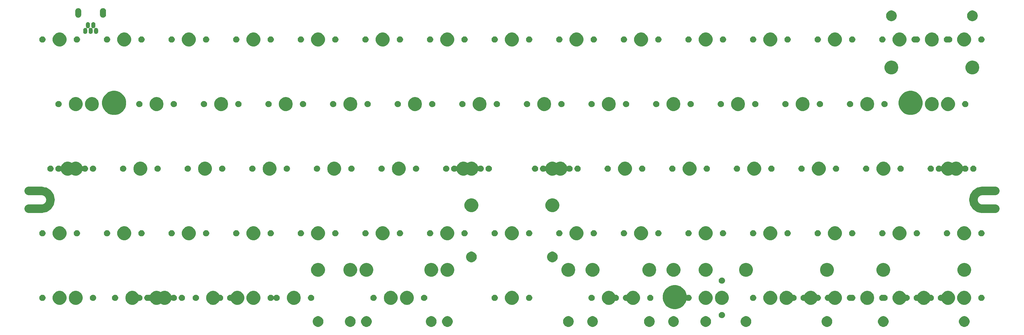
<source format=gts>
G04 #@! TF.GenerationSoftware,KiCad,Pcbnew,(5.1.2-1)-1*
G04 #@! TF.CreationDate,2019-08-13T08:44:49+02:00*
G04 #@! TF.ProjectId,kicad_pcb,6b696361-645f-4706-9362-2e6b69636164,rev?*
G04 #@! TF.SameCoordinates,Original*
G04 #@! TF.FileFunction,Soldermask,Top*
G04 #@! TF.FilePolarity,Negative*
%FSLAX46Y46*%
G04 Gerber Fmt 4.6, Leading zero omitted, Abs format (unit mm)*
G04 Created by KiCad (PCBNEW (5.1.2-1)-1) date 2019-08-13 08:44:49*
%MOMM*%
%LPD*%
G04 APERTURE LIST*
%ADD10C,2.501900*%
%ADD11C,0.100000*%
G04 APERTURE END LIST*
D10*
X345087500Y-93861550D02*
X348887500Y-93861550D01*
X342436550Y-96512500D02*
G75*
G02X345087500Y-93861550I2650950J0D01*
G01*
X345087500Y-99163450D02*
G75*
G02X342436550Y-96512500I0J2650950D01*
G01*
X345087500Y-99163450D02*
X348937500Y-99163450D01*
X63887500Y-93861550D02*
X67687500Y-93861550D01*
X70338450Y-96512500D02*
G75*
G03X67687500Y-93861550I-2650950J0D01*
G01*
X67687500Y-99163450D02*
G75*
G03X70338450Y-96512500I0J2650950D01*
G01*
X63887500Y-99163450D02*
X67687500Y-99163450D01*
D11*
G36*
X340216161Y-130883026D02*
G01*
X340332282Y-130931125D01*
X340502791Y-131001752D01*
X340502792Y-131001753D01*
X340760754Y-131174117D01*
X340980133Y-131393496D01*
X341095303Y-131565861D01*
X341152498Y-131651459D01*
X341271224Y-131938090D01*
X341331750Y-132242375D01*
X341331750Y-132552625D01*
X341271224Y-132856910D01*
X341152498Y-133143541D01*
X341152497Y-133143542D01*
X340980133Y-133401504D01*
X340760754Y-133620883D01*
X340588389Y-133736053D01*
X340502791Y-133793248D01*
X340334887Y-133862796D01*
X340216161Y-133911974D01*
X339911875Y-133972500D01*
X339601625Y-133972500D01*
X339297339Y-133911974D01*
X339178613Y-133862796D01*
X339010709Y-133793248D01*
X338925111Y-133736053D01*
X338752746Y-133620883D01*
X338533367Y-133401504D01*
X338361003Y-133143542D01*
X338361002Y-133143541D01*
X338242276Y-132856910D01*
X338181750Y-132552625D01*
X338181750Y-132242375D01*
X338242276Y-131938090D01*
X338361002Y-131651459D01*
X338418197Y-131565861D01*
X338533367Y-131393496D01*
X338752746Y-131174117D01*
X339010708Y-131001753D01*
X339010709Y-131001752D01*
X339181218Y-130931125D01*
X339297339Y-130883026D01*
X339601625Y-130822500D01*
X339911875Y-130822500D01*
X340216161Y-130883026D01*
X340216161Y-130883026D01*
G37*
G36*
X316340161Y-130883026D02*
G01*
X316456282Y-130931125D01*
X316626791Y-131001752D01*
X316626792Y-131001753D01*
X316884754Y-131174117D01*
X317104133Y-131393496D01*
X317219303Y-131565861D01*
X317276498Y-131651459D01*
X317395224Y-131938090D01*
X317455750Y-132242375D01*
X317455750Y-132552625D01*
X317395224Y-132856910D01*
X317276498Y-133143541D01*
X317276497Y-133143542D01*
X317104133Y-133401504D01*
X316884754Y-133620883D01*
X316712389Y-133736053D01*
X316626791Y-133793248D01*
X316458887Y-133862796D01*
X316340161Y-133911974D01*
X316035875Y-133972500D01*
X315725625Y-133972500D01*
X315421339Y-133911974D01*
X315302613Y-133862796D01*
X315134709Y-133793248D01*
X315049111Y-133736053D01*
X314876746Y-133620883D01*
X314657367Y-133401504D01*
X314485003Y-133143542D01*
X314485002Y-133143541D01*
X314366276Y-132856910D01*
X314305750Y-132552625D01*
X314305750Y-132242375D01*
X314366276Y-131938090D01*
X314485002Y-131651459D01*
X314542197Y-131565861D01*
X314657367Y-131393496D01*
X314876746Y-131174117D01*
X315134708Y-131001753D01*
X315134709Y-131001752D01*
X315305218Y-130931125D01*
X315421339Y-130883026D01*
X315725625Y-130822500D01*
X316035875Y-130822500D01*
X316340161Y-130883026D01*
X316340161Y-130883026D01*
G37*
G36*
X299734911Y-130883026D02*
G01*
X299851032Y-130931125D01*
X300021541Y-131001752D01*
X300021542Y-131001753D01*
X300279504Y-131174117D01*
X300498883Y-131393496D01*
X300614053Y-131565861D01*
X300671248Y-131651459D01*
X300789974Y-131938090D01*
X300850500Y-132242375D01*
X300850500Y-132552625D01*
X300789974Y-132856910D01*
X300671248Y-133143541D01*
X300671247Y-133143542D01*
X300498883Y-133401504D01*
X300279504Y-133620883D01*
X300107139Y-133736053D01*
X300021541Y-133793248D01*
X299853637Y-133862796D01*
X299734911Y-133911974D01*
X299430625Y-133972500D01*
X299120375Y-133972500D01*
X298816089Y-133911974D01*
X298697363Y-133862796D01*
X298529459Y-133793248D01*
X298443861Y-133736053D01*
X298271496Y-133620883D01*
X298052117Y-133401504D01*
X297879753Y-133143542D01*
X297879752Y-133143541D01*
X297761026Y-132856910D01*
X297700500Y-132552625D01*
X297700500Y-132242375D01*
X297761026Y-131938090D01*
X297879752Y-131651459D01*
X297936947Y-131565861D01*
X298052117Y-131393496D01*
X298271496Y-131174117D01*
X298529458Y-131001753D01*
X298529459Y-131001752D01*
X298699968Y-130931125D01*
X298816089Y-130883026D01*
X299120375Y-130822500D01*
X299430625Y-130822500D01*
X299734911Y-130883026D01*
X299734911Y-130883026D01*
G37*
G36*
X275858911Y-130883026D02*
G01*
X275975032Y-130931125D01*
X276145541Y-131001752D01*
X276145542Y-131001753D01*
X276403504Y-131174117D01*
X276622883Y-131393496D01*
X276738053Y-131565861D01*
X276795248Y-131651459D01*
X276913974Y-131938090D01*
X276974500Y-132242375D01*
X276974500Y-132552625D01*
X276913974Y-132856910D01*
X276795248Y-133143541D01*
X276795247Y-133143542D01*
X276622883Y-133401504D01*
X276403504Y-133620883D01*
X276231139Y-133736053D01*
X276145541Y-133793248D01*
X275977637Y-133862796D01*
X275858911Y-133911974D01*
X275554625Y-133972500D01*
X275244375Y-133972500D01*
X274940089Y-133911974D01*
X274821363Y-133862796D01*
X274653459Y-133793248D01*
X274567861Y-133736053D01*
X274395496Y-133620883D01*
X274176117Y-133401504D01*
X274003753Y-133143542D01*
X274003752Y-133143541D01*
X273885026Y-132856910D01*
X273824500Y-132552625D01*
X273824500Y-132242375D01*
X273885026Y-131938090D01*
X274003752Y-131651459D01*
X274060947Y-131565861D01*
X274176117Y-131393496D01*
X274395496Y-131174117D01*
X274653458Y-131001753D01*
X274653459Y-131001752D01*
X274823968Y-130931125D01*
X274940089Y-130883026D01*
X275244375Y-130822500D01*
X275554625Y-130822500D01*
X275858911Y-130883026D01*
X275858911Y-130883026D01*
G37*
G36*
X263984411Y-130883026D02*
G01*
X264100532Y-130931125D01*
X264271041Y-131001752D01*
X264271042Y-131001753D01*
X264529004Y-131174117D01*
X264748383Y-131393496D01*
X264863553Y-131565861D01*
X264920748Y-131651459D01*
X265039474Y-131938090D01*
X265100000Y-132242375D01*
X265100000Y-132552625D01*
X265039474Y-132856910D01*
X264920748Y-133143541D01*
X264920747Y-133143542D01*
X264748383Y-133401504D01*
X264529004Y-133620883D01*
X264356639Y-133736053D01*
X264271041Y-133793248D01*
X264103137Y-133862796D01*
X263984411Y-133911974D01*
X263680125Y-133972500D01*
X263369875Y-133972500D01*
X263065589Y-133911974D01*
X262946863Y-133862796D01*
X262778959Y-133793248D01*
X262693361Y-133736053D01*
X262520996Y-133620883D01*
X262301617Y-133401504D01*
X262129253Y-133143542D01*
X262129252Y-133143541D01*
X262010526Y-132856910D01*
X261950000Y-132552625D01*
X261950000Y-132242375D01*
X262010526Y-131938090D01*
X262129252Y-131651459D01*
X262186447Y-131565861D01*
X262301617Y-131393496D01*
X262520996Y-131174117D01*
X262778958Y-131001753D01*
X262778959Y-131001752D01*
X262949468Y-130931125D01*
X263065589Y-130883026D01*
X263369875Y-130822500D01*
X263680125Y-130822500D01*
X263984411Y-130883026D01*
X263984411Y-130883026D01*
G37*
G36*
X254491161Y-130883026D02*
G01*
X254607282Y-130931125D01*
X254777791Y-131001752D01*
X254777792Y-131001753D01*
X255035754Y-131174117D01*
X255255133Y-131393496D01*
X255370303Y-131565861D01*
X255427498Y-131651459D01*
X255546224Y-131938090D01*
X255606750Y-132242375D01*
X255606750Y-132552625D01*
X255546224Y-132856910D01*
X255427498Y-133143541D01*
X255427497Y-133143542D01*
X255255133Y-133401504D01*
X255035754Y-133620883D01*
X254863389Y-133736053D01*
X254777791Y-133793248D01*
X254609887Y-133862796D01*
X254491161Y-133911974D01*
X254186875Y-133972500D01*
X253876625Y-133972500D01*
X253572339Y-133911974D01*
X253453613Y-133862796D01*
X253285709Y-133793248D01*
X253200111Y-133736053D01*
X253027746Y-133620883D01*
X252808367Y-133401504D01*
X252636003Y-133143542D01*
X252636002Y-133143541D01*
X252517276Y-132856910D01*
X252456750Y-132552625D01*
X252456750Y-132242375D01*
X252517276Y-131938090D01*
X252636002Y-131651459D01*
X252693197Y-131565861D01*
X252808367Y-131393496D01*
X253027746Y-131174117D01*
X253285708Y-131001753D01*
X253285709Y-131001752D01*
X253456218Y-130931125D01*
X253572339Y-130883026D01*
X253876625Y-130822500D01*
X254186875Y-130822500D01*
X254491161Y-130883026D01*
X254491161Y-130883026D01*
G37*
G36*
X247347411Y-130883026D02*
G01*
X247463532Y-130931125D01*
X247634041Y-131001752D01*
X247634042Y-131001753D01*
X247892004Y-131174117D01*
X248111383Y-131393496D01*
X248226553Y-131565861D01*
X248283748Y-131651459D01*
X248402474Y-131938090D01*
X248463000Y-132242375D01*
X248463000Y-132552625D01*
X248402474Y-132856910D01*
X248283748Y-133143541D01*
X248283747Y-133143542D01*
X248111383Y-133401504D01*
X247892004Y-133620883D01*
X247719639Y-133736053D01*
X247634041Y-133793248D01*
X247466137Y-133862796D01*
X247347411Y-133911974D01*
X247043125Y-133972500D01*
X246732875Y-133972500D01*
X246428589Y-133911974D01*
X246309863Y-133862796D01*
X246141959Y-133793248D01*
X246056361Y-133736053D01*
X245883996Y-133620883D01*
X245664617Y-133401504D01*
X245492253Y-133143542D01*
X245492252Y-133143541D01*
X245373526Y-132856910D01*
X245313000Y-132552625D01*
X245313000Y-132242375D01*
X245373526Y-131938090D01*
X245492252Y-131651459D01*
X245549447Y-131565861D01*
X245664617Y-131393496D01*
X245883996Y-131174117D01*
X246141958Y-131001753D01*
X246141959Y-131001752D01*
X246312468Y-130931125D01*
X246428589Y-130883026D01*
X246732875Y-130822500D01*
X247043125Y-130822500D01*
X247347411Y-130883026D01*
X247347411Y-130883026D01*
G37*
G36*
X230615161Y-130883026D02*
G01*
X230731282Y-130931125D01*
X230901791Y-131001752D01*
X230901792Y-131001753D01*
X231159754Y-131174117D01*
X231379133Y-131393496D01*
X231494303Y-131565861D01*
X231551498Y-131651459D01*
X231670224Y-131938090D01*
X231730750Y-132242375D01*
X231730750Y-132552625D01*
X231670224Y-132856910D01*
X231551498Y-133143541D01*
X231551497Y-133143542D01*
X231379133Y-133401504D01*
X231159754Y-133620883D01*
X230987389Y-133736053D01*
X230901791Y-133793248D01*
X230733887Y-133862796D01*
X230615161Y-133911974D01*
X230310875Y-133972500D01*
X230000625Y-133972500D01*
X229696339Y-133911974D01*
X229577613Y-133862796D01*
X229409709Y-133793248D01*
X229324111Y-133736053D01*
X229151746Y-133620883D01*
X228932367Y-133401504D01*
X228760003Y-133143542D01*
X228760002Y-133143541D01*
X228641276Y-132856910D01*
X228580750Y-132552625D01*
X228580750Y-132242375D01*
X228641276Y-131938090D01*
X228760002Y-131651459D01*
X228817197Y-131565861D01*
X228932367Y-131393496D01*
X229151746Y-131174117D01*
X229409708Y-131001753D01*
X229409709Y-131001752D01*
X229580218Y-130931125D01*
X229696339Y-130883026D01*
X230000625Y-130822500D01*
X230310875Y-130822500D01*
X230615161Y-130883026D01*
X230615161Y-130883026D01*
G37*
G36*
X223471411Y-130883026D02*
G01*
X223587532Y-130931125D01*
X223758041Y-131001752D01*
X223758042Y-131001753D01*
X224016004Y-131174117D01*
X224235383Y-131393496D01*
X224350553Y-131565861D01*
X224407748Y-131651459D01*
X224526474Y-131938090D01*
X224587000Y-132242375D01*
X224587000Y-132552625D01*
X224526474Y-132856910D01*
X224407748Y-133143541D01*
X224407747Y-133143542D01*
X224235383Y-133401504D01*
X224016004Y-133620883D01*
X223843639Y-133736053D01*
X223758041Y-133793248D01*
X223590137Y-133862796D01*
X223471411Y-133911974D01*
X223167125Y-133972500D01*
X222856875Y-133972500D01*
X222552589Y-133911974D01*
X222433863Y-133862796D01*
X222265959Y-133793248D01*
X222180361Y-133736053D01*
X222007996Y-133620883D01*
X221788617Y-133401504D01*
X221616253Y-133143542D01*
X221616252Y-133143541D01*
X221497526Y-132856910D01*
X221437000Y-132552625D01*
X221437000Y-132242375D01*
X221497526Y-131938090D01*
X221616252Y-131651459D01*
X221673447Y-131565861D01*
X221788617Y-131393496D01*
X222007996Y-131174117D01*
X222265958Y-131001753D01*
X222265959Y-131001752D01*
X222436468Y-130931125D01*
X222552589Y-130883026D01*
X222856875Y-130822500D01*
X223167125Y-130822500D01*
X223471411Y-130883026D01*
X223471411Y-130883026D01*
G37*
G36*
X187816161Y-130883026D02*
G01*
X187932282Y-130931125D01*
X188102791Y-131001752D01*
X188102792Y-131001753D01*
X188360754Y-131174117D01*
X188580133Y-131393496D01*
X188695303Y-131565861D01*
X188752498Y-131651459D01*
X188871224Y-131938090D01*
X188931750Y-132242375D01*
X188931750Y-132552625D01*
X188871224Y-132856910D01*
X188752498Y-133143541D01*
X188752497Y-133143542D01*
X188580133Y-133401504D01*
X188360754Y-133620883D01*
X188188389Y-133736053D01*
X188102791Y-133793248D01*
X187934887Y-133862796D01*
X187816161Y-133911974D01*
X187511875Y-133972500D01*
X187201625Y-133972500D01*
X186897339Y-133911974D01*
X186778613Y-133862796D01*
X186610709Y-133793248D01*
X186525111Y-133736053D01*
X186352746Y-133620883D01*
X186133367Y-133401504D01*
X185961003Y-133143542D01*
X185961002Y-133143541D01*
X185842276Y-132856910D01*
X185781750Y-132552625D01*
X185781750Y-132242375D01*
X185842276Y-131938090D01*
X185961002Y-131651459D01*
X186018197Y-131565861D01*
X186133367Y-131393496D01*
X186352746Y-131174117D01*
X186610708Y-131001753D01*
X186610709Y-131001752D01*
X186781218Y-130931125D01*
X186897339Y-130883026D01*
X187201625Y-130822500D01*
X187511875Y-130822500D01*
X187816161Y-130883026D01*
X187816161Y-130883026D01*
G37*
G36*
X183053661Y-130883026D02*
G01*
X183169782Y-130931125D01*
X183340291Y-131001752D01*
X183340292Y-131001753D01*
X183598254Y-131174117D01*
X183817633Y-131393496D01*
X183932803Y-131565861D01*
X183989998Y-131651459D01*
X184108724Y-131938090D01*
X184169250Y-132242375D01*
X184169250Y-132552625D01*
X184108724Y-132856910D01*
X183989998Y-133143541D01*
X183989997Y-133143542D01*
X183817633Y-133401504D01*
X183598254Y-133620883D01*
X183425889Y-133736053D01*
X183340291Y-133793248D01*
X183172387Y-133862796D01*
X183053661Y-133911974D01*
X182749375Y-133972500D01*
X182439125Y-133972500D01*
X182134839Y-133911974D01*
X182016113Y-133862796D01*
X181848209Y-133793248D01*
X181762611Y-133736053D01*
X181590246Y-133620883D01*
X181370867Y-133401504D01*
X181198503Y-133143542D01*
X181198502Y-133143541D01*
X181079776Y-132856910D01*
X181019250Y-132552625D01*
X181019250Y-132242375D01*
X181079776Y-131938090D01*
X181198502Y-131651459D01*
X181255697Y-131565861D01*
X181370867Y-131393496D01*
X181590246Y-131174117D01*
X181848208Y-131001753D01*
X181848209Y-131001752D01*
X182018718Y-130931125D01*
X182134839Y-130883026D01*
X182439125Y-130822500D01*
X182749375Y-130822500D01*
X183053661Y-130883026D01*
X183053661Y-130883026D01*
G37*
G36*
X163940161Y-130883026D02*
G01*
X164056282Y-130931125D01*
X164226791Y-131001752D01*
X164226792Y-131001753D01*
X164484754Y-131174117D01*
X164704133Y-131393496D01*
X164819303Y-131565861D01*
X164876498Y-131651459D01*
X164995224Y-131938090D01*
X165055750Y-132242375D01*
X165055750Y-132552625D01*
X164995224Y-132856910D01*
X164876498Y-133143541D01*
X164876497Y-133143542D01*
X164704133Y-133401504D01*
X164484754Y-133620883D01*
X164312389Y-133736053D01*
X164226791Y-133793248D01*
X164058887Y-133862796D01*
X163940161Y-133911974D01*
X163635875Y-133972500D01*
X163325625Y-133972500D01*
X163021339Y-133911974D01*
X162902613Y-133862796D01*
X162734709Y-133793248D01*
X162649111Y-133736053D01*
X162476746Y-133620883D01*
X162257367Y-133401504D01*
X162085003Y-133143542D01*
X162085002Y-133143541D01*
X161966276Y-132856910D01*
X161905750Y-132552625D01*
X161905750Y-132242375D01*
X161966276Y-131938090D01*
X162085002Y-131651459D01*
X162142197Y-131565861D01*
X162257367Y-131393496D01*
X162476746Y-131174117D01*
X162734708Y-131001753D01*
X162734709Y-131001752D01*
X162905218Y-130931125D01*
X163021339Y-130883026D01*
X163325625Y-130822500D01*
X163635875Y-130822500D01*
X163940161Y-130883026D01*
X163940161Y-130883026D01*
G37*
G36*
X159177661Y-130883026D02*
G01*
X159293782Y-130931125D01*
X159464291Y-131001752D01*
X159464292Y-131001753D01*
X159722254Y-131174117D01*
X159941633Y-131393496D01*
X160056803Y-131565861D01*
X160113998Y-131651459D01*
X160232724Y-131938090D01*
X160293250Y-132242375D01*
X160293250Y-132552625D01*
X160232724Y-132856910D01*
X160113998Y-133143541D01*
X160113997Y-133143542D01*
X159941633Y-133401504D01*
X159722254Y-133620883D01*
X159549889Y-133736053D01*
X159464291Y-133793248D01*
X159296387Y-133862796D01*
X159177661Y-133911974D01*
X158873375Y-133972500D01*
X158563125Y-133972500D01*
X158258839Y-133911974D01*
X158140113Y-133862796D01*
X157972209Y-133793248D01*
X157886611Y-133736053D01*
X157714246Y-133620883D01*
X157494867Y-133401504D01*
X157322503Y-133143542D01*
X157322502Y-133143541D01*
X157203776Y-132856910D01*
X157143250Y-132552625D01*
X157143250Y-132242375D01*
X157203776Y-131938090D01*
X157322502Y-131651459D01*
X157379697Y-131565861D01*
X157494867Y-131393496D01*
X157714246Y-131174117D01*
X157972208Y-131001753D01*
X157972209Y-131001752D01*
X158142718Y-130931125D01*
X158258839Y-130883026D01*
X158563125Y-130822500D01*
X158873375Y-130822500D01*
X159177661Y-130883026D01*
X159177661Y-130883026D01*
G37*
G36*
X149684411Y-130883026D02*
G01*
X149800532Y-130931125D01*
X149971041Y-131001752D01*
X149971042Y-131001753D01*
X150229004Y-131174117D01*
X150448383Y-131393496D01*
X150563553Y-131565861D01*
X150620748Y-131651459D01*
X150739474Y-131938090D01*
X150800000Y-132242375D01*
X150800000Y-132552625D01*
X150739474Y-132856910D01*
X150620748Y-133143541D01*
X150620747Y-133143542D01*
X150448383Y-133401504D01*
X150229004Y-133620883D01*
X150056639Y-133736053D01*
X149971041Y-133793248D01*
X149803137Y-133862796D01*
X149684411Y-133911974D01*
X149380125Y-133972500D01*
X149069875Y-133972500D01*
X148765589Y-133911974D01*
X148646863Y-133862796D01*
X148478959Y-133793248D01*
X148393361Y-133736053D01*
X148220996Y-133620883D01*
X148001617Y-133401504D01*
X147829253Y-133143542D01*
X147829252Y-133143541D01*
X147710526Y-132856910D01*
X147650000Y-132552625D01*
X147650000Y-132242375D01*
X147710526Y-131938090D01*
X147829252Y-131651459D01*
X147886447Y-131565861D01*
X148001617Y-131393496D01*
X148220996Y-131174117D01*
X148478958Y-131001753D01*
X148478959Y-131001752D01*
X148649468Y-130931125D01*
X148765589Y-130883026D01*
X149069875Y-130822500D01*
X149380125Y-130822500D01*
X149684411Y-130883026D01*
X149684411Y-130883026D01*
G37*
G36*
X268557604Y-129602085D02*
G01*
X268726126Y-129671889D01*
X268877791Y-129773228D01*
X269006772Y-129902209D01*
X269108111Y-130053874D01*
X269177915Y-130222396D01*
X269213500Y-130401297D01*
X269213500Y-130583703D01*
X269177915Y-130762604D01*
X269108111Y-130931126D01*
X269006772Y-131082791D01*
X268877791Y-131211772D01*
X268726126Y-131313111D01*
X268557604Y-131382915D01*
X268378703Y-131418500D01*
X268196297Y-131418500D01*
X268017396Y-131382915D01*
X267848874Y-131313111D01*
X267697209Y-131211772D01*
X267568228Y-131082791D01*
X267466889Y-130931126D01*
X267397085Y-130762604D01*
X267361500Y-130583703D01*
X267361500Y-130401297D01*
X267397085Y-130222396D01*
X267466889Y-130053874D01*
X267568228Y-129902209D01*
X267697209Y-129773228D01*
X267848874Y-129671889D01*
X268017396Y-129602085D01*
X268196297Y-129566500D01*
X268378703Y-129566500D01*
X268557604Y-129602085D01*
X268557604Y-129602085D01*
G37*
G36*
X255423322Y-121797847D02*
G01*
X256069584Y-122065538D01*
X256069586Y-122065539D01*
X256651207Y-122454165D01*
X257145835Y-122948793D01*
X257425672Y-123367600D01*
X257534462Y-123530416D01*
X257802153Y-124176678D01*
X257864288Y-124489051D01*
X257871401Y-124512500D01*
X257882952Y-124534111D01*
X257898497Y-124553053D01*
X257917439Y-124568598D01*
X257939050Y-124580149D01*
X257962499Y-124587262D01*
X257986885Y-124589664D01*
X258011271Y-124587262D01*
X258034708Y-124580153D01*
X258174896Y-124522085D01*
X258353797Y-124486500D01*
X258536203Y-124486500D01*
X258715104Y-124522085D01*
X258883626Y-124591889D01*
X259035291Y-124693228D01*
X259164272Y-124822209D01*
X259265611Y-124973874D01*
X259335415Y-125142396D01*
X259371000Y-125321297D01*
X259371000Y-125503703D01*
X259335415Y-125682604D01*
X259265611Y-125851126D01*
X259164272Y-126002791D01*
X259035291Y-126131772D01*
X258883626Y-126233111D01*
X258715104Y-126302915D01*
X258536203Y-126338500D01*
X258353797Y-126338500D01*
X258174896Y-126302915D01*
X258006374Y-126233111D01*
X257977991Y-126214146D01*
X257956391Y-126202601D01*
X257932942Y-126195487D01*
X257908556Y-126193085D01*
X257884170Y-126195487D01*
X257860721Y-126202599D01*
X257839110Y-126214150D01*
X257820168Y-126229695D01*
X257804623Y-126248637D01*
X257793071Y-126270249D01*
X257608414Y-126716048D01*
X257534461Y-126894586D01*
X257145835Y-127476207D01*
X256651207Y-127970835D01*
X256069586Y-128359461D01*
X256069585Y-128359462D01*
X256069584Y-128359462D01*
X255423322Y-128627153D01*
X254737256Y-128763620D01*
X254037744Y-128763620D01*
X253351678Y-128627153D01*
X252705416Y-128359462D01*
X252705415Y-128359462D01*
X252705414Y-128359461D01*
X252123793Y-127970835D01*
X251629165Y-127476207D01*
X251240539Y-126894586D01*
X251166586Y-126716048D01*
X250972847Y-126248322D01*
X250836380Y-125562256D01*
X250836380Y-124862744D01*
X250972847Y-124176678D01*
X251240538Y-123530416D01*
X251349328Y-123367600D01*
X251629165Y-122948793D01*
X252123793Y-122454165D01*
X252705414Y-122065539D01*
X252705416Y-122065538D01*
X253351678Y-121797847D01*
X254037744Y-121661380D01*
X254737256Y-121661380D01*
X255423322Y-121797847D01*
X255423322Y-121797847D01*
G37*
G36*
X73621474Y-123446184D02*
G01*
X73824823Y-123530414D01*
X73993623Y-123600333D01*
X74328548Y-123824123D01*
X74613377Y-124108952D01*
X74837167Y-124443877D01*
X74872433Y-124529018D01*
X74991316Y-124816026D01*
X75069900Y-125211094D01*
X75069900Y-125613906D01*
X74991316Y-126008974D01*
X74940451Y-126131772D01*
X74837167Y-126381123D01*
X74613377Y-126716048D01*
X74328548Y-127000877D01*
X73993623Y-127224667D01*
X73839474Y-127288517D01*
X73621474Y-127378816D01*
X73226406Y-127457400D01*
X72823594Y-127457400D01*
X72428526Y-127378816D01*
X72210526Y-127288517D01*
X72056377Y-127224667D01*
X71721452Y-127000877D01*
X71436623Y-126716048D01*
X71212833Y-126381123D01*
X71109549Y-126131772D01*
X71058684Y-126008974D01*
X70980100Y-125613906D01*
X70980100Y-125211094D01*
X71058684Y-124816026D01*
X71177567Y-124529018D01*
X71212833Y-124443877D01*
X71436623Y-124108952D01*
X71721452Y-123824123D01*
X72056377Y-123600333D01*
X72225177Y-123530414D01*
X72428526Y-123446184D01*
X72823594Y-123367600D01*
X73226406Y-123367600D01*
X73621474Y-123446184D01*
X73621474Y-123446184D01*
G37*
G36*
X95052724Y-123446184D02*
G01*
X95256073Y-123530414D01*
X95424873Y-123600333D01*
X95759798Y-123824123D01*
X96044627Y-124108952D01*
X96044628Y-124108954D01*
X96265969Y-124440213D01*
X96281515Y-124459155D01*
X96300456Y-124474700D01*
X96322067Y-124486251D01*
X96345516Y-124493364D01*
X96369902Y-124495766D01*
X96394288Y-124493364D01*
X96428796Y-124486500D01*
X96611203Y-124486500D01*
X96790104Y-124522085D01*
X96958626Y-124591889D01*
X97110291Y-124693228D01*
X97239272Y-124822209D01*
X97340611Y-124973874D01*
X97410415Y-125142396D01*
X97446000Y-125321297D01*
X97446000Y-125503703D01*
X97410415Y-125682604D01*
X97340611Y-125851126D01*
X97239272Y-126002791D01*
X97110291Y-126131772D01*
X96958626Y-126233111D01*
X96790104Y-126302915D01*
X96611203Y-126338500D01*
X96428796Y-126338500D01*
X96394288Y-126331636D01*
X96369902Y-126329234D01*
X96345516Y-126331636D01*
X96322067Y-126338749D01*
X96300456Y-126350300D01*
X96281514Y-126365846D01*
X96265969Y-126384787D01*
X96044627Y-126716048D01*
X95759798Y-127000877D01*
X95424873Y-127224667D01*
X95270724Y-127288517D01*
X95052724Y-127378816D01*
X94657656Y-127457400D01*
X94254844Y-127457400D01*
X93859776Y-127378816D01*
X93641776Y-127288517D01*
X93487627Y-127224667D01*
X93152702Y-127000877D01*
X92867873Y-126716048D01*
X92644083Y-126381123D01*
X92540799Y-126131772D01*
X92489934Y-126008974D01*
X92411350Y-125613906D01*
X92411350Y-125211094D01*
X92489934Y-124816026D01*
X92608817Y-124529018D01*
X92644083Y-124443877D01*
X92867873Y-124108952D01*
X93152702Y-123824123D01*
X93487627Y-123600333D01*
X93656427Y-123530414D01*
X93859776Y-123446184D01*
X94254844Y-123367600D01*
X94657656Y-123367600D01*
X95052724Y-123446184D01*
X95052724Y-123446184D01*
G37*
G36*
X118865224Y-123446184D02*
G01*
X119068573Y-123530414D01*
X119237373Y-123600333D01*
X119572298Y-123824123D01*
X119857127Y-124108952D01*
X119857128Y-124108954D01*
X120078469Y-124440213D01*
X120094015Y-124459155D01*
X120112956Y-124474700D01*
X120134567Y-124486251D01*
X120158016Y-124493364D01*
X120182402Y-124495766D01*
X120206788Y-124493364D01*
X120241296Y-124486500D01*
X120423703Y-124486500D01*
X120602604Y-124522085D01*
X120771126Y-124591889D01*
X120922791Y-124693228D01*
X121051772Y-124822209D01*
X121153111Y-124973874D01*
X121222915Y-125142396D01*
X121258500Y-125321297D01*
X121258500Y-125503703D01*
X121222915Y-125682604D01*
X121153111Y-125851126D01*
X121051772Y-126002791D01*
X120922791Y-126131772D01*
X120771126Y-126233111D01*
X120602604Y-126302915D01*
X120423703Y-126338500D01*
X120241296Y-126338500D01*
X120206788Y-126331636D01*
X120182402Y-126329234D01*
X120158016Y-126331636D01*
X120134567Y-126338749D01*
X120112956Y-126350300D01*
X120094014Y-126365846D01*
X120078469Y-126384787D01*
X119857127Y-126716048D01*
X119572298Y-127000877D01*
X119237373Y-127224667D01*
X119083224Y-127288517D01*
X118865224Y-127378816D01*
X118470156Y-127457400D01*
X118067344Y-127457400D01*
X117672276Y-127378816D01*
X117454276Y-127288517D01*
X117300127Y-127224667D01*
X116965202Y-127000877D01*
X116680373Y-126716048D01*
X116456583Y-126381123D01*
X116353299Y-126131772D01*
X116302434Y-126008974D01*
X116223850Y-125613906D01*
X116223850Y-125211094D01*
X116302434Y-124816026D01*
X116421317Y-124529018D01*
X116456583Y-124443877D01*
X116680373Y-124108952D01*
X116965202Y-123824123D01*
X117300127Y-123600333D01*
X117468927Y-123530414D01*
X117672276Y-123446184D01*
X118067344Y-123367600D01*
X118470156Y-123367600D01*
X118865224Y-123446184D01*
X118865224Y-123446184D01*
G37*
G36*
X142677724Y-123446184D02*
G01*
X142881073Y-123530414D01*
X143049873Y-123600333D01*
X143384798Y-123824123D01*
X143669627Y-124108952D01*
X143893417Y-124443877D01*
X143928683Y-124529018D01*
X144047566Y-124816026D01*
X144126150Y-125211094D01*
X144126150Y-125613906D01*
X144047566Y-126008974D01*
X143996701Y-126131772D01*
X143893417Y-126381123D01*
X143669627Y-126716048D01*
X143384798Y-127000877D01*
X143049873Y-127224667D01*
X142895724Y-127288517D01*
X142677724Y-127378816D01*
X142282656Y-127457400D01*
X141879844Y-127457400D01*
X141484776Y-127378816D01*
X141266776Y-127288517D01*
X141112627Y-127224667D01*
X140777702Y-127000877D01*
X140492873Y-126716048D01*
X140269083Y-126381123D01*
X140165799Y-126131772D01*
X140114934Y-126008974D01*
X140036350Y-125613906D01*
X140036350Y-125211094D01*
X140114934Y-124816026D01*
X140233817Y-124529018D01*
X140269083Y-124443877D01*
X140492873Y-124108952D01*
X140777702Y-123824123D01*
X141112627Y-123600333D01*
X141281427Y-123530414D01*
X141484776Y-123446184D01*
X141879844Y-123367600D01*
X142282656Y-123367600D01*
X142677724Y-123446184D01*
X142677724Y-123446184D01*
G37*
G36*
X311746474Y-123446184D02*
G01*
X311949823Y-123530414D01*
X312118623Y-123600333D01*
X312453548Y-123824123D01*
X312738377Y-124108952D01*
X312962167Y-124443877D01*
X312997433Y-124529018D01*
X313116316Y-124816026D01*
X313194900Y-125211094D01*
X313194900Y-125613906D01*
X313116316Y-126008974D01*
X313065451Y-126131772D01*
X312962167Y-126381123D01*
X312738377Y-126716048D01*
X312453548Y-127000877D01*
X312118623Y-127224667D01*
X311964474Y-127288517D01*
X311746474Y-127378816D01*
X311351406Y-127457400D01*
X310948594Y-127457400D01*
X310553526Y-127378816D01*
X310335526Y-127288517D01*
X310181377Y-127224667D01*
X309846452Y-127000877D01*
X309561623Y-126716048D01*
X309337833Y-126381123D01*
X309234549Y-126131772D01*
X309183684Y-126008974D01*
X309105100Y-125613906D01*
X309105100Y-125211094D01*
X309183684Y-124816026D01*
X309302567Y-124529018D01*
X309337833Y-124443877D01*
X309561623Y-124108952D01*
X309846452Y-123824123D01*
X310181377Y-123600333D01*
X310350177Y-123530414D01*
X310553526Y-123446184D01*
X310948594Y-123367600D01*
X311351406Y-123367600D01*
X311746474Y-123446184D01*
X311746474Y-123446184D01*
G37*
G36*
X321271474Y-123446184D02*
G01*
X321474823Y-123530414D01*
X321643623Y-123600333D01*
X321978548Y-123824123D01*
X322263377Y-124108952D01*
X322263378Y-124108954D01*
X322484719Y-124440213D01*
X322500265Y-124459155D01*
X322519206Y-124474700D01*
X322540817Y-124486251D01*
X322564266Y-124493364D01*
X322588652Y-124495766D01*
X322613038Y-124493364D01*
X322647546Y-124486500D01*
X322829953Y-124486500D01*
X323008854Y-124522085D01*
X323177376Y-124591889D01*
X323329041Y-124693228D01*
X323458022Y-124822209D01*
X323559361Y-124973874D01*
X323629165Y-125142396D01*
X323664750Y-125321297D01*
X323664750Y-125503703D01*
X323629165Y-125682604D01*
X323559361Y-125851126D01*
X323458022Y-126002791D01*
X323329041Y-126131772D01*
X323177376Y-126233111D01*
X323008854Y-126302915D01*
X322829953Y-126338500D01*
X322647546Y-126338500D01*
X322613038Y-126331636D01*
X322588652Y-126329234D01*
X322564266Y-126331636D01*
X322540817Y-126338749D01*
X322519206Y-126350300D01*
X322500264Y-126365846D01*
X322484719Y-126384787D01*
X322263377Y-126716048D01*
X321978548Y-127000877D01*
X321643623Y-127224667D01*
X321489474Y-127288517D01*
X321271474Y-127378816D01*
X320876406Y-127457400D01*
X320473594Y-127457400D01*
X320078526Y-127378816D01*
X319860526Y-127288517D01*
X319706377Y-127224667D01*
X319371452Y-127000877D01*
X319086623Y-126716048D01*
X318862833Y-126381123D01*
X318759549Y-126131772D01*
X318708684Y-126008974D01*
X318630100Y-125613906D01*
X318630100Y-125211094D01*
X318708684Y-124816026D01*
X318827567Y-124529018D01*
X318862833Y-124443877D01*
X319086623Y-124108952D01*
X319371452Y-123824123D01*
X319706377Y-123600333D01*
X319875177Y-123530414D01*
X320078526Y-123446184D01*
X320473594Y-123367600D01*
X320876406Y-123367600D01*
X321271474Y-123446184D01*
X321271474Y-123446184D01*
G37*
G36*
X335558974Y-123446184D02*
G01*
X335762323Y-123530414D01*
X335931123Y-123600333D01*
X336266048Y-123824123D01*
X336550877Y-124108952D01*
X336774667Y-124443877D01*
X336809933Y-124529018D01*
X336928816Y-124816026D01*
X337007400Y-125211094D01*
X337007400Y-125613906D01*
X336928816Y-126008974D01*
X336877951Y-126131772D01*
X336774667Y-126381123D01*
X336550877Y-126716048D01*
X336266048Y-127000877D01*
X335931123Y-127224667D01*
X335776974Y-127288517D01*
X335558974Y-127378816D01*
X335163906Y-127457400D01*
X334761094Y-127457400D01*
X334366026Y-127378816D01*
X334148026Y-127288517D01*
X333993877Y-127224667D01*
X333658952Y-127000877D01*
X333374123Y-126716048D01*
X333152781Y-126384787D01*
X333137235Y-126365845D01*
X333118294Y-126350300D01*
X333096683Y-126338749D01*
X333073234Y-126331636D01*
X333048848Y-126329234D01*
X333024462Y-126331636D01*
X332989954Y-126338500D01*
X332807547Y-126338500D01*
X332628646Y-126302915D01*
X332460124Y-126233111D01*
X332308459Y-126131772D01*
X332179478Y-126002791D01*
X332078139Y-125851126D01*
X332008335Y-125682604D01*
X331972750Y-125503703D01*
X331972750Y-125321297D01*
X332008335Y-125142396D01*
X332078139Y-124973874D01*
X332179478Y-124822209D01*
X332308459Y-124693228D01*
X332460124Y-124591889D01*
X332628646Y-124522085D01*
X332807547Y-124486500D01*
X332989954Y-124486500D01*
X333024462Y-124493364D01*
X333048848Y-124495766D01*
X333073234Y-124493364D01*
X333096683Y-124486251D01*
X333118294Y-124474700D01*
X333137236Y-124459154D01*
X333152781Y-124440213D01*
X333374122Y-124108954D01*
X333374123Y-124108952D01*
X333658952Y-123824123D01*
X333993877Y-123600333D01*
X334162677Y-123530414D01*
X334366026Y-123446184D01*
X334761094Y-123367600D01*
X335163906Y-123367600D01*
X335558974Y-123446184D01*
X335558974Y-123446184D01*
G37*
G36*
X340321474Y-123446184D02*
G01*
X340524823Y-123530414D01*
X340693623Y-123600333D01*
X341028548Y-123824123D01*
X341313377Y-124108952D01*
X341537167Y-124443877D01*
X341572433Y-124529018D01*
X341691316Y-124816026D01*
X341769900Y-125211094D01*
X341769900Y-125613906D01*
X341691316Y-126008974D01*
X341640451Y-126131772D01*
X341537167Y-126381123D01*
X341313377Y-126716048D01*
X341028548Y-127000877D01*
X340693623Y-127224667D01*
X340539474Y-127288517D01*
X340321474Y-127378816D01*
X339926406Y-127457400D01*
X339523594Y-127457400D01*
X339128526Y-127378816D01*
X338910526Y-127288517D01*
X338756377Y-127224667D01*
X338421452Y-127000877D01*
X338136623Y-126716048D01*
X337912833Y-126381123D01*
X337809549Y-126131772D01*
X337758684Y-126008974D01*
X337680100Y-125613906D01*
X337680100Y-125211094D01*
X337758684Y-124816026D01*
X337877567Y-124529018D01*
X337912833Y-124443877D01*
X338136623Y-124108952D01*
X338421452Y-123824123D01*
X338756377Y-123600333D01*
X338925177Y-123530414D01*
X339128526Y-123446184D01*
X339523594Y-123367600D01*
X339926406Y-123367600D01*
X340321474Y-123446184D01*
X340321474Y-123446184D01*
G37*
G36*
X126008974Y-123446184D02*
G01*
X126212323Y-123530414D01*
X126381123Y-123600333D01*
X126716048Y-123824123D01*
X127000877Y-124108952D01*
X127224667Y-124443877D01*
X127259933Y-124529018D01*
X127378816Y-124816026D01*
X127457400Y-125211094D01*
X127457400Y-125613906D01*
X127378816Y-126008974D01*
X127327951Y-126131772D01*
X127224667Y-126381123D01*
X127000877Y-126716048D01*
X126716048Y-127000877D01*
X126381123Y-127224667D01*
X126226974Y-127288517D01*
X126008974Y-127378816D01*
X125613906Y-127457400D01*
X125211094Y-127457400D01*
X124816026Y-127378816D01*
X124598026Y-127288517D01*
X124443877Y-127224667D01*
X124108952Y-127000877D01*
X123824123Y-126716048D01*
X123602781Y-126384787D01*
X123587235Y-126365845D01*
X123568294Y-126350300D01*
X123546683Y-126338749D01*
X123523234Y-126331636D01*
X123498848Y-126329234D01*
X123474462Y-126331636D01*
X123439954Y-126338500D01*
X123257547Y-126338500D01*
X123078646Y-126302915D01*
X122910124Y-126233111D01*
X122758459Y-126131772D01*
X122629478Y-126002791D01*
X122528139Y-125851126D01*
X122458335Y-125682604D01*
X122422750Y-125503703D01*
X122422750Y-125321297D01*
X122458335Y-125142396D01*
X122528139Y-124973874D01*
X122629478Y-124822209D01*
X122758459Y-124693228D01*
X122910124Y-124591889D01*
X123078646Y-124522085D01*
X123257547Y-124486500D01*
X123439954Y-124486500D01*
X123474462Y-124493364D01*
X123498848Y-124495766D01*
X123523234Y-124493364D01*
X123546683Y-124486251D01*
X123568294Y-124474700D01*
X123587236Y-124459154D01*
X123602781Y-124440213D01*
X123824122Y-124108954D01*
X123824123Y-124108952D01*
X124108952Y-123824123D01*
X124443877Y-123600333D01*
X124612677Y-123530414D01*
X124816026Y-123446184D01*
X125211094Y-123367600D01*
X125613906Y-123367600D01*
X126008974Y-123446184D01*
X126008974Y-123446184D01*
G37*
G36*
X171252724Y-123446184D02*
G01*
X171456073Y-123530414D01*
X171624873Y-123600333D01*
X171959798Y-123824123D01*
X172244627Y-124108952D01*
X172468417Y-124443877D01*
X172503683Y-124529018D01*
X172622566Y-124816026D01*
X172701150Y-125211094D01*
X172701150Y-125613906D01*
X172622566Y-126008974D01*
X172571701Y-126131772D01*
X172468417Y-126381123D01*
X172244627Y-126716048D01*
X171959798Y-127000877D01*
X171624873Y-127224667D01*
X171470724Y-127288517D01*
X171252724Y-127378816D01*
X170857656Y-127457400D01*
X170454844Y-127457400D01*
X170059776Y-127378816D01*
X169841776Y-127288517D01*
X169687627Y-127224667D01*
X169352702Y-127000877D01*
X169067873Y-126716048D01*
X168844083Y-126381123D01*
X168740799Y-126131772D01*
X168689934Y-126008974D01*
X168611350Y-125613906D01*
X168611350Y-125211094D01*
X168689934Y-124816026D01*
X168808817Y-124529018D01*
X168844083Y-124443877D01*
X169067873Y-124108952D01*
X169352702Y-123824123D01*
X169687627Y-123600333D01*
X169856427Y-123530414D01*
X170059776Y-123446184D01*
X170454844Y-123367600D01*
X170857656Y-123367600D01*
X171252724Y-123446184D01*
X171252724Y-123446184D01*
G37*
G36*
X206971474Y-123446184D02*
G01*
X207174823Y-123530414D01*
X207343623Y-123600333D01*
X207678548Y-123824123D01*
X207963377Y-124108952D01*
X208187167Y-124443877D01*
X208222433Y-124529018D01*
X208341316Y-124816026D01*
X208419900Y-125211094D01*
X208419900Y-125613906D01*
X208341316Y-126008974D01*
X208290451Y-126131772D01*
X208187167Y-126381123D01*
X207963377Y-126716048D01*
X207678548Y-127000877D01*
X207343623Y-127224667D01*
X207189474Y-127288517D01*
X206971474Y-127378816D01*
X206576406Y-127457400D01*
X206173594Y-127457400D01*
X205778526Y-127378816D01*
X205560526Y-127288517D01*
X205406377Y-127224667D01*
X205071452Y-127000877D01*
X204786623Y-126716048D01*
X204562833Y-126381123D01*
X204459549Y-126131772D01*
X204408684Y-126008974D01*
X204330100Y-125613906D01*
X204330100Y-125211094D01*
X204408684Y-124816026D01*
X204527567Y-124529018D01*
X204562833Y-124443877D01*
X204786623Y-124108952D01*
X205071452Y-123824123D01*
X205406377Y-123600333D01*
X205575177Y-123530414D01*
X205778526Y-123446184D01*
X206173594Y-123367600D01*
X206576406Y-123367600D01*
X206971474Y-123446184D01*
X206971474Y-123446184D01*
G37*
G36*
X295077724Y-123446184D02*
G01*
X295281073Y-123530414D01*
X295449873Y-123600333D01*
X295784798Y-123824123D01*
X296069627Y-124108952D01*
X296069628Y-124108954D01*
X296290969Y-124440213D01*
X296306515Y-124459155D01*
X296325456Y-124474700D01*
X296347067Y-124486251D01*
X296370516Y-124493364D01*
X296394902Y-124495766D01*
X296419288Y-124493364D01*
X296453796Y-124486500D01*
X296636203Y-124486500D01*
X296815104Y-124522085D01*
X296983626Y-124591889D01*
X297135291Y-124693228D01*
X297264272Y-124822209D01*
X297365611Y-124973874D01*
X297435415Y-125142396D01*
X297471000Y-125321297D01*
X297471000Y-125503703D01*
X297435415Y-125682604D01*
X297365611Y-125851126D01*
X297264272Y-126002791D01*
X297135291Y-126131772D01*
X296983626Y-126233111D01*
X296815104Y-126302915D01*
X296636203Y-126338500D01*
X296453796Y-126338500D01*
X296419288Y-126331636D01*
X296394902Y-126329234D01*
X296370516Y-126331636D01*
X296347067Y-126338749D01*
X296325456Y-126350300D01*
X296306514Y-126365846D01*
X296290969Y-126384787D01*
X296069627Y-126716048D01*
X295784798Y-127000877D01*
X295449873Y-127224667D01*
X295295724Y-127288517D01*
X295077724Y-127378816D01*
X294682656Y-127457400D01*
X294279844Y-127457400D01*
X293884776Y-127378816D01*
X293666776Y-127288517D01*
X293512627Y-127224667D01*
X293177702Y-127000877D01*
X292892873Y-126716048D01*
X292671531Y-126384787D01*
X292655985Y-126365845D01*
X292637044Y-126350300D01*
X292615433Y-126338749D01*
X292591984Y-126331636D01*
X292567598Y-126329234D01*
X292543212Y-126331636D01*
X292508704Y-126338500D01*
X292326297Y-126338500D01*
X292147396Y-126302915D01*
X291978874Y-126233111D01*
X291827209Y-126131772D01*
X291698228Y-126002791D01*
X291596889Y-125851126D01*
X291527085Y-125682604D01*
X291491500Y-125503703D01*
X291491500Y-125321297D01*
X291527085Y-125142396D01*
X291596889Y-124973874D01*
X291698228Y-124822209D01*
X291827209Y-124693228D01*
X291978874Y-124591889D01*
X292147396Y-124522085D01*
X292326297Y-124486500D01*
X292508704Y-124486500D01*
X292543212Y-124493364D01*
X292567598Y-124495766D01*
X292591984Y-124493364D01*
X292615433Y-124486251D01*
X292637044Y-124474700D01*
X292655986Y-124459154D01*
X292671531Y-124440213D01*
X292892872Y-124108954D01*
X292892873Y-124108952D01*
X293177702Y-123824123D01*
X293512627Y-123600333D01*
X293681427Y-123530414D01*
X293884776Y-123446184D01*
X294279844Y-123367600D01*
X294682656Y-123367600D01*
X295077724Y-123446184D01*
X295077724Y-123446184D01*
G37*
G36*
X235546474Y-123446184D02*
G01*
X235749823Y-123530414D01*
X235918623Y-123600333D01*
X236253548Y-123824123D01*
X236538377Y-124108952D01*
X236538378Y-124108954D01*
X236759719Y-124440213D01*
X236775265Y-124459155D01*
X236794206Y-124474700D01*
X236815817Y-124486251D01*
X236839266Y-124493364D01*
X236863652Y-124495766D01*
X236888038Y-124493364D01*
X236922546Y-124486500D01*
X237104953Y-124486500D01*
X237283854Y-124522085D01*
X237452376Y-124591889D01*
X237604041Y-124693228D01*
X237733022Y-124822209D01*
X237834361Y-124973874D01*
X237904165Y-125142396D01*
X237939750Y-125321297D01*
X237939750Y-125503703D01*
X237904165Y-125682604D01*
X237834361Y-125851126D01*
X237733022Y-126002791D01*
X237604041Y-126131772D01*
X237452376Y-126233111D01*
X237283854Y-126302915D01*
X237104953Y-126338500D01*
X236922546Y-126338500D01*
X236888038Y-126331636D01*
X236863652Y-126329234D01*
X236839266Y-126331636D01*
X236815817Y-126338749D01*
X236794206Y-126350300D01*
X236775264Y-126365846D01*
X236759719Y-126384787D01*
X236538377Y-126716048D01*
X236253548Y-127000877D01*
X235918623Y-127224667D01*
X235764474Y-127288517D01*
X235546474Y-127378816D01*
X235151406Y-127457400D01*
X234748594Y-127457400D01*
X234353526Y-127378816D01*
X234135526Y-127288517D01*
X233981377Y-127224667D01*
X233646452Y-127000877D01*
X233361623Y-126716048D01*
X233137833Y-126381123D01*
X233034549Y-126131772D01*
X232983684Y-126008974D01*
X232905100Y-125613906D01*
X232905100Y-125211094D01*
X232983684Y-124816026D01*
X233102567Y-124529018D01*
X233137833Y-124443877D01*
X233361623Y-124108952D01*
X233646452Y-123824123D01*
X233981377Y-123600333D01*
X234150177Y-123530414D01*
X234353526Y-123446184D01*
X234748594Y-123367600D01*
X235151406Y-123367600D01*
X235546474Y-123446184D01*
X235546474Y-123446184D01*
G37*
G36*
X328415224Y-123446184D02*
G01*
X328618573Y-123530414D01*
X328787373Y-123600333D01*
X329122298Y-123824123D01*
X329407127Y-124108952D01*
X329407128Y-124108954D01*
X329628469Y-124440213D01*
X329644015Y-124459155D01*
X329662956Y-124474700D01*
X329684567Y-124486251D01*
X329708016Y-124493364D01*
X329732402Y-124495766D01*
X329756788Y-124493364D01*
X329791296Y-124486500D01*
X329973703Y-124486500D01*
X330152604Y-124522085D01*
X330321126Y-124591889D01*
X330472791Y-124693228D01*
X330601772Y-124822209D01*
X330703111Y-124973874D01*
X330772915Y-125142396D01*
X330808500Y-125321297D01*
X330808500Y-125503703D01*
X330772915Y-125682604D01*
X330703111Y-125851126D01*
X330601772Y-126002791D01*
X330472791Y-126131772D01*
X330321126Y-126233111D01*
X330152604Y-126302915D01*
X329973703Y-126338500D01*
X329791296Y-126338500D01*
X329756788Y-126331636D01*
X329732402Y-126329234D01*
X329708016Y-126331636D01*
X329684567Y-126338749D01*
X329662956Y-126350300D01*
X329644014Y-126365846D01*
X329628469Y-126384787D01*
X329407127Y-126716048D01*
X329122298Y-127000877D01*
X328787373Y-127224667D01*
X328633224Y-127288517D01*
X328415224Y-127378816D01*
X328020156Y-127457400D01*
X327617344Y-127457400D01*
X327222276Y-127378816D01*
X327004276Y-127288517D01*
X326850127Y-127224667D01*
X326515202Y-127000877D01*
X326230373Y-126716048D01*
X326009031Y-126384787D01*
X325993485Y-126365845D01*
X325974544Y-126350300D01*
X325952933Y-126338749D01*
X325929484Y-126331636D01*
X325905098Y-126329234D01*
X325880712Y-126331636D01*
X325846204Y-126338500D01*
X325663797Y-126338500D01*
X325484896Y-126302915D01*
X325316374Y-126233111D01*
X325164709Y-126131772D01*
X325035728Y-126002791D01*
X324934389Y-125851126D01*
X324864585Y-125682604D01*
X324829000Y-125503703D01*
X324829000Y-125321297D01*
X324864585Y-125142396D01*
X324934389Y-124973874D01*
X325035728Y-124822209D01*
X325164709Y-124693228D01*
X325316374Y-124591889D01*
X325484896Y-124522085D01*
X325663797Y-124486500D01*
X325846204Y-124486500D01*
X325880712Y-124493364D01*
X325905098Y-124495766D01*
X325929484Y-124493364D01*
X325952933Y-124486251D01*
X325974544Y-124474700D01*
X325993486Y-124459154D01*
X326009031Y-124440213D01*
X326230372Y-124108954D01*
X326230373Y-124108952D01*
X326515202Y-123824123D01*
X326850127Y-123600333D01*
X327018927Y-123530414D01*
X327222276Y-123446184D01*
X327617344Y-123367600D01*
X328020156Y-123367600D01*
X328415224Y-123446184D01*
X328415224Y-123446184D01*
G37*
G36*
X302221474Y-123446184D02*
G01*
X302424823Y-123530414D01*
X302593623Y-123600333D01*
X302928548Y-123824123D01*
X303213377Y-124108952D01*
X303437167Y-124443877D01*
X303472433Y-124529018D01*
X303591316Y-124816026D01*
X303669900Y-125211094D01*
X303669900Y-125613906D01*
X303591316Y-126008974D01*
X303540451Y-126131772D01*
X303437167Y-126381123D01*
X303213377Y-126716048D01*
X302928548Y-127000877D01*
X302593623Y-127224667D01*
X302439474Y-127288517D01*
X302221474Y-127378816D01*
X301826406Y-127457400D01*
X301423594Y-127457400D01*
X301028526Y-127378816D01*
X300810526Y-127288517D01*
X300656377Y-127224667D01*
X300321452Y-127000877D01*
X300036623Y-126716048D01*
X299815281Y-126384787D01*
X299799735Y-126365845D01*
X299780794Y-126350300D01*
X299759183Y-126338749D01*
X299735734Y-126331636D01*
X299711348Y-126329234D01*
X299686962Y-126331636D01*
X299652454Y-126338500D01*
X299470047Y-126338500D01*
X299291146Y-126302915D01*
X299122624Y-126233111D01*
X298970959Y-126131772D01*
X298841978Y-126002791D01*
X298740639Y-125851126D01*
X298670835Y-125682604D01*
X298635250Y-125503703D01*
X298635250Y-125321297D01*
X298670835Y-125142396D01*
X298740639Y-124973874D01*
X298841978Y-124822209D01*
X298970959Y-124693228D01*
X299122624Y-124591889D01*
X299291146Y-124522085D01*
X299470047Y-124486500D01*
X299652454Y-124486500D01*
X299686962Y-124493364D01*
X299711348Y-124495766D01*
X299735734Y-124493364D01*
X299759183Y-124486251D01*
X299780794Y-124474700D01*
X299799736Y-124459154D01*
X299815281Y-124440213D01*
X300036622Y-124108954D01*
X300036623Y-124108952D01*
X300321452Y-123824123D01*
X300656377Y-123600333D01*
X300825177Y-123530414D01*
X301028526Y-123446184D01*
X301423594Y-123367600D01*
X301826406Y-123367600D01*
X302221474Y-123446184D01*
X302221474Y-123446184D01*
G37*
G36*
X176015224Y-123446184D02*
G01*
X176218573Y-123530414D01*
X176387373Y-123600333D01*
X176722298Y-123824123D01*
X177007127Y-124108952D01*
X177230917Y-124443877D01*
X177266183Y-124529018D01*
X177385066Y-124816026D01*
X177463650Y-125211094D01*
X177463650Y-125613906D01*
X177385066Y-126008974D01*
X177334201Y-126131772D01*
X177230917Y-126381123D01*
X177007127Y-126716048D01*
X176722298Y-127000877D01*
X176387373Y-127224667D01*
X176233224Y-127288517D01*
X176015224Y-127378816D01*
X175620156Y-127457400D01*
X175217344Y-127457400D01*
X174822276Y-127378816D01*
X174604276Y-127288517D01*
X174450127Y-127224667D01*
X174115202Y-127000877D01*
X173830373Y-126716048D01*
X173606583Y-126381123D01*
X173503299Y-126131772D01*
X173452434Y-126008974D01*
X173373850Y-125613906D01*
X173373850Y-125211094D01*
X173452434Y-124816026D01*
X173571317Y-124529018D01*
X173606583Y-124443877D01*
X173830373Y-124108952D01*
X174115202Y-123824123D01*
X174450127Y-123600333D01*
X174618927Y-123530414D01*
X174822276Y-123446184D01*
X175217344Y-123367600D01*
X175620156Y-123367600D01*
X176015224Y-123446184D01*
X176015224Y-123446184D01*
G37*
G36*
X78383974Y-123446184D02*
G01*
X78587323Y-123530414D01*
X78756123Y-123600333D01*
X79091048Y-123824123D01*
X79375877Y-124108952D01*
X79599667Y-124443877D01*
X79634933Y-124529018D01*
X79753816Y-124816026D01*
X79832400Y-125211094D01*
X79832400Y-125613906D01*
X79753816Y-126008974D01*
X79702951Y-126131772D01*
X79599667Y-126381123D01*
X79375877Y-126716048D01*
X79091048Y-127000877D01*
X78756123Y-127224667D01*
X78601974Y-127288517D01*
X78383974Y-127378816D01*
X77988906Y-127457400D01*
X77586094Y-127457400D01*
X77191026Y-127378816D01*
X76973026Y-127288517D01*
X76818877Y-127224667D01*
X76483952Y-127000877D01*
X76199123Y-126716048D01*
X75975333Y-126381123D01*
X75872049Y-126131772D01*
X75821184Y-126008974D01*
X75742600Y-125613906D01*
X75742600Y-125211094D01*
X75821184Y-124816026D01*
X75940067Y-124529018D01*
X75975333Y-124443877D01*
X76199123Y-124108952D01*
X76483952Y-123824123D01*
X76818877Y-123600333D01*
X76987677Y-123530414D01*
X77191026Y-123446184D01*
X77586094Y-123367600D01*
X77988906Y-123367600D01*
X78383974Y-123446184D01*
X78383974Y-123446184D01*
G37*
G36*
X102196474Y-123446184D02*
G01*
X102399823Y-123530414D01*
X102568623Y-123600333D01*
X102721179Y-123702268D01*
X102742790Y-123713819D01*
X102766239Y-123720932D01*
X102790625Y-123723334D01*
X102815011Y-123720932D01*
X102838460Y-123713819D01*
X102860071Y-123702268D01*
X103012627Y-123600333D01*
X103181427Y-123530414D01*
X103384776Y-123446184D01*
X103779844Y-123367600D01*
X104182656Y-123367600D01*
X104577724Y-123446184D01*
X104781073Y-123530414D01*
X104949873Y-123600333D01*
X105284798Y-123824123D01*
X105569627Y-124108952D01*
X105793417Y-124443877D01*
X105828683Y-124529018D01*
X105881642Y-124656872D01*
X105893193Y-124678483D01*
X105908738Y-124697425D01*
X105927680Y-124712970D01*
X105949291Y-124724521D01*
X105972740Y-124731634D01*
X105997126Y-124734036D01*
X106021512Y-124731634D01*
X106044961Y-124724521D01*
X106066572Y-124712970D01*
X106085503Y-124697434D01*
X106089709Y-124693228D01*
X106241374Y-124591889D01*
X106409896Y-124522085D01*
X106588797Y-124486500D01*
X106771203Y-124486500D01*
X106950104Y-124522085D01*
X107118626Y-124591889D01*
X107270291Y-124693228D01*
X107399272Y-124822209D01*
X107500611Y-124973874D01*
X107570415Y-125142396D01*
X107606000Y-125321297D01*
X107606000Y-125503703D01*
X107570415Y-125682604D01*
X107500611Y-125851126D01*
X107399272Y-126002791D01*
X107270291Y-126131772D01*
X107118626Y-126233111D01*
X106950104Y-126302915D01*
X106771203Y-126338500D01*
X106588797Y-126338500D01*
X106409896Y-126302915D01*
X106241374Y-126233111D01*
X106089709Y-126131772D01*
X106085503Y-126127566D01*
X106066572Y-126112030D01*
X106044961Y-126100479D01*
X106021512Y-126093366D01*
X105997126Y-126090964D01*
X105972740Y-126093366D01*
X105949291Y-126100479D01*
X105927680Y-126112030D01*
X105908738Y-126127575D01*
X105893193Y-126146517D01*
X105881642Y-126168128D01*
X105793417Y-126381123D01*
X105569627Y-126716048D01*
X105284798Y-127000877D01*
X104949873Y-127224667D01*
X104795724Y-127288517D01*
X104577724Y-127378816D01*
X104182656Y-127457400D01*
X103779844Y-127457400D01*
X103384776Y-127378816D01*
X103166776Y-127288517D01*
X103012627Y-127224667D01*
X102860069Y-127122731D01*
X102838460Y-127111181D01*
X102815011Y-127104068D01*
X102790625Y-127101666D01*
X102766239Y-127104068D01*
X102742790Y-127111181D01*
X102721181Y-127122731D01*
X102568623Y-127224667D01*
X102414474Y-127288517D01*
X102196474Y-127378816D01*
X101801406Y-127457400D01*
X101398594Y-127457400D01*
X101003526Y-127378816D01*
X100785526Y-127288517D01*
X100631377Y-127224667D01*
X100296452Y-127000877D01*
X100011623Y-126716048D01*
X99790281Y-126384787D01*
X99774735Y-126365845D01*
X99755794Y-126350300D01*
X99734183Y-126338749D01*
X99710734Y-126331636D01*
X99686348Y-126329234D01*
X99661962Y-126331636D01*
X99627454Y-126338500D01*
X99445047Y-126338500D01*
X99266146Y-126302915D01*
X99266140Y-126302912D01*
X99265685Y-126302822D01*
X99243132Y-126295982D01*
X99218746Y-126293581D01*
X99194360Y-126295984D01*
X99171815Y-126302822D01*
X99171360Y-126302912D01*
X99171354Y-126302915D01*
X98992453Y-126338500D01*
X98810047Y-126338500D01*
X98631146Y-126302915D01*
X98462624Y-126233111D01*
X98310959Y-126131772D01*
X98181978Y-126002791D01*
X98080639Y-125851126D01*
X98010835Y-125682604D01*
X97975250Y-125503703D01*
X97975250Y-125321297D01*
X98010835Y-125142396D01*
X98080639Y-124973874D01*
X98181978Y-124822209D01*
X98310959Y-124693228D01*
X98462624Y-124591889D01*
X98631146Y-124522085D01*
X98810047Y-124486500D01*
X98992453Y-124486500D01*
X99171354Y-124522085D01*
X99171360Y-124522088D01*
X99171815Y-124522178D01*
X99194368Y-124529018D01*
X99218754Y-124531419D01*
X99243140Y-124529016D01*
X99265685Y-124522178D01*
X99266140Y-124522088D01*
X99266146Y-124522085D01*
X99445047Y-124486500D01*
X99627454Y-124486500D01*
X99661962Y-124493364D01*
X99686348Y-124495766D01*
X99710734Y-124493364D01*
X99734183Y-124486251D01*
X99755794Y-124474700D01*
X99774736Y-124459154D01*
X99790281Y-124440213D01*
X100011622Y-124108954D01*
X100011623Y-124108952D01*
X100296452Y-123824123D01*
X100631377Y-123600333D01*
X100800177Y-123530414D01*
X101003526Y-123446184D01*
X101398594Y-123367600D01*
X101801406Y-123367600D01*
X102196474Y-123446184D01*
X102196474Y-123446184D01*
G37*
G36*
X242690224Y-123446184D02*
G01*
X242893573Y-123530414D01*
X243062373Y-123600333D01*
X243397298Y-123824123D01*
X243682127Y-124108952D01*
X243905917Y-124443877D01*
X243941183Y-124529018D01*
X244060066Y-124816026D01*
X244138650Y-125211094D01*
X244138650Y-125613906D01*
X244060066Y-126008974D01*
X244009201Y-126131772D01*
X243905917Y-126381123D01*
X243682127Y-126716048D01*
X243397298Y-127000877D01*
X243062373Y-127224667D01*
X242908224Y-127288517D01*
X242690224Y-127378816D01*
X242295156Y-127457400D01*
X241892344Y-127457400D01*
X241497276Y-127378816D01*
X241279276Y-127288517D01*
X241125127Y-127224667D01*
X240790202Y-127000877D01*
X240505373Y-126716048D01*
X240284031Y-126384787D01*
X240268485Y-126365845D01*
X240249544Y-126350300D01*
X240227933Y-126338749D01*
X240204484Y-126331636D01*
X240180098Y-126329234D01*
X240155712Y-126331636D01*
X240121204Y-126338500D01*
X239938797Y-126338500D01*
X239759896Y-126302915D01*
X239591374Y-126233111D01*
X239439709Y-126131772D01*
X239310728Y-126002791D01*
X239209389Y-125851126D01*
X239139585Y-125682604D01*
X239104000Y-125503703D01*
X239104000Y-125321297D01*
X239139585Y-125142396D01*
X239209389Y-124973874D01*
X239310728Y-124822209D01*
X239439709Y-124693228D01*
X239591374Y-124591889D01*
X239759896Y-124522085D01*
X239938797Y-124486500D01*
X240121204Y-124486500D01*
X240155712Y-124493364D01*
X240180098Y-124495766D01*
X240204484Y-124493364D01*
X240227933Y-124486251D01*
X240249544Y-124474700D01*
X240268486Y-124459154D01*
X240284031Y-124440213D01*
X240505372Y-124108954D01*
X240505373Y-124108952D01*
X240790202Y-123824123D01*
X241125127Y-123600333D01*
X241293927Y-123530414D01*
X241497276Y-123446184D01*
X241892344Y-123367600D01*
X242295156Y-123367600D01*
X242690224Y-123446184D01*
X242690224Y-123446184D01*
G37*
G36*
X264121474Y-123446184D02*
G01*
X264324823Y-123530414D01*
X264493623Y-123600333D01*
X264828548Y-123824123D01*
X265113377Y-124108952D01*
X265337167Y-124443877D01*
X265372433Y-124529018D01*
X265491316Y-124816026D01*
X265569900Y-125211094D01*
X265569900Y-125613906D01*
X265491316Y-126008974D01*
X265440451Y-126131772D01*
X265337167Y-126381123D01*
X265113377Y-126716048D01*
X264828548Y-127000877D01*
X264493623Y-127224667D01*
X264339474Y-127288517D01*
X264121474Y-127378816D01*
X263726406Y-127457400D01*
X263323594Y-127457400D01*
X262928526Y-127378816D01*
X262710526Y-127288517D01*
X262556377Y-127224667D01*
X262221452Y-127000877D01*
X261936623Y-126716048D01*
X261712833Y-126381123D01*
X261609549Y-126131772D01*
X261558684Y-126008974D01*
X261480100Y-125613906D01*
X261480100Y-125211094D01*
X261558684Y-124816026D01*
X261677567Y-124529018D01*
X261712833Y-124443877D01*
X261936623Y-124108952D01*
X262221452Y-123824123D01*
X262556377Y-123600333D01*
X262725177Y-123530414D01*
X262928526Y-123446184D01*
X263323594Y-123367600D01*
X263726406Y-123367600D01*
X264121474Y-123446184D01*
X264121474Y-123446184D01*
G37*
G36*
X268883974Y-123446184D02*
G01*
X269087323Y-123530414D01*
X269256123Y-123600333D01*
X269591048Y-123824123D01*
X269875877Y-124108952D01*
X270099667Y-124443877D01*
X270134933Y-124529018D01*
X270253816Y-124816026D01*
X270332400Y-125211094D01*
X270332400Y-125613906D01*
X270253816Y-126008974D01*
X270202951Y-126131772D01*
X270099667Y-126381123D01*
X269875877Y-126716048D01*
X269591048Y-127000877D01*
X269256123Y-127224667D01*
X269101974Y-127288517D01*
X268883974Y-127378816D01*
X268488906Y-127457400D01*
X268086094Y-127457400D01*
X267691026Y-127378816D01*
X267473026Y-127288517D01*
X267318877Y-127224667D01*
X266983952Y-127000877D01*
X266699123Y-126716048D01*
X266475333Y-126381123D01*
X266372049Y-126131772D01*
X266321184Y-126008974D01*
X266242600Y-125613906D01*
X266242600Y-125211094D01*
X266321184Y-124816026D01*
X266440067Y-124529018D01*
X266475333Y-124443877D01*
X266699123Y-124108952D01*
X266983952Y-123824123D01*
X267318877Y-123600333D01*
X267487677Y-123530414D01*
X267691026Y-123446184D01*
X268086094Y-123367600D01*
X268488906Y-123367600D01*
X268883974Y-123446184D01*
X268883974Y-123446184D01*
G37*
G36*
X283171474Y-123446184D02*
G01*
X283374823Y-123530414D01*
X283543623Y-123600333D01*
X283878548Y-123824123D01*
X284163377Y-124108952D01*
X284387167Y-124443877D01*
X284422433Y-124529018D01*
X284541316Y-124816026D01*
X284619900Y-125211094D01*
X284619900Y-125613906D01*
X284541316Y-126008974D01*
X284490451Y-126131772D01*
X284387167Y-126381123D01*
X284163377Y-126716048D01*
X283878548Y-127000877D01*
X283543623Y-127224667D01*
X283389474Y-127288517D01*
X283171474Y-127378816D01*
X282776406Y-127457400D01*
X282373594Y-127457400D01*
X281978526Y-127378816D01*
X281760526Y-127288517D01*
X281606377Y-127224667D01*
X281271452Y-127000877D01*
X280986623Y-126716048D01*
X280762833Y-126381123D01*
X280659549Y-126131772D01*
X280608684Y-126008974D01*
X280530100Y-125613906D01*
X280530100Y-125211094D01*
X280608684Y-124816026D01*
X280727567Y-124529018D01*
X280762833Y-124443877D01*
X280986623Y-124108952D01*
X281271452Y-123824123D01*
X281606377Y-123600333D01*
X281775177Y-123530414D01*
X281978526Y-123446184D01*
X282373594Y-123367600D01*
X282776406Y-123367600D01*
X283171474Y-123446184D01*
X283171474Y-123446184D01*
G37*
G36*
X287933974Y-123446184D02*
G01*
X288137323Y-123530414D01*
X288306123Y-123600333D01*
X288641048Y-123824123D01*
X288925877Y-124108952D01*
X288925878Y-124108954D01*
X289147219Y-124440213D01*
X289162765Y-124459155D01*
X289181706Y-124474700D01*
X289203317Y-124486251D01*
X289226766Y-124493364D01*
X289251152Y-124495766D01*
X289275538Y-124493364D01*
X289310046Y-124486500D01*
X289492453Y-124486500D01*
X289671354Y-124522085D01*
X289839876Y-124591889D01*
X289991541Y-124693228D01*
X290120522Y-124822209D01*
X290221861Y-124973874D01*
X290291665Y-125142396D01*
X290327250Y-125321297D01*
X290327250Y-125503703D01*
X290291665Y-125682604D01*
X290221861Y-125851126D01*
X290120522Y-126002791D01*
X289991541Y-126131772D01*
X289839876Y-126233111D01*
X289671354Y-126302915D01*
X289492453Y-126338500D01*
X289310046Y-126338500D01*
X289275538Y-126331636D01*
X289251152Y-126329234D01*
X289226766Y-126331636D01*
X289203317Y-126338749D01*
X289181706Y-126350300D01*
X289162764Y-126365846D01*
X289147219Y-126384787D01*
X288925877Y-126716048D01*
X288641048Y-127000877D01*
X288306123Y-127224667D01*
X288151974Y-127288517D01*
X287933974Y-127378816D01*
X287538906Y-127457400D01*
X287136094Y-127457400D01*
X286741026Y-127378816D01*
X286523026Y-127288517D01*
X286368877Y-127224667D01*
X286033952Y-127000877D01*
X285749123Y-126716048D01*
X285525333Y-126381123D01*
X285422049Y-126131772D01*
X285371184Y-126008974D01*
X285292600Y-125613906D01*
X285292600Y-125211094D01*
X285371184Y-124816026D01*
X285490067Y-124529018D01*
X285525333Y-124443877D01*
X285749123Y-124108952D01*
X286033952Y-123824123D01*
X286368877Y-123600333D01*
X286537677Y-123530414D01*
X286741026Y-123446184D01*
X287136094Y-123367600D01*
X287538906Y-123367600D01*
X287933974Y-123446184D01*
X287933974Y-123446184D01*
G37*
G36*
X130771474Y-123446184D02*
G01*
X130974823Y-123530414D01*
X131143623Y-123600333D01*
X131478548Y-123824123D01*
X131763377Y-124108952D01*
X131987167Y-124443877D01*
X132022433Y-124529018D01*
X132141316Y-124816026D01*
X132219900Y-125211094D01*
X132219900Y-125613906D01*
X132141316Y-126008974D01*
X132090451Y-126131772D01*
X131987167Y-126381123D01*
X131763377Y-126716048D01*
X131478548Y-127000877D01*
X131143623Y-127224667D01*
X130989474Y-127288517D01*
X130771474Y-127378816D01*
X130376406Y-127457400D01*
X129973594Y-127457400D01*
X129578526Y-127378816D01*
X129360526Y-127288517D01*
X129206377Y-127224667D01*
X128871452Y-127000877D01*
X128586623Y-126716048D01*
X128362833Y-126381123D01*
X128259549Y-126131772D01*
X128208684Y-126008974D01*
X128130100Y-125613906D01*
X128130100Y-125211094D01*
X128208684Y-124816026D01*
X128327567Y-124529018D01*
X128362833Y-124443877D01*
X128586623Y-124108952D01*
X128871452Y-123824123D01*
X129206377Y-123600333D01*
X129375177Y-123530414D01*
X129578526Y-123446184D01*
X129973594Y-123367600D01*
X130376406Y-123367600D01*
X130771474Y-123446184D01*
X130771474Y-123446184D01*
G37*
G36*
X345075104Y-124522085D02*
G01*
X345243626Y-124591889D01*
X345395291Y-124693228D01*
X345524272Y-124822209D01*
X345625611Y-124973874D01*
X345695415Y-125142396D01*
X345731000Y-125321297D01*
X345731000Y-125503703D01*
X345695415Y-125682604D01*
X345625611Y-125851126D01*
X345524272Y-126002791D01*
X345395291Y-126131772D01*
X345243626Y-126233111D01*
X345075104Y-126302915D01*
X344896203Y-126338500D01*
X344713797Y-126338500D01*
X344534896Y-126302915D01*
X344366374Y-126233111D01*
X344214709Y-126131772D01*
X344085728Y-126002791D01*
X343984389Y-125851126D01*
X343914585Y-125682604D01*
X343879000Y-125503703D01*
X343879000Y-125321297D01*
X343914585Y-125142396D01*
X343984389Y-124973874D01*
X344085728Y-124822209D01*
X344214709Y-124693228D01*
X344366374Y-124591889D01*
X344534896Y-124522085D01*
X344713797Y-124486500D01*
X344896203Y-124486500D01*
X345075104Y-124522085D01*
X345075104Y-124522085D01*
G37*
G36*
X315865104Y-124522085D02*
G01*
X315865110Y-124522088D01*
X315865565Y-124522178D01*
X315888118Y-124529018D01*
X315912504Y-124531419D01*
X315936890Y-124529016D01*
X315959435Y-124522178D01*
X315959890Y-124522088D01*
X315959896Y-124522085D01*
X316138797Y-124486500D01*
X316321203Y-124486500D01*
X316500104Y-124522085D01*
X316668626Y-124591889D01*
X316820291Y-124693228D01*
X316949272Y-124822209D01*
X317050611Y-124973874D01*
X317120415Y-125142396D01*
X317156000Y-125321297D01*
X317156000Y-125503703D01*
X317120415Y-125682604D01*
X317050611Y-125851126D01*
X316949272Y-126002791D01*
X316820291Y-126131772D01*
X316668626Y-126233111D01*
X316500104Y-126302915D01*
X316321203Y-126338500D01*
X316138797Y-126338500D01*
X315959896Y-126302915D01*
X315959890Y-126302912D01*
X315959435Y-126302822D01*
X315936882Y-126295982D01*
X315912496Y-126293581D01*
X315888110Y-126295984D01*
X315865565Y-126302822D01*
X315865110Y-126302912D01*
X315865104Y-126302915D01*
X315686203Y-126338500D01*
X315503797Y-126338500D01*
X315324896Y-126302915D01*
X315156374Y-126233111D01*
X315004709Y-126131772D01*
X314875728Y-126002791D01*
X314774389Y-125851126D01*
X314704585Y-125682604D01*
X314669000Y-125503703D01*
X314669000Y-125321297D01*
X314704585Y-125142396D01*
X314774389Y-124973874D01*
X314875728Y-124822209D01*
X315004709Y-124693228D01*
X315156374Y-124591889D01*
X315324896Y-124522085D01*
X315503797Y-124486500D01*
X315686203Y-124486500D01*
X315865104Y-124522085D01*
X315865104Y-124522085D01*
G37*
G36*
X306340104Y-124522085D02*
G01*
X306340110Y-124522088D01*
X306340565Y-124522178D01*
X306363118Y-124529018D01*
X306387504Y-124531419D01*
X306411890Y-124529016D01*
X306434435Y-124522178D01*
X306434890Y-124522088D01*
X306434896Y-124522085D01*
X306613797Y-124486500D01*
X306796203Y-124486500D01*
X306975104Y-124522085D01*
X307143626Y-124591889D01*
X307295291Y-124693228D01*
X307424272Y-124822209D01*
X307525611Y-124973874D01*
X307595415Y-125142396D01*
X307631000Y-125321297D01*
X307631000Y-125503703D01*
X307595415Y-125682604D01*
X307525611Y-125851126D01*
X307424272Y-126002791D01*
X307295291Y-126131772D01*
X307143626Y-126233111D01*
X306975104Y-126302915D01*
X306796203Y-126338500D01*
X306613797Y-126338500D01*
X306434896Y-126302915D01*
X306434890Y-126302912D01*
X306434435Y-126302822D01*
X306411882Y-126295982D01*
X306387496Y-126293581D01*
X306363110Y-126295984D01*
X306340565Y-126302822D01*
X306340110Y-126302912D01*
X306340104Y-126302915D01*
X306161203Y-126338500D01*
X305978797Y-126338500D01*
X305799896Y-126302915D01*
X305631374Y-126233111D01*
X305479709Y-126131772D01*
X305350728Y-126002791D01*
X305249389Y-125851126D01*
X305179585Y-125682604D01*
X305144000Y-125503703D01*
X305144000Y-125321297D01*
X305179585Y-125142396D01*
X305249389Y-124973874D01*
X305350728Y-124822209D01*
X305479709Y-124693228D01*
X305631374Y-124591889D01*
X305799896Y-124522085D01*
X305978797Y-124486500D01*
X306161203Y-124486500D01*
X306340104Y-124522085D01*
X306340104Y-124522085D01*
G37*
G36*
X68215104Y-124522085D02*
G01*
X68383626Y-124591889D01*
X68535291Y-124693228D01*
X68664272Y-124822209D01*
X68765611Y-124973874D01*
X68835415Y-125142396D01*
X68871000Y-125321297D01*
X68871000Y-125503703D01*
X68835415Y-125682604D01*
X68765611Y-125851126D01*
X68664272Y-126002791D01*
X68535291Y-126131772D01*
X68383626Y-126233111D01*
X68215104Y-126302915D01*
X68036203Y-126338500D01*
X67853797Y-126338500D01*
X67674896Y-126302915D01*
X67506374Y-126233111D01*
X67354709Y-126131772D01*
X67225728Y-126002791D01*
X67124389Y-125851126D01*
X67054585Y-125682604D01*
X67019000Y-125503703D01*
X67019000Y-125321297D01*
X67054585Y-125142396D01*
X67124389Y-124973874D01*
X67225728Y-124822209D01*
X67354709Y-124693228D01*
X67506374Y-124591889D01*
X67674896Y-124522085D01*
X67853797Y-124486500D01*
X68036203Y-124486500D01*
X68215104Y-124522085D01*
X68215104Y-124522085D01*
G37*
G36*
X83137604Y-124522085D02*
G01*
X83306126Y-124591889D01*
X83457791Y-124693228D01*
X83586772Y-124822209D01*
X83688111Y-124973874D01*
X83757915Y-125142396D01*
X83793500Y-125321297D01*
X83793500Y-125503703D01*
X83757915Y-125682604D01*
X83688111Y-125851126D01*
X83586772Y-126002791D01*
X83457791Y-126131772D01*
X83306126Y-126233111D01*
X83137604Y-126302915D01*
X82958703Y-126338500D01*
X82776297Y-126338500D01*
X82597396Y-126302915D01*
X82428874Y-126233111D01*
X82277209Y-126131772D01*
X82148228Y-126002791D01*
X82046889Y-125851126D01*
X81977085Y-125682604D01*
X81941500Y-125503703D01*
X81941500Y-125321297D01*
X81977085Y-125142396D01*
X82046889Y-124973874D01*
X82148228Y-124822209D01*
X82277209Y-124693228D01*
X82428874Y-124591889D01*
X82597396Y-124522085D01*
X82776297Y-124486500D01*
X82958703Y-124486500D01*
X83137604Y-124522085D01*
X83137604Y-124522085D01*
G37*
G36*
X89646354Y-124522085D02*
G01*
X89814876Y-124591889D01*
X89966541Y-124693228D01*
X90095522Y-124822209D01*
X90196861Y-124973874D01*
X90266665Y-125142396D01*
X90302250Y-125321297D01*
X90302250Y-125503703D01*
X90266665Y-125682604D01*
X90196861Y-125851126D01*
X90095522Y-126002791D01*
X89966541Y-126131772D01*
X89814876Y-126233111D01*
X89646354Y-126302915D01*
X89467453Y-126338500D01*
X89285047Y-126338500D01*
X89106146Y-126302915D01*
X88937624Y-126233111D01*
X88785959Y-126131772D01*
X88656978Y-126002791D01*
X88555639Y-125851126D01*
X88485835Y-125682604D01*
X88450250Y-125503703D01*
X88450250Y-125321297D01*
X88485835Y-125142396D01*
X88555639Y-124973874D01*
X88656978Y-124822209D01*
X88785959Y-124693228D01*
X88937624Y-124591889D01*
X89106146Y-124522085D01*
X89285047Y-124486500D01*
X89467453Y-124486500D01*
X89646354Y-124522085D01*
X89646354Y-124522085D01*
G37*
G36*
X109331354Y-124522085D02*
G01*
X109499876Y-124591889D01*
X109651541Y-124693228D01*
X109780522Y-124822209D01*
X109881861Y-124973874D01*
X109951665Y-125142396D01*
X109987250Y-125321297D01*
X109987250Y-125503703D01*
X109951665Y-125682604D01*
X109881861Y-125851126D01*
X109780522Y-126002791D01*
X109651541Y-126131772D01*
X109499876Y-126233111D01*
X109331354Y-126302915D01*
X109152453Y-126338500D01*
X108970047Y-126338500D01*
X108791146Y-126302915D01*
X108622624Y-126233111D01*
X108470959Y-126131772D01*
X108341978Y-126002791D01*
X108240639Y-125851126D01*
X108170835Y-125682604D01*
X108135250Y-125503703D01*
X108135250Y-125321297D01*
X108170835Y-125142396D01*
X108240639Y-124973874D01*
X108341978Y-124822209D01*
X108470959Y-124693228D01*
X108622624Y-124591889D01*
X108791146Y-124522085D01*
X108970047Y-124486500D01*
X109152453Y-124486500D01*
X109331354Y-124522085D01*
X109331354Y-124522085D01*
G37*
G36*
X113458854Y-124522085D02*
G01*
X113627376Y-124591889D01*
X113779041Y-124693228D01*
X113908022Y-124822209D01*
X114009361Y-124973874D01*
X114079165Y-125142396D01*
X114114750Y-125321297D01*
X114114750Y-125503703D01*
X114079165Y-125682604D01*
X114009361Y-125851126D01*
X113908022Y-126002791D01*
X113779041Y-126131772D01*
X113627376Y-126233111D01*
X113458854Y-126302915D01*
X113279953Y-126338500D01*
X113097547Y-126338500D01*
X112918646Y-126302915D01*
X112750124Y-126233111D01*
X112598459Y-126131772D01*
X112469478Y-126002791D01*
X112368139Y-125851126D01*
X112298335Y-125682604D01*
X112262750Y-125503703D01*
X112262750Y-125321297D01*
X112298335Y-125142396D01*
X112368139Y-124973874D01*
X112469478Y-124822209D01*
X112598459Y-124693228D01*
X112750124Y-124591889D01*
X112918646Y-124522085D01*
X113097547Y-124486500D01*
X113279953Y-124486500D01*
X113458854Y-124522085D01*
X113458854Y-124522085D01*
G37*
G36*
X135525104Y-124522085D02*
G01*
X135693626Y-124591889D01*
X135845291Y-124693228D01*
X135974272Y-124822209D01*
X136024200Y-124896932D01*
X136039737Y-124915864D01*
X136058679Y-124931409D01*
X136080290Y-124942960D01*
X136103739Y-124950073D01*
X136128125Y-124952475D01*
X136152511Y-124950073D01*
X136175960Y-124942960D01*
X136197571Y-124931409D01*
X136216513Y-124915864D01*
X136232050Y-124896932D01*
X136281978Y-124822209D01*
X136410959Y-124693228D01*
X136562624Y-124591889D01*
X136731146Y-124522085D01*
X136910047Y-124486500D01*
X137092453Y-124486500D01*
X137271354Y-124522085D01*
X137439876Y-124591889D01*
X137591541Y-124693228D01*
X137720522Y-124822209D01*
X137821861Y-124973874D01*
X137891665Y-125142396D01*
X137927250Y-125321297D01*
X137927250Y-125503703D01*
X137891665Y-125682604D01*
X137821861Y-125851126D01*
X137720522Y-126002791D01*
X137591541Y-126131772D01*
X137439876Y-126233111D01*
X137271354Y-126302915D01*
X137092453Y-126338500D01*
X136910047Y-126338500D01*
X136731146Y-126302915D01*
X136562624Y-126233111D01*
X136410959Y-126131772D01*
X136281978Y-126002791D01*
X136232050Y-125928068D01*
X136216513Y-125909136D01*
X136197571Y-125893591D01*
X136175960Y-125882040D01*
X136152511Y-125874927D01*
X136128125Y-125872525D01*
X136103739Y-125874927D01*
X136080290Y-125882040D01*
X136058679Y-125893591D01*
X136039737Y-125909136D01*
X136024200Y-125928068D01*
X135974272Y-126002791D01*
X135845291Y-126131772D01*
X135693626Y-126233111D01*
X135525104Y-126302915D01*
X135346203Y-126338500D01*
X135163797Y-126338500D01*
X134984896Y-126302915D01*
X134816374Y-126233111D01*
X134664709Y-126131772D01*
X134535728Y-126002791D01*
X134434389Y-125851126D01*
X134364585Y-125682604D01*
X134329000Y-125503703D01*
X134329000Y-125321297D01*
X134364585Y-125142396D01*
X134434389Y-124973874D01*
X134535728Y-124822209D01*
X134664709Y-124693228D01*
X134816374Y-124591889D01*
X134984896Y-124522085D01*
X135163797Y-124486500D01*
X135346203Y-124486500D01*
X135525104Y-124522085D01*
X135525104Y-124522085D01*
G37*
G36*
X147431354Y-124522085D02*
G01*
X147599876Y-124591889D01*
X147751541Y-124693228D01*
X147880522Y-124822209D01*
X147981861Y-124973874D01*
X148051665Y-125142396D01*
X148087250Y-125321297D01*
X148087250Y-125503703D01*
X148051665Y-125682604D01*
X147981861Y-125851126D01*
X147880522Y-126002791D01*
X147751541Y-126131772D01*
X147599876Y-126233111D01*
X147431354Y-126302915D01*
X147252453Y-126338500D01*
X147070047Y-126338500D01*
X146891146Y-126302915D01*
X146722624Y-126233111D01*
X146570959Y-126131772D01*
X146441978Y-126002791D01*
X146340639Y-125851126D01*
X146270835Y-125682604D01*
X146235250Y-125503703D01*
X146235250Y-125321297D01*
X146270835Y-125142396D01*
X146340639Y-124973874D01*
X146441978Y-124822209D01*
X146570959Y-124693228D01*
X146722624Y-124591889D01*
X146891146Y-124522085D01*
X147070047Y-124486500D01*
X147252453Y-124486500D01*
X147431354Y-124522085D01*
X147431354Y-124522085D01*
G37*
G36*
X165846354Y-124522085D02*
G01*
X166014876Y-124591889D01*
X166166541Y-124693228D01*
X166295522Y-124822209D01*
X166396861Y-124973874D01*
X166466665Y-125142396D01*
X166502250Y-125321297D01*
X166502250Y-125503703D01*
X166466665Y-125682604D01*
X166396861Y-125851126D01*
X166295522Y-126002791D01*
X166166541Y-126131772D01*
X166014876Y-126233111D01*
X165846354Y-126302915D01*
X165667453Y-126338500D01*
X165485047Y-126338500D01*
X165306146Y-126302915D01*
X165137624Y-126233111D01*
X164985959Y-126131772D01*
X164856978Y-126002791D01*
X164755639Y-125851126D01*
X164685835Y-125682604D01*
X164650250Y-125503703D01*
X164650250Y-125321297D01*
X164685835Y-125142396D01*
X164755639Y-124973874D01*
X164856978Y-124822209D01*
X164985959Y-124693228D01*
X165137624Y-124591889D01*
X165306146Y-124522085D01*
X165485047Y-124486500D01*
X165667453Y-124486500D01*
X165846354Y-124522085D01*
X165846354Y-124522085D01*
G37*
G36*
X180768854Y-124522085D02*
G01*
X180937376Y-124591889D01*
X181089041Y-124693228D01*
X181218022Y-124822209D01*
X181319361Y-124973874D01*
X181389165Y-125142396D01*
X181424750Y-125321297D01*
X181424750Y-125503703D01*
X181389165Y-125682604D01*
X181319361Y-125851126D01*
X181218022Y-126002791D01*
X181089041Y-126131772D01*
X180937376Y-126233111D01*
X180768854Y-126302915D01*
X180589953Y-126338500D01*
X180407547Y-126338500D01*
X180228646Y-126302915D01*
X180060124Y-126233111D01*
X179908459Y-126131772D01*
X179779478Y-126002791D01*
X179678139Y-125851126D01*
X179608335Y-125682604D01*
X179572750Y-125503703D01*
X179572750Y-125321297D01*
X179608335Y-125142396D01*
X179678139Y-124973874D01*
X179779478Y-124822209D01*
X179908459Y-124693228D01*
X180060124Y-124591889D01*
X180228646Y-124522085D01*
X180407547Y-124486500D01*
X180589953Y-124486500D01*
X180768854Y-124522085D01*
X180768854Y-124522085D01*
G37*
G36*
X201565104Y-124522085D02*
G01*
X201733626Y-124591889D01*
X201885291Y-124693228D01*
X202014272Y-124822209D01*
X202115611Y-124973874D01*
X202185415Y-125142396D01*
X202221000Y-125321297D01*
X202221000Y-125503703D01*
X202185415Y-125682604D01*
X202115611Y-125851126D01*
X202014272Y-126002791D01*
X201885291Y-126131772D01*
X201733626Y-126233111D01*
X201565104Y-126302915D01*
X201386203Y-126338500D01*
X201203797Y-126338500D01*
X201024896Y-126302915D01*
X200856374Y-126233111D01*
X200704709Y-126131772D01*
X200575728Y-126002791D01*
X200474389Y-125851126D01*
X200404585Y-125682604D01*
X200369000Y-125503703D01*
X200369000Y-125321297D01*
X200404585Y-125142396D01*
X200474389Y-124973874D01*
X200575728Y-124822209D01*
X200704709Y-124693228D01*
X200856374Y-124591889D01*
X201024896Y-124522085D01*
X201203797Y-124486500D01*
X201386203Y-124486500D01*
X201565104Y-124522085D01*
X201565104Y-124522085D01*
G37*
G36*
X211725104Y-124522085D02*
G01*
X211893626Y-124591889D01*
X212045291Y-124693228D01*
X212174272Y-124822209D01*
X212275611Y-124973874D01*
X212345415Y-125142396D01*
X212381000Y-125321297D01*
X212381000Y-125503703D01*
X212345415Y-125682604D01*
X212275611Y-125851126D01*
X212174272Y-126002791D01*
X212045291Y-126131772D01*
X211893626Y-126233111D01*
X211725104Y-126302915D01*
X211546203Y-126338500D01*
X211363797Y-126338500D01*
X211184896Y-126302915D01*
X211016374Y-126233111D01*
X210864709Y-126131772D01*
X210735728Y-126002791D01*
X210634389Y-125851126D01*
X210564585Y-125682604D01*
X210529000Y-125503703D01*
X210529000Y-125321297D01*
X210564585Y-125142396D01*
X210634389Y-124973874D01*
X210735728Y-124822209D01*
X210864709Y-124693228D01*
X211016374Y-124591889D01*
X211184896Y-124522085D01*
X211363797Y-124486500D01*
X211546203Y-124486500D01*
X211725104Y-124522085D01*
X211725104Y-124522085D01*
G37*
G36*
X230140104Y-124522085D02*
G01*
X230308626Y-124591889D01*
X230460291Y-124693228D01*
X230589272Y-124822209D01*
X230690611Y-124973874D01*
X230760415Y-125142396D01*
X230796000Y-125321297D01*
X230796000Y-125503703D01*
X230760415Y-125682604D01*
X230690611Y-125851126D01*
X230589272Y-126002791D01*
X230460291Y-126131772D01*
X230308626Y-126233111D01*
X230140104Y-126302915D01*
X229961203Y-126338500D01*
X229778797Y-126338500D01*
X229599896Y-126302915D01*
X229431374Y-126233111D01*
X229279709Y-126131772D01*
X229150728Y-126002791D01*
X229049389Y-125851126D01*
X228979585Y-125682604D01*
X228944000Y-125503703D01*
X228944000Y-125321297D01*
X228979585Y-125142396D01*
X229049389Y-124973874D01*
X229150728Y-124822209D01*
X229279709Y-124693228D01*
X229431374Y-124591889D01*
X229599896Y-124522085D01*
X229778797Y-124486500D01*
X229961203Y-124486500D01*
X230140104Y-124522085D01*
X230140104Y-124522085D01*
G37*
G36*
X277765104Y-124522085D02*
G01*
X277933626Y-124591889D01*
X278085291Y-124693228D01*
X278214272Y-124822209D01*
X278315611Y-124973874D01*
X278385415Y-125142396D01*
X278421000Y-125321297D01*
X278421000Y-125503703D01*
X278385415Y-125682604D01*
X278315611Y-125851126D01*
X278214272Y-126002791D01*
X278085291Y-126131772D01*
X277933626Y-126233111D01*
X277765104Y-126302915D01*
X277586203Y-126338500D01*
X277403797Y-126338500D01*
X277224896Y-126302915D01*
X277056374Y-126233111D01*
X276904709Y-126131772D01*
X276775728Y-126002791D01*
X276674389Y-125851126D01*
X276604585Y-125682604D01*
X276569000Y-125503703D01*
X276569000Y-125321297D01*
X276604585Y-125142396D01*
X276674389Y-124973874D01*
X276775728Y-124822209D01*
X276904709Y-124693228D01*
X277056374Y-124591889D01*
X277224896Y-124522085D01*
X277403797Y-124486500D01*
X277586203Y-124486500D01*
X277765104Y-124522085D01*
X277765104Y-124522085D01*
G37*
G36*
X247443854Y-124522085D02*
G01*
X247612376Y-124591889D01*
X247764041Y-124693228D01*
X247893022Y-124822209D01*
X247994361Y-124973874D01*
X248064165Y-125142396D01*
X248099750Y-125321297D01*
X248099750Y-125503703D01*
X248064165Y-125682604D01*
X247994361Y-125851126D01*
X247893022Y-126002791D01*
X247764041Y-126131772D01*
X247612376Y-126233111D01*
X247443854Y-126302915D01*
X247264953Y-126338500D01*
X247082547Y-126338500D01*
X246903646Y-126302915D01*
X246735124Y-126233111D01*
X246583459Y-126131772D01*
X246454478Y-126002791D01*
X246353139Y-125851126D01*
X246283335Y-125682604D01*
X246247750Y-125503703D01*
X246247750Y-125321297D01*
X246283335Y-125142396D01*
X246353139Y-124973874D01*
X246454478Y-124822209D01*
X246583459Y-124693228D01*
X246735124Y-124591889D01*
X246903646Y-124522085D01*
X247082547Y-124486500D01*
X247264953Y-124486500D01*
X247443854Y-124522085D01*
X247443854Y-124522085D01*
G37*
G36*
X268557604Y-119442085D02*
G01*
X268726126Y-119511889D01*
X268877791Y-119613228D01*
X269006772Y-119742209D01*
X269108111Y-119893874D01*
X269177915Y-120062396D01*
X269213500Y-120241297D01*
X269213500Y-120423703D01*
X269177915Y-120602604D01*
X269108111Y-120771126D01*
X269006772Y-120922791D01*
X268877791Y-121051772D01*
X268726126Y-121153111D01*
X268557604Y-121222915D01*
X268378703Y-121258500D01*
X268196297Y-121258500D01*
X268017396Y-121222915D01*
X267848874Y-121153111D01*
X267697209Y-121051772D01*
X267568228Y-120922791D01*
X267466889Y-120771126D01*
X267397085Y-120602604D01*
X267361500Y-120423703D01*
X267361500Y-120241297D01*
X267397085Y-120062396D01*
X267466889Y-119893874D01*
X267568228Y-119742209D01*
X267697209Y-119613228D01*
X267848874Y-119511889D01*
X268017396Y-119442085D01*
X268196297Y-119406500D01*
X268378703Y-119406500D01*
X268557604Y-119442085D01*
X268557604Y-119442085D01*
G37*
G36*
X149821474Y-115191184D02*
G01*
X150039474Y-115281483D01*
X150193623Y-115345333D01*
X150528548Y-115569123D01*
X150813377Y-115853952D01*
X151037167Y-116188877D01*
X151037167Y-116188878D01*
X151191316Y-116561026D01*
X151269900Y-116956094D01*
X151269900Y-117358906D01*
X151191316Y-117753974D01*
X151101017Y-117971974D01*
X151037167Y-118126123D01*
X150813377Y-118461048D01*
X150528548Y-118745877D01*
X150193623Y-118969667D01*
X150039474Y-119033517D01*
X149821474Y-119123816D01*
X149426406Y-119202400D01*
X149023594Y-119202400D01*
X148628526Y-119123816D01*
X148410526Y-119033517D01*
X148256377Y-118969667D01*
X147921452Y-118745877D01*
X147636623Y-118461048D01*
X147412833Y-118126123D01*
X147348983Y-117971974D01*
X147258684Y-117753974D01*
X147180100Y-117358906D01*
X147180100Y-116956094D01*
X147258684Y-116561026D01*
X147412833Y-116188878D01*
X147412833Y-116188877D01*
X147636623Y-115853952D01*
X147921452Y-115569123D01*
X148256377Y-115345333D01*
X148410526Y-115281483D01*
X148628526Y-115191184D01*
X149023594Y-115112600D01*
X149426406Y-115112600D01*
X149821474Y-115191184D01*
X149821474Y-115191184D01*
G37*
G36*
X264121474Y-115191184D02*
G01*
X264339474Y-115281483D01*
X264493623Y-115345333D01*
X264828548Y-115569123D01*
X265113377Y-115853952D01*
X265337167Y-116188877D01*
X265337167Y-116188878D01*
X265491316Y-116561026D01*
X265569900Y-116956094D01*
X265569900Y-117358906D01*
X265491316Y-117753974D01*
X265401017Y-117971974D01*
X265337167Y-118126123D01*
X265113377Y-118461048D01*
X264828548Y-118745877D01*
X264493623Y-118969667D01*
X264339474Y-119033517D01*
X264121474Y-119123816D01*
X263726406Y-119202400D01*
X263323594Y-119202400D01*
X262928526Y-119123816D01*
X262710526Y-119033517D01*
X262556377Y-118969667D01*
X262221452Y-118745877D01*
X261936623Y-118461048D01*
X261712833Y-118126123D01*
X261648983Y-117971974D01*
X261558684Y-117753974D01*
X261480100Y-117358906D01*
X261480100Y-116956094D01*
X261558684Y-116561026D01*
X261712833Y-116188878D01*
X261712833Y-116188877D01*
X261936623Y-115853952D01*
X262221452Y-115569123D01*
X262556377Y-115345333D01*
X262710526Y-115281483D01*
X262928526Y-115191184D01*
X263323594Y-115112600D01*
X263726406Y-115112600D01*
X264121474Y-115191184D01*
X264121474Y-115191184D01*
G37*
G36*
X340353224Y-115191184D02*
G01*
X340571224Y-115281483D01*
X340725373Y-115345333D01*
X341060298Y-115569123D01*
X341345127Y-115853952D01*
X341568917Y-116188877D01*
X341568917Y-116188878D01*
X341723066Y-116561026D01*
X341801650Y-116956094D01*
X341801650Y-117358906D01*
X341723066Y-117753974D01*
X341632767Y-117971974D01*
X341568917Y-118126123D01*
X341345127Y-118461048D01*
X341060298Y-118745877D01*
X340725373Y-118969667D01*
X340571224Y-119033517D01*
X340353224Y-119123816D01*
X339958156Y-119202400D01*
X339555344Y-119202400D01*
X339160276Y-119123816D01*
X338942276Y-119033517D01*
X338788127Y-118969667D01*
X338453202Y-118745877D01*
X338168373Y-118461048D01*
X337944583Y-118126123D01*
X337880733Y-117971974D01*
X337790434Y-117753974D01*
X337711850Y-117358906D01*
X337711850Y-116956094D01*
X337790434Y-116561026D01*
X337944583Y-116188878D01*
X337944583Y-116188877D01*
X338168373Y-115853952D01*
X338453202Y-115569123D01*
X338788127Y-115345333D01*
X338942276Y-115281483D01*
X339160276Y-115191184D01*
X339555344Y-115112600D01*
X339958156Y-115112600D01*
X340353224Y-115191184D01*
X340353224Y-115191184D01*
G37*
G36*
X316477224Y-115191184D02*
G01*
X316695224Y-115281483D01*
X316849373Y-115345333D01*
X317184298Y-115569123D01*
X317469127Y-115853952D01*
X317692917Y-116188877D01*
X317692917Y-116188878D01*
X317847066Y-116561026D01*
X317925650Y-116956094D01*
X317925650Y-117358906D01*
X317847066Y-117753974D01*
X317756767Y-117971974D01*
X317692917Y-118126123D01*
X317469127Y-118461048D01*
X317184298Y-118745877D01*
X316849373Y-118969667D01*
X316695224Y-119033517D01*
X316477224Y-119123816D01*
X316082156Y-119202400D01*
X315679344Y-119202400D01*
X315284276Y-119123816D01*
X315066276Y-119033517D01*
X314912127Y-118969667D01*
X314577202Y-118745877D01*
X314292373Y-118461048D01*
X314068583Y-118126123D01*
X314004733Y-117971974D01*
X313914434Y-117753974D01*
X313835850Y-117358906D01*
X313835850Y-116956094D01*
X313914434Y-116561026D01*
X314068583Y-116188878D01*
X314068583Y-116188877D01*
X314292373Y-115853952D01*
X314577202Y-115569123D01*
X314912127Y-115345333D01*
X315066276Y-115281483D01*
X315284276Y-115191184D01*
X315679344Y-115112600D01*
X316082156Y-115112600D01*
X316477224Y-115191184D01*
X316477224Y-115191184D01*
G37*
G36*
X299871974Y-115191184D02*
G01*
X300089974Y-115281483D01*
X300244123Y-115345333D01*
X300579048Y-115569123D01*
X300863877Y-115853952D01*
X301087667Y-116188877D01*
X301087667Y-116188878D01*
X301241816Y-116561026D01*
X301320400Y-116956094D01*
X301320400Y-117358906D01*
X301241816Y-117753974D01*
X301151517Y-117971974D01*
X301087667Y-118126123D01*
X300863877Y-118461048D01*
X300579048Y-118745877D01*
X300244123Y-118969667D01*
X300089974Y-119033517D01*
X299871974Y-119123816D01*
X299476906Y-119202400D01*
X299074094Y-119202400D01*
X298679026Y-119123816D01*
X298461026Y-119033517D01*
X298306877Y-118969667D01*
X297971952Y-118745877D01*
X297687123Y-118461048D01*
X297463333Y-118126123D01*
X297399483Y-117971974D01*
X297309184Y-117753974D01*
X297230600Y-117358906D01*
X297230600Y-116956094D01*
X297309184Y-116561026D01*
X297463333Y-116188878D01*
X297463333Y-116188877D01*
X297687123Y-115853952D01*
X297971952Y-115569123D01*
X298306877Y-115345333D01*
X298461026Y-115281483D01*
X298679026Y-115191184D01*
X299074094Y-115112600D01*
X299476906Y-115112600D01*
X299871974Y-115191184D01*
X299871974Y-115191184D01*
G37*
G36*
X275995974Y-115191184D02*
G01*
X276213974Y-115281483D01*
X276368123Y-115345333D01*
X276703048Y-115569123D01*
X276987877Y-115853952D01*
X277211667Y-116188877D01*
X277211667Y-116188878D01*
X277365816Y-116561026D01*
X277444400Y-116956094D01*
X277444400Y-117358906D01*
X277365816Y-117753974D01*
X277275517Y-117971974D01*
X277211667Y-118126123D01*
X276987877Y-118461048D01*
X276703048Y-118745877D01*
X276368123Y-118969667D01*
X276213974Y-119033517D01*
X275995974Y-119123816D01*
X275600906Y-119202400D01*
X275198094Y-119202400D01*
X274803026Y-119123816D01*
X274585026Y-119033517D01*
X274430877Y-118969667D01*
X274095952Y-118745877D01*
X273811123Y-118461048D01*
X273587333Y-118126123D01*
X273523483Y-117971974D01*
X273433184Y-117753974D01*
X273354600Y-117358906D01*
X273354600Y-116956094D01*
X273433184Y-116561026D01*
X273587333Y-116188878D01*
X273587333Y-116188877D01*
X273811123Y-115853952D01*
X274095952Y-115569123D01*
X274430877Y-115345333D01*
X274585026Y-115281483D01*
X274803026Y-115191184D01*
X275198094Y-115112600D01*
X275600906Y-115112600D01*
X275995974Y-115191184D01*
X275995974Y-115191184D01*
G37*
G36*
X247484474Y-115191184D02*
G01*
X247702474Y-115281483D01*
X247856623Y-115345333D01*
X248191548Y-115569123D01*
X248476377Y-115853952D01*
X248700167Y-116188877D01*
X248700167Y-116188878D01*
X248854316Y-116561026D01*
X248932900Y-116956094D01*
X248932900Y-117358906D01*
X248854316Y-117753974D01*
X248764017Y-117971974D01*
X248700167Y-118126123D01*
X248476377Y-118461048D01*
X248191548Y-118745877D01*
X247856623Y-118969667D01*
X247702474Y-119033517D01*
X247484474Y-119123816D01*
X247089406Y-119202400D01*
X246686594Y-119202400D01*
X246291526Y-119123816D01*
X246073526Y-119033517D01*
X245919377Y-118969667D01*
X245584452Y-118745877D01*
X245299623Y-118461048D01*
X245075833Y-118126123D01*
X245011983Y-117971974D01*
X244921684Y-117753974D01*
X244843100Y-117358906D01*
X244843100Y-116956094D01*
X244921684Y-116561026D01*
X245075833Y-116188878D01*
X245075833Y-116188877D01*
X245299623Y-115853952D01*
X245584452Y-115569123D01*
X245919377Y-115345333D01*
X246073526Y-115281483D01*
X246291526Y-115191184D01*
X246686594Y-115112600D01*
X247089406Y-115112600D01*
X247484474Y-115191184D01*
X247484474Y-115191184D01*
G37*
G36*
X223608474Y-115191184D02*
G01*
X223826474Y-115281483D01*
X223980623Y-115345333D01*
X224315548Y-115569123D01*
X224600377Y-115853952D01*
X224824167Y-116188877D01*
X224824167Y-116188878D01*
X224978316Y-116561026D01*
X225056900Y-116956094D01*
X225056900Y-117358906D01*
X224978316Y-117753974D01*
X224888017Y-117971974D01*
X224824167Y-118126123D01*
X224600377Y-118461048D01*
X224315548Y-118745877D01*
X223980623Y-118969667D01*
X223826474Y-119033517D01*
X223608474Y-119123816D01*
X223213406Y-119202400D01*
X222810594Y-119202400D01*
X222415526Y-119123816D01*
X222197526Y-119033517D01*
X222043377Y-118969667D01*
X221708452Y-118745877D01*
X221423623Y-118461048D01*
X221199833Y-118126123D01*
X221135983Y-117971974D01*
X221045684Y-117753974D01*
X220967100Y-117358906D01*
X220967100Y-116956094D01*
X221045684Y-116561026D01*
X221199833Y-116188878D01*
X221199833Y-116188877D01*
X221423623Y-115853952D01*
X221708452Y-115569123D01*
X222043377Y-115345333D01*
X222197526Y-115281483D01*
X222415526Y-115191184D01*
X222810594Y-115112600D01*
X223213406Y-115112600D01*
X223608474Y-115191184D01*
X223608474Y-115191184D01*
G37*
G36*
X254628224Y-115191184D02*
G01*
X254846224Y-115281483D01*
X255000373Y-115345333D01*
X255335298Y-115569123D01*
X255620127Y-115853952D01*
X255843917Y-116188877D01*
X255843917Y-116188878D01*
X255998066Y-116561026D01*
X256076650Y-116956094D01*
X256076650Y-117358906D01*
X255998066Y-117753974D01*
X255907767Y-117971974D01*
X255843917Y-118126123D01*
X255620127Y-118461048D01*
X255335298Y-118745877D01*
X255000373Y-118969667D01*
X254846224Y-119033517D01*
X254628224Y-119123816D01*
X254233156Y-119202400D01*
X253830344Y-119202400D01*
X253435276Y-119123816D01*
X253217276Y-119033517D01*
X253063127Y-118969667D01*
X252728202Y-118745877D01*
X252443373Y-118461048D01*
X252219583Y-118126123D01*
X252155733Y-117971974D01*
X252065434Y-117753974D01*
X251986850Y-117358906D01*
X251986850Y-116956094D01*
X252065434Y-116561026D01*
X252219583Y-116188878D01*
X252219583Y-116188877D01*
X252443373Y-115853952D01*
X252728202Y-115569123D01*
X253063127Y-115345333D01*
X253217276Y-115281483D01*
X253435276Y-115191184D01*
X253830344Y-115112600D01*
X254233156Y-115112600D01*
X254628224Y-115191184D01*
X254628224Y-115191184D01*
G37*
G36*
X230752224Y-115191184D02*
G01*
X230970224Y-115281483D01*
X231124373Y-115345333D01*
X231459298Y-115569123D01*
X231744127Y-115853952D01*
X231967917Y-116188877D01*
X231967917Y-116188878D01*
X232122066Y-116561026D01*
X232200650Y-116956094D01*
X232200650Y-117358906D01*
X232122066Y-117753974D01*
X232031767Y-117971974D01*
X231967917Y-118126123D01*
X231744127Y-118461048D01*
X231459298Y-118745877D01*
X231124373Y-118969667D01*
X230970224Y-119033517D01*
X230752224Y-119123816D01*
X230357156Y-119202400D01*
X229954344Y-119202400D01*
X229559276Y-119123816D01*
X229341276Y-119033517D01*
X229187127Y-118969667D01*
X228852202Y-118745877D01*
X228567373Y-118461048D01*
X228343583Y-118126123D01*
X228279733Y-117971974D01*
X228189434Y-117753974D01*
X228110850Y-117358906D01*
X228110850Y-116956094D01*
X228189434Y-116561026D01*
X228343583Y-116188878D01*
X228343583Y-116188877D01*
X228567373Y-115853952D01*
X228852202Y-115569123D01*
X229187127Y-115345333D01*
X229341276Y-115281483D01*
X229559276Y-115191184D01*
X229954344Y-115112600D01*
X230357156Y-115112600D01*
X230752224Y-115191184D01*
X230752224Y-115191184D01*
G37*
G36*
X187953224Y-115191184D02*
G01*
X188171224Y-115281483D01*
X188325373Y-115345333D01*
X188660298Y-115569123D01*
X188945127Y-115853952D01*
X189168917Y-116188877D01*
X189168917Y-116188878D01*
X189323066Y-116561026D01*
X189401650Y-116956094D01*
X189401650Y-117358906D01*
X189323066Y-117753974D01*
X189232767Y-117971974D01*
X189168917Y-118126123D01*
X188945127Y-118461048D01*
X188660298Y-118745877D01*
X188325373Y-118969667D01*
X188171224Y-119033517D01*
X187953224Y-119123816D01*
X187558156Y-119202400D01*
X187155344Y-119202400D01*
X186760276Y-119123816D01*
X186542276Y-119033517D01*
X186388127Y-118969667D01*
X186053202Y-118745877D01*
X185768373Y-118461048D01*
X185544583Y-118126123D01*
X185480733Y-117971974D01*
X185390434Y-117753974D01*
X185311850Y-117358906D01*
X185311850Y-116956094D01*
X185390434Y-116561026D01*
X185544583Y-116188878D01*
X185544583Y-116188877D01*
X185768373Y-115853952D01*
X186053202Y-115569123D01*
X186388127Y-115345333D01*
X186542276Y-115281483D01*
X186760276Y-115191184D01*
X187155344Y-115112600D01*
X187558156Y-115112600D01*
X187953224Y-115191184D01*
X187953224Y-115191184D01*
G37*
G36*
X183190724Y-115191184D02*
G01*
X183408724Y-115281483D01*
X183562873Y-115345333D01*
X183897798Y-115569123D01*
X184182627Y-115853952D01*
X184406417Y-116188877D01*
X184406417Y-116188878D01*
X184560566Y-116561026D01*
X184639150Y-116956094D01*
X184639150Y-117358906D01*
X184560566Y-117753974D01*
X184470267Y-117971974D01*
X184406417Y-118126123D01*
X184182627Y-118461048D01*
X183897798Y-118745877D01*
X183562873Y-118969667D01*
X183408724Y-119033517D01*
X183190724Y-119123816D01*
X182795656Y-119202400D01*
X182392844Y-119202400D01*
X181997776Y-119123816D01*
X181779776Y-119033517D01*
X181625627Y-118969667D01*
X181290702Y-118745877D01*
X181005873Y-118461048D01*
X180782083Y-118126123D01*
X180718233Y-117971974D01*
X180627934Y-117753974D01*
X180549350Y-117358906D01*
X180549350Y-116956094D01*
X180627934Y-116561026D01*
X180782083Y-116188878D01*
X180782083Y-116188877D01*
X181005873Y-115853952D01*
X181290702Y-115569123D01*
X181625627Y-115345333D01*
X181779776Y-115281483D01*
X181997776Y-115191184D01*
X182392844Y-115112600D01*
X182795656Y-115112600D01*
X183190724Y-115191184D01*
X183190724Y-115191184D01*
G37*
G36*
X164077224Y-115191184D02*
G01*
X164295224Y-115281483D01*
X164449373Y-115345333D01*
X164784298Y-115569123D01*
X165069127Y-115853952D01*
X165292917Y-116188877D01*
X165292917Y-116188878D01*
X165447066Y-116561026D01*
X165525650Y-116956094D01*
X165525650Y-117358906D01*
X165447066Y-117753974D01*
X165356767Y-117971974D01*
X165292917Y-118126123D01*
X165069127Y-118461048D01*
X164784298Y-118745877D01*
X164449373Y-118969667D01*
X164295224Y-119033517D01*
X164077224Y-119123816D01*
X163682156Y-119202400D01*
X163279344Y-119202400D01*
X162884276Y-119123816D01*
X162666276Y-119033517D01*
X162512127Y-118969667D01*
X162177202Y-118745877D01*
X161892373Y-118461048D01*
X161668583Y-118126123D01*
X161604733Y-117971974D01*
X161514434Y-117753974D01*
X161435850Y-117358906D01*
X161435850Y-116956094D01*
X161514434Y-116561026D01*
X161668583Y-116188878D01*
X161668583Y-116188877D01*
X161892373Y-115853952D01*
X162177202Y-115569123D01*
X162512127Y-115345333D01*
X162666276Y-115281483D01*
X162884276Y-115191184D01*
X163279344Y-115112600D01*
X163682156Y-115112600D01*
X164077224Y-115191184D01*
X164077224Y-115191184D01*
G37*
G36*
X159314724Y-115191184D02*
G01*
X159532724Y-115281483D01*
X159686873Y-115345333D01*
X160021798Y-115569123D01*
X160306627Y-115853952D01*
X160530417Y-116188877D01*
X160530417Y-116188878D01*
X160684566Y-116561026D01*
X160763150Y-116956094D01*
X160763150Y-117358906D01*
X160684566Y-117753974D01*
X160594267Y-117971974D01*
X160530417Y-118126123D01*
X160306627Y-118461048D01*
X160021798Y-118745877D01*
X159686873Y-118969667D01*
X159532724Y-119033517D01*
X159314724Y-119123816D01*
X158919656Y-119202400D01*
X158516844Y-119202400D01*
X158121776Y-119123816D01*
X157903776Y-119033517D01*
X157749627Y-118969667D01*
X157414702Y-118745877D01*
X157129873Y-118461048D01*
X156906083Y-118126123D01*
X156842233Y-117971974D01*
X156751934Y-117753974D01*
X156673350Y-117358906D01*
X156673350Y-116956094D01*
X156751934Y-116561026D01*
X156906083Y-116188878D01*
X156906083Y-116188877D01*
X157129873Y-115853952D01*
X157414702Y-115569123D01*
X157749627Y-115345333D01*
X157903776Y-115281483D01*
X158121776Y-115191184D01*
X158516844Y-115112600D01*
X158919656Y-115112600D01*
X159314724Y-115191184D01*
X159314724Y-115191184D01*
G37*
G36*
X194896411Y-111833026D02*
G01*
X195015137Y-111882204D01*
X195183041Y-111951752D01*
X195183042Y-111951753D01*
X195441004Y-112124117D01*
X195660383Y-112343496D01*
X195775553Y-112515861D01*
X195832748Y-112601459D01*
X195951474Y-112888090D01*
X196012000Y-113192375D01*
X196012000Y-113502625D01*
X195951474Y-113806910D01*
X195832748Y-114093541D01*
X195832747Y-114093542D01*
X195660383Y-114351504D01*
X195441004Y-114570883D01*
X195268639Y-114686053D01*
X195183041Y-114743248D01*
X195015137Y-114812796D01*
X194896411Y-114861974D01*
X194592125Y-114922500D01*
X194281875Y-114922500D01*
X193977589Y-114861974D01*
X193858863Y-114812796D01*
X193690959Y-114743248D01*
X193605361Y-114686053D01*
X193432996Y-114570883D01*
X193213617Y-114351504D01*
X193041253Y-114093542D01*
X193041252Y-114093541D01*
X192922526Y-113806910D01*
X192862000Y-113502625D01*
X192862000Y-113192375D01*
X192922526Y-112888090D01*
X193041252Y-112601459D01*
X193098447Y-112515861D01*
X193213617Y-112343496D01*
X193432996Y-112124117D01*
X193690958Y-111951753D01*
X193690959Y-111951752D01*
X193858863Y-111882204D01*
X193977589Y-111833026D01*
X194281875Y-111772500D01*
X194592125Y-111772500D01*
X194896411Y-111833026D01*
X194896411Y-111833026D01*
G37*
G36*
X218772411Y-111833026D02*
G01*
X218891137Y-111882204D01*
X219059041Y-111951752D01*
X219059042Y-111951753D01*
X219317004Y-112124117D01*
X219536383Y-112343496D01*
X219651553Y-112515861D01*
X219708748Y-112601459D01*
X219827474Y-112888090D01*
X219888000Y-113192375D01*
X219888000Y-113502625D01*
X219827474Y-113806910D01*
X219708748Y-114093541D01*
X219708747Y-114093542D01*
X219536383Y-114351504D01*
X219317004Y-114570883D01*
X219144639Y-114686053D01*
X219059041Y-114743248D01*
X218891137Y-114812796D01*
X218772411Y-114861974D01*
X218468125Y-114922500D01*
X218157875Y-114922500D01*
X217853589Y-114861974D01*
X217734863Y-114812796D01*
X217566959Y-114743248D01*
X217481361Y-114686053D01*
X217308996Y-114570883D01*
X217089617Y-114351504D01*
X216917253Y-114093542D01*
X216917252Y-114093541D01*
X216798526Y-113806910D01*
X216738000Y-113502625D01*
X216738000Y-113192375D01*
X216798526Y-112888090D01*
X216917252Y-112601459D01*
X216974447Y-112515861D01*
X217089617Y-112343496D01*
X217308996Y-112124117D01*
X217566958Y-111951753D01*
X217566959Y-111951752D01*
X217734863Y-111882204D01*
X217853589Y-111833026D01*
X218157875Y-111772500D01*
X218468125Y-111772500D01*
X218772411Y-111833026D01*
X218772411Y-111833026D01*
G37*
G36*
X264121474Y-104396184D02*
G01*
X264339474Y-104486483D01*
X264493623Y-104550333D01*
X264828548Y-104774123D01*
X265113377Y-105058952D01*
X265337167Y-105393877D01*
X265369562Y-105472086D01*
X265491316Y-105766026D01*
X265569900Y-106161094D01*
X265569900Y-106563906D01*
X265491316Y-106958974D01*
X265440451Y-107081772D01*
X265337167Y-107331123D01*
X265113377Y-107666048D01*
X264828548Y-107950877D01*
X264493623Y-108174667D01*
X264339474Y-108238517D01*
X264121474Y-108328816D01*
X263726406Y-108407400D01*
X263323594Y-108407400D01*
X262928526Y-108328816D01*
X262710526Y-108238517D01*
X262556377Y-108174667D01*
X262221452Y-107950877D01*
X261936623Y-107666048D01*
X261712833Y-107331123D01*
X261609549Y-107081772D01*
X261558684Y-106958974D01*
X261480100Y-106563906D01*
X261480100Y-106161094D01*
X261558684Y-105766026D01*
X261680438Y-105472086D01*
X261712833Y-105393877D01*
X261936623Y-105058952D01*
X262221452Y-104774123D01*
X262556377Y-104550333D01*
X262710526Y-104486483D01*
X262928526Y-104396184D01*
X263323594Y-104317600D01*
X263726406Y-104317600D01*
X264121474Y-104396184D01*
X264121474Y-104396184D01*
G37*
G36*
X206971474Y-104396184D02*
G01*
X207189474Y-104486483D01*
X207343623Y-104550333D01*
X207678548Y-104774123D01*
X207963377Y-105058952D01*
X208187167Y-105393877D01*
X208219562Y-105472086D01*
X208341316Y-105766026D01*
X208419900Y-106161094D01*
X208419900Y-106563906D01*
X208341316Y-106958974D01*
X208290451Y-107081772D01*
X208187167Y-107331123D01*
X207963377Y-107666048D01*
X207678548Y-107950877D01*
X207343623Y-108174667D01*
X207189474Y-108238517D01*
X206971474Y-108328816D01*
X206576406Y-108407400D01*
X206173594Y-108407400D01*
X205778526Y-108328816D01*
X205560526Y-108238517D01*
X205406377Y-108174667D01*
X205071452Y-107950877D01*
X204786623Y-107666048D01*
X204562833Y-107331123D01*
X204459549Y-107081772D01*
X204408684Y-106958974D01*
X204330100Y-106563906D01*
X204330100Y-106161094D01*
X204408684Y-105766026D01*
X204530438Y-105472086D01*
X204562833Y-105393877D01*
X204786623Y-105058952D01*
X205071452Y-104774123D01*
X205406377Y-104550333D01*
X205560526Y-104486483D01*
X205778526Y-104396184D01*
X206173594Y-104317600D01*
X206576406Y-104317600D01*
X206971474Y-104396184D01*
X206971474Y-104396184D01*
G37*
G36*
X245071474Y-104396184D02*
G01*
X245289474Y-104486483D01*
X245443623Y-104550333D01*
X245778548Y-104774123D01*
X246063377Y-105058952D01*
X246287167Y-105393877D01*
X246319562Y-105472086D01*
X246441316Y-105766026D01*
X246519900Y-106161094D01*
X246519900Y-106563906D01*
X246441316Y-106958974D01*
X246390451Y-107081772D01*
X246287167Y-107331123D01*
X246063377Y-107666048D01*
X245778548Y-107950877D01*
X245443623Y-108174667D01*
X245289474Y-108238517D01*
X245071474Y-108328816D01*
X244676406Y-108407400D01*
X244273594Y-108407400D01*
X243878526Y-108328816D01*
X243660526Y-108238517D01*
X243506377Y-108174667D01*
X243171452Y-107950877D01*
X242886623Y-107666048D01*
X242662833Y-107331123D01*
X242559549Y-107081772D01*
X242508684Y-106958974D01*
X242430100Y-106563906D01*
X242430100Y-106161094D01*
X242508684Y-105766026D01*
X242630438Y-105472086D01*
X242662833Y-105393877D01*
X242886623Y-105058952D01*
X243171452Y-104774123D01*
X243506377Y-104550333D01*
X243660526Y-104486483D01*
X243878526Y-104396184D01*
X244273594Y-104317600D01*
X244676406Y-104317600D01*
X245071474Y-104396184D01*
X245071474Y-104396184D01*
G37*
G36*
X226021474Y-104396184D02*
G01*
X226239474Y-104486483D01*
X226393623Y-104550333D01*
X226728548Y-104774123D01*
X227013377Y-105058952D01*
X227237167Y-105393877D01*
X227269562Y-105472086D01*
X227391316Y-105766026D01*
X227469900Y-106161094D01*
X227469900Y-106563906D01*
X227391316Y-106958974D01*
X227340451Y-107081772D01*
X227237167Y-107331123D01*
X227013377Y-107666048D01*
X226728548Y-107950877D01*
X226393623Y-108174667D01*
X226239474Y-108238517D01*
X226021474Y-108328816D01*
X225626406Y-108407400D01*
X225223594Y-108407400D01*
X224828526Y-108328816D01*
X224610526Y-108238517D01*
X224456377Y-108174667D01*
X224121452Y-107950877D01*
X223836623Y-107666048D01*
X223612833Y-107331123D01*
X223509549Y-107081772D01*
X223458684Y-106958974D01*
X223380100Y-106563906D01*
X223380100Y-106161094D01*
X223458684Y-105766026D01*
X223580438Y-105472086D01*
X223612833Y-105393877D01*
X223836623Y-105058952D01*
X224121452Y-104774123D01*
X224456377Y-104550333D01*
X224610526Y-104486483D01*
X224828526Y-104396184D01*
X225223594Y-104317600D01*
X225626406Y-104317600D01*
X226021474Y-104396184D01*
X226021474Y-104396184D01*
G37*
G36*
X340321474Y-104396184D02*
G01*
X340539474Y-104486483D01*
X340693623Y-104550333D01*
X341028548Y-104774123D01*
X341313377Y-105058952D01*
X341537167Y-105393877D01*
X341569562Y-105472086D01*
X341691316Y-105766026D01*
X341769900Y-106161094D01*
X341769900Y-106563906D01*
X341691316Y-106958974D01*
X341640451Y-107081772D01*
X341537167Y-107331123D01*
X341313377Y-107666048D01*
X341028548Y-107950877D01*
X340693623Y-108174667D01*
X340539474Y-108238517D01*
X340321474Y-108328816D01*
X339926406Y-108407400D01*
X339523594Y-108407400D01*
X339128526Y-108328816D01*
X338910526Y-108238517D01*
X338756377Y-108174667D01*
X338421452Y-107950877D01*
X338136623Y-107666048D01*
X337912833Y-107331123D01*
X337809549Y-107081772D01*
X337758684Y-106958974D01*
X337680100Y-106563906D01*
X337680100Y-106161094D01*
X337758684Y-105766026D01*
X337880438Y-105472086D01*
X337912833Y-105393877D01*
X338136623Y-105058952D01*
X338421452Y-104774123D01*
X338756377Y-104550333D01*
X338910526Y-104486483D01*
X339128526Y-104396184D01*
X339523594Y-104317600D01*
X339926406Y-104317600D01*
X340321474Y-104396184D01*
X340321474Y-104396184D01*
G37*
G36*
X321271474Y-104396184D02*
G01*
X321489474Y-104486483D01*
X321643623Y-104550333D01*
X321978548Y-104774123D01*
X322263377Y-105058952D01*
X322487167Y-105393877D01*
X322519562Y-105472086D01*
X322641316Y-105766026D01*
X322719900Y-106161094D01*
X322719900Y-106563906D01*
X322641316Y-106958974D01*
X322590451Y-107081772D01*
X322487167Y-107331123D01*
X322263377Y-107666048D01*
X321978548Y-107950877D01*
X321643623Y-108174667D01*
X321489474Y-108238517D01*
X321271474Y-108328816D01*
X320876406Y-108407400D01*
X320473594Y-108407400D01*
X320078526Y-108328816D01*
X319860526Y-108238517D01*
X319706377Y-108174667D01*
X319371452Y-107950877D01*
X319086623Y-107666048D01*
X318862833Y-107331123D01*
X318759549Y-107081772D01*
X318708684Y-106958974D01*
X318630100Y-106563906D01*
X318630100Y-106161094D01*
X318708684Y-105766026D01*
X318830438Y-105472086D01*
X318862833Y-105393877D01*
X319086623Y-105058952D01*
X319371452Y-104774123D01*
X319706377Y-104550333D01*
X319860526Y-104486483D01*
X320078526Y-104396184D01*
X320473594Y-104317600D01*
X320876406Y-104317600D01*
X321271474Y-104396184D01*
X321271474Y-104396184D01*
G37*
G36*
X302221474Y-104396184D02*
G01*
X302439474Y-104486483D01*
X302593623Y-104550333D01*
X302928548Y-104774123D01*
X303213377Y-105058952D01*
X303437167Y-105393877D01*
X303469562Y-105472086D01*
X303591316Y-105766026D01*
X303669900Y-106161094D01*
X303669900Y-106563906D01*
X303591316Y-106958974D01*
X303540451Y-107081772D01*
X303437167Y-107331123D01*
X303213377Y-107666048D01*
X302928548Y-107950877D01*
X302593623Y-108174667D01*
X302439474Y-108238517D01*
X302221474Y-108328816D01*
X301826406Y-108407400D01*
X301423594Y-108407400D01*
X301028526Y-108328816D01*
X300810526Y-108238517D01*
X300656377Y-108174667D01*
X300321452Y-107950877D01*
X300036623Y-107666048D01*
X299812833Y-107331123D01*
X299709549Y-107081772D01*
X299658684Y-106958974D01*
X299580100Y-106563906D01*
X299580100Y-106161094D01*
X299658684Y-105766026D01*
X299780438Y-105472086D01*
X299812833Y-105393877D01*
X300036623Y-105058952D01*
X300321452Y-104774123D01*
X300656377Y-104550333D01*
X300810526Y-104486483D01*
X301028526Y-104396184D01*
X301423594Y-104317600D01*
X301826406Y-104317600D01*
X302221474Y-104396184D01*
X302221474Y-104396184D01*
G37*
G36*
X283171474Y-104396184D02*
G01*
X283389474Y-104486483D01*
X283543623Y-104550333D01*
X283878548Y-104774123D01*
X284163377Y-105058952D01*
X284387167Y-105393877D01*
X284419562Y-105472086D01*
X284541316Y-105766026D01*
X284619900Y-106161094D01*
X284619900Y-106563906D01*
X284541316Y-106958974D01*
X284490451Y-107081772D01*
X284387167Y-107331123D01*
X284163377Y-107666048D01*
X283878548Y-107950877D01*
X283543623Y-108174667D01*
X283389474Y-108238517D01*
X283171474Y-108328816D01*
X282776406Y-108407400D01*
X282373594Y-108407400D01*
X281978526Y-108328816D01*
X281760526Y-108238517D01*
X281606377Y-108174667D01*
X281271452Y-107950877D01*
X280986623Y-107666048D01*
X280762833Y-107331123D01*
X280659549Y-107081772D01*
X280608684Y-106958974D01*
X280530100Y-106563906D01*
X280530100Y-106161094D01*
X280608684Y-105766026D01*
X280730438Y-105472086D01*
X280762833Y-105393877D01*
X280986623Y-105058952D01*
X281271452Y-104774123D01*
X281606377Y-104550333D01*
X281760526Y-104486483D01*
X281978526Y-104396184D01*
X282373594Y-104317600D01*
X282776406Y-104317600D01*
X283171474Y-104396184D01*
X283171474Y-104396184D01*
G37*
G36*
X187921474Y-104396184D02*
G01*
X188139474Y-104486483D01*
X188293623Y-104550333D01*
X188628548Y-104774123D01*
X188913377Y-105058952D01*
X189137167Y-105393877D01*
X189169562Y-105472086D01*
X189291316Y-105766026D01*
X189369900Y-106161094D01*
X189369900Y-106563906D01*
X189291316Y-106958974D01*
X189240451Y-107081772D01*
X189137167Y-107331123D01*
X188913377Y-107666048D01*
X188628548Y-107950877D01*
X188293623Y-108174667D01*
X188139474Y-108238517D01*
X187921474Y-108328816D01*
X187526406Y-108407400D01*
X187123594Y-108407400D01*
X186728526Y-108328816D01*
X186510526Y-108238517D01*
X186356377Y-108174667D01*
X186021452Y-107950877D01*
X185736623Y-107666048D01*
X185512833Y-107331123D01*
X185409549Y-107081772D01*
X185358684Y-106958974D01*
X185280100Y-106563906D01*
X185280100Y-106161094D01*
X185358684Y-105766026D01*
X185480438Y-105472086D01*
X185512833Y-105393877D01*
X185736623Y-105058952D01*
X186021452Y-104774123D01*
X186356377Y-104550333D01*
X186510526Y-104486483D01*
X186728526Y-104396184D01*
X187123594Y-104317600D01*
X187526406Y-104317600D01*
X187921474Y-104396184D01*
X187921474Y-104396184D01*
G37*
G36*
X168871474Y-104396184D02*
G01*
X169089474Y-104486483D01*
X169243623Y-104550333D01*
X169578548Y-104774123D01*
X169863377Y-105058952D01*
X170087167Y-105393877D01*
X170119562Y-105472086D01*
X170241316Y-105766026D01*
X170319900Y-106161094D01*
X170319900Y-106563906D01*
X170241316Y-106958974D01*
X170190451Y-107081772D01*
X170087167Y-107331123D01*
X169863377Y-107666048D01*
X169578548Y-107950877D01*
X169243623Y-108174667D01*
X169089474Y-108238517D01*
X168871474Y-108328816D01*
X168476406Y-108407400D01*
X168073594Y-108407400D01*
X167678526Y-108328816D01*
X167460526Y-108238517D01*
X167306377Y-108174667D01*
X166971452Y-107950877D01*
X166686623Y-107666048D01*
X166462833Y-107331123D01*
X166359549Y-107081772D01*
X166308684Y-106958974D01*
X166230100Y-106563906D01*
X166230100Y-106161094D01*
X166308684Y-105766026D01*
X166430438Y-105472086D01*
X166462833Y-105393877D01*
X166686623Y-105058952D01*
X166971452Y-104774123D01*
X167306377Y-104550333D01*
X167460526Y-104486483D01*
X167678526Y-104396184D01*
X168073594Y-104317600D01*
X168476406Y-104317600D01*
X168871474Y-104396184D01*
X168871474Y-104396184D01*
G37*
G36*
X149821474Y-104396184D02*
G01*
X150039474Y-104486483D01*
X150193623Y-104550333D01*
X150528548Y-104774123D01*
X150813377Y-105058952D01*
X151037167Y-105393877D01*
X151069562Y-105472086D01*
X151191316Y-105766026D01*
X151269900Y-106161094D01*
X151269900Y-106563906D01*
X151191316Y-106958974D01*
X151140451Y-107081772D01*
X151037167Y-107331123D01*
X150813377Y-107666048D01*
X150528548Y-107950877D01*
X150193623Y-108174667D01*
X150039474Y-108238517D01*
X149821474Y-108328816D01*
X149426406Y-108407400D01*
X149023594Y-108407400D01*
X148628526Y-108328816D01*
X148410526Y-108238517D01*
X148256377Y-108174667D01*
X147921452Y-107950877D01*
X147636623Y-107666048D01*
X147412833Y-107331123D01*
X147309549Y-107081772D01*
X147258684Y-106958974D01*
X147180100Y-106563906D01*
X147180100Y-106161094D01*
X147258684Y-105766026D01*
X147380438Y-105472086D01*
X147412833Y-105393877D01*
X147636623Y-105058952D01*
X147921452Y-104774123D01*
X148256377Y-104550333D01*
X148410526Y-104486483D01*
X148628526Y-104396184D01*
X149023594Y-104317600D01*
X149426406Y-104317600D01*
X149821474Y-104396184D01*
X149821474Y-104396184D01*
G37*
G36*
X130771474Y-104396184D02*
G01*
X130989474Y-104486483D01*
X131143623Y-104550333D01*
X131478548Y-104774123D01*
X131763377Y-105058952D01*
X131987167Y-105393877D01*
X132019562Y-105472086D01*
X132141316Y-105766026D01*
X132219900Y-106161094D01*
X132219900Y-106563906D01*
X132141316Y-106958974D01*
X132090451Y-107081772D01*
X131987167Y-107331123D01*
X131763377Y-107666048D01*
X131478548Y-107950877D01*
X131143623Y-108174667D01*
X130989474Y-108238517D01*
X130771474Y-108328816D01*
X130376406Y-108407400D01*
X129973594Y-108407400D01*
X129578526Y-108328816D01*
X129360526Y-108238517D01*
X129206377Y-108174667D01*
X128871452Y-107950877D01*
X128586623Y-107666048D01*
X128362833Y-107331123D01*
X128259549Y-107081772D01*
X128208684Y-106958974D01*
X128130100Y-106563906D01*
X128130100Y-106161094D01*
X128208684Y-105766026D01*
X128330438Y-105472086D01*
X128362833Y-105393877D01*
X128586623Y-105058952D01*
X128871452Y-104774123D01*
X129206377Y-104550333D01*
X129360526Y-104486483D01*
X129578526Y-104396184D01*
X129973594Y-104317600D01*
X130376406Y-104317600D01*
X130771474Y-104396184D01*
X130771474Y-104396184D01*
G37*
G36*
X111721474Y-104396184D02*
G01*
X111939474Y-104486483D01*
X112093623Y-104550333D01*
X112428548Y-104774123D01*
X112713377Y-105058952D01*
X112937167Y-105393877D01*
X112969562Y-105472086D01*
X113091316Y-105766026D01*
X113169900Y-106161094D01*
X113169900Y-106563906D01*
X113091316Y-106958974D01*
X113040451Y-107081772D01*
X112937167Y-107331123D01*
X112713377Y-107666048D01*
X112428548Y-107950877D01*
X112093623Y-108174667D01*
X111939474Y-108238517D01*
X111721474Y-108328816D01*
X111326406Y-108407400D01*
X110923594Y-108407400D01*
X110528526Y-108328816D01*
X110310526Y-108238517D01*
X110156377Y-108174667D01*
X109821452Y-107950877D01*
X109536623Y-107666048D01*
X109312833Y-107331123D01*
X109209549Y-107081772D01*
X109158684Y-106958974D01*
X109080100Y-106563906D01*
X109080100Y-106161094D01*
X109158684Y-105766026D01*
X109280438Y-105472086D01*
X109312833Y-105393877D01*
X109536623Y-105058952D01*
X109821452Y-104774123D01*
X110156377Y-104550333D01*
X110310526Y-104486483D01*
X110528526Y-104396184D01*
X110923594Y-104317600D01*
X111326406Y-104317600D01*
X111721474Y-104396184D01*
X111721474Y-104396184D01*
G37*
G36*
X92671474Y-104396184D02*
G01*
X92889474Y-104486483D01*
X93043623Y-104550333D01*
X93378548Y-104774123D01*
X93663377Y-105058952D01*
X93887167Y-105393877D01*
X93919562Y-105472086D01*
X94041316Y-105766026D01*
X94119900Y-106161094D01*
X94119900Y-106563906D01*
X94041316Y-106958974D01*
X93990451Y-107081772D01*
X93887167Y-107331123D01*
X93663377Y-107666048D01*
X93378548Y-107950877D01*
X93043623Y-108174667D01*
X92889474Y-108238517D01*
X92671474Y-108328816D01*
X92276406Y-108407400D01*
X91873594Y-108407400D01*
X91478526Y-108328816D01*
X91260526Y-108238517D01*
X91106377Y-108174667D01*
X90771452Y-107950877D01*
X90486623Y-107666048D01*
X90262833Y-107331123D01*
X90159549Y-107081772D01*
X90108684Y-106958974D01*
X90030100Y-106563906D01*
X90030100Y-106161094D01*
X90108684Y-105766026D01*
X90230438Y-105472086D01*
X90262833Y-105393877D01*
X90486623Y-105058952D01*
X90771452Y-104774123D01*
X91106377Y-104550333D01*
X91260526Y-104486483D01*
X91478526Y-104396184D01*
X91873594Y-104317600D01*
X92276406Y-104317600D01*
X92671474Y-104396184D01*
X92671474Y-104396184D01*
G37*
G36*
X73621474Y-104396184D02*
G01*
X73839474Y-104486483D01*
X73993623Y-104550333D01*
X74328548Y-104774123D01*
X74613377Y-105058952D01*
X74837167Y-105393877D01*
X74869562Y-105472086D01*
X74991316Y-105766026D01*
X75069900Y-106161094D01*
X75069900Y-106563906D01*
X74991316Y-106958974D01*
X74940451Y-107081772D01*
X74837167Y-107331123D01*
X74613377Y-107666048D01*
X74328548Y-107950877D01*
X73993623Y-108174667D01*
X73839474Y-108238517D01*
X73621474Y-108328816D01*
X73226406Y-108407400D01*
X72823594Y-108407400D01*
X72428526Y-108328816D01*
X72210526Y-108238517D01*
X72056377Y-108174667D01*
X71721452Y-107950877D01*
X71436623Y-107666048D01*
X71212833Y-107331123D01*
X71109549Y-107081772D01*
X71058684Y-106958974D01*
X70980100Y-106563906D01*
X70980100Y-106161094D01*
X71058684Y-105766026D01*
X71180438Y-105472086D01*
X71212833Y-105393877D01*
X71436623Y-105058952D01*
X71721452Y-104774123D01*
X72056377Y-104550333D01*
X72210526Y-104486483D01*
X72428526Y-104396184D01*
X72823594Y-104317600D01*
X73226406Y-104317600D01*
X73621474Y-104396184D01*
X73621474Y-104396184D01*
G37*
G36*
X277765104Y-105472085D02*
G01*
X277933626Y-105541889D01*
X278085291Y-105643228D01*
X278214272Y-105772209D01*
X278315611Y-105923874D01*
X278385415Y-106092396D01*
X278421000Y-106271297D01*
X278421000Y-106453703D01*
X278385415Y-106632604D01*
X278315611Y-106801126D01*
X278214272Y-106952791D01*
X278085291Y-107081772D01*
X277933626Y-107183111D01*
X277765104Y-107252915D01*
X277586203Y-107288500D01*
X277403797Y-107288500D01*
X277224896Y-107252915D01*
X277056374Y-107183111D01*
X276904709Y-107081772D01*
X276775728Y-106952791D01*
X276674389Y-106801126D01*
X276604585Y-106632604D01*
X276569000Y-106453703D01*
X276569000Y-106271297D01*
X276604585Y-106092396D01*
X276674389Y-105923874D01*
X276775728Y-105772209D01*
X276904709Y-105643228D01*
X277056374Y-105541889D01*
X277224896Y-105472085D01*
X277403797Y-105436500D01*
X277586203Y-105436500D01*
X277765104Y-105472085D01*
X277765104Y-105472085D01*
G37*
G36*
X154575104Y-105472085D02*
G01*
X154743626Y-105541889D01*
X154895291Y-105643228D01*
X155024272Y-105772209D01*
X155125611Y-105923874D01*
X155195415Y-106092396D01*
X155231000Y-106271297D01*
X155231000Y-106453703D01*
X155195415Y-106632604D01*
X155125611Y-106801126D01*
X155024272Y-106952791D01*
X154895291Y-107081772D01*
X154743626Y-107183111D01*
X154575104Y-107252915D01*
X154396203Y-107288500D01*
X154213797Y-107288500D01*
X154034896Y-107252915D01*
X153866374Y-107183111D01*
X153714709Y-107081772D01*
X153585728Y-106952791D01*
X153484389Y-106801126D01*
X153414585Y-106632604D01*
X153379000Y-106453703D01*
X153379000Y-106271297D01*
X153414585Y-106092396D01*
X153484389Y-105923874D01*
X153585728Y-105772209D01*
X153714709Y-105643228D01*
X153866374Y-105541889D01*
X154034896Y-105472085D01*
X154213797Y-105436500D01*
X154396203Y-105436500D01*
X154575104Y-105472085D01*
X154575104Y-105472085D01*
G37*
G36*
X163465104Y-105472085D02*
G01*
X163633626Y-105541889D01*
X163785291Y-105643228D01*
X163914272Y-105772209D01*
X164015611Y-105923874D01*
X164085415Y-106092396D01*
X164121000Y-106271297D01*
X164121000Y-106453703D01*
X164085415Y-106632604D01*
X164015611Y-106801126D01*
X163914272Y-106952791D01*
X163785291Y-107081772D01*
X163633626Y-107183111D01*
X163465104Y-107252915D01*
X163286203Y-107288500D01*
X163103797Y-107288500D01*
X162924896Y-107252915D01*
X162756374Y-107183111D01*
X162604709Y-107081772D01*
X162475728Y-106952791D01*
X162374389Y-106801126D01*
X162304585Y-106632604D01*
X162269000Y-106453703D01*
X162269000Y-106271297D01*
X162304585Y-106092396D01*
X162374389Y-105923874D01*
X162475728Y-105772209D01*
X162604709Y-105643228D01*
X162756374Y-105541889D01*
X162924896Y-105472085D01*
X163103797Y-105436500D01*
X163286203Y-105436500D01*
X163465104Y-105472085D01*
X163465104Y-105472085D01*
G37*
G36*
X173625104Y-105472085D02*
G01*
X173793626Y-105541889D01*
X173945291Y-105643228D01*
X174074272Y-105772209D01*
X174175611Y-105923874D01*
X174245415Y-106092396D01*
X174281000Y-106271297D01*
X174281000Y-106453703D01*
X174245415Y-106632604D01*
X174175611Y-106801126D01*
X174074272Y-106952791D01*
X173945291Y-107081772D01*
X173793626Y-107183111D01*
X173625104Y-107252915D01*
X173446203Y-107288500D01*
X173263797Y-107288500D01*
X173084896Y-107252915D01*
X172916374Y-107183111D01*
X172764709Y-107081772D01*
X172635728Y-106952791D01*
X172534389Y-106801126D01*
X172464585Y-106632604D01*
X172429000Y-106453703D01*
X172429000Y-106271297D01*
X172464585Y-106092396D01*
X172534389Y-105923874D01*
X172635728Y-105772209D01*
X172764709Y-105643228D01*
X172916374Y-105541889D01*
X173084896Y-105472085D01*
X173263797Y-105436500D01*
X173446203Y-105436500D01*
X173625104Y-105472085D01*
X173625104Y-105472085D01*
G37*
G36*
X182515104Y-105472085D02*
G01*
X182683626Y-105541889D01*
X182835291Y-105643228D01*
X182964272Y-105772209D01*
X183065611Y-105923874D01*
X183135415Y-106092396D01*
X183171000Y-106271297D01*
X183171000Y-106453703D01*
X183135415Y-106632604D01*
X183065611Y-106801126D01*
X182964272Y-106952791D01*
X182835291Y-107081772D01*
X182683626Y-107183111D01*
X182515104Y-107252915D01*
X182336203Y-107288500D01*
X182153797Y-107288500D01*
X181974896Y-107252915D01*
X181806374Y-107183111D01*
X181654709Y-107081772D01*
X181525728Y-106952791D01*
X181424389Y-106801126D01*
X181354585Y-106632604D01*
X181319000Y-106453703D01*
X181319000Y-106271297D01*
X181354585Y-106092396D01*
X181424389Y-105923874D01*
X181525728Y-105772209D01*
X181654709Y-105643228D01*
X181806374Y-105541889D01*
X181974896Y-105472085D01*
X182153797Y-105436500D01*
X182336203Y-105436500D01*
X182515104Y-105472085D01*
X182515104Y-105472085D01*
G37*
G36*
X192675104Y-105472085D02*
G01*
X192843626Y-105541889D01*
X192995291Y-105643228D01*
X193124272Y-105772209D01*
X193225611Y-105923874D01*
X193295415Y-106092396D01*
X193331000Y-106271297D01*
X193331000Y-106453703D01*
X193295415Y-106632604D01*
X193225611Y-106801126D01*
X193124272Y-106952791D01*
X192995291Y-107081772D01*
X192843626Y-107183111D01*
X192675104Y-107252915D01*
X192496203Y-107288500D01*
X192313797Y-107288500D01*
X192134896Y-107252915D01*
X191966374Y-107183111D01*
X191814709Y-107081772D01*
X191685728Y-106952791D01*
X191584389Y-106801126D01*
X191514585Y-106632604D01*
X191479000Y-106453703D01*
X191479000Y-106271297D01*
X191514585Y-106092396D01*
X191584389Y-105923874D01*
X191685728Y-105772209D01*
X191814709Y-105643228D01*
X191966374Y-105541889D01*
X192134896Y-105472085D01*
X192313797Y-105436500D01*
X192496203Y-105436500D01*
X192675104Y-105472085D01*
X192675104Y-105472085D01*
G37*
G36*
X68215104Y-105472085D02*
G01*
X68383626Y-105541889D01*
X68535291Y-105643228D01*
X68664272Y-105772209D01*
X68765611Y-105923874D01*
X68835415Y-106092396D01*
X68871000Y-106271297D01*
X68871000Y-106453703D01*
X68835415Y-106632604D01*
X68765611Y-106801126D01*
X68664272Y-106952791D01*
X68535291Y-107081772D01*
X68383626Y-107183111D01*
X68215104Y-107252915D01*
X68036203Y-107288500D01*
X67853797Y-107288500D01*
X67674896Y-107252915D01*
X67506374Y-107183111D01*
X67354709Y-107081772D01*
X67225728Y-106952791D01*
X67124389Y-106801126D01*
X67054585Y-106632604D01*
X67019000Y-106453703D01*
X67019000Y-106271297D01*
X67054585Y-106092396D01*
X67124389Y-105923874D01*
X67225728Y-105772209D01*
X67354709Y-105643228D01*
X67506374Y-105541889D01*
X67674896Y-105472085D01*
X67853797Y-105436500D01*
X68036203Y-105436500D01*
X68215104Y-105472085D01*
X68215104Y-105472085D01*
G37*
G36*
X296815104Y-105472085D02*
G01*
X296983626Y-105541889D01*
X297135291Y-105643228D01*
X297264272Y-105772209D01*
X297365611Y-105923874D01*
X297435415Y-106092396D01*
X297471000Y-106271297D01*
X297471000Y-106453703D01*
X297435415Y-106632604D01*
X297365611Y-106801126D01*
X297264272Y-106952791D01*
X297135291Y-107081772D01*
X296983626Y-107183111D01*
X296815104Y-107252915D01*
X296636203Y-107288500D01*
X296453797Y-107288500D01*
X296274896Y-107252915D01*
X296106374Y-107183111D01*
X295954709Y-107081772D01*
X295825728Y-106952791D01*
X295724389Y-106801126D01*
X295654585Y-106632604D01*
X295619000Y-106453703D01*
X295619000Y-106271297D01*
X295654585Y-106092396D01*
X295724389Y-105923874D01*
X295825728Y-105772209D01*
X295954709Y-105643228D01*
X296106374Y-105541889D01*
X296274896Y-105472085D01*
X296453797Y-105436500D01*
X296636203Y-105436500D01*
X296815104Y-105472085D01*
X296815104Y-105472085D01*
G37*
G36*
X201565104Y-105472085D02*
G01*
X201733626Y-105541889D01*
X201885291Y-105643228D01*
X202014272Y-105772209D01*
X202115611Y-105923874D01*
X202185415Y-106092396D01*
X202221000Y-106271297D01*
X202221000Y-106453703D01*
X202185415Y-106632604D01*
X202115611Y-106801126D01*
X202014272Y-106952791D01*
X201885291Y-107081772D01*
X201733626Y-107183111D01*
X201565104Y-107252915D01*
X201386203Y-107288500D01*
X201203797Y-107288500D01*
X201024896Y-107252915D01*
X200856374Y-107183111D01*
X200704709Y-107081772D01*
X200575728Y-106952791D01*
X200474389Y-106801126D01*
X200404585Y-106632604D01*
X200369000Y-106453703D01*
X200369000Y-106271297D01*
X200404585Y-106092396D01*
X200474389Y-105923874D01*
X200575728Y-105772209D01*
X200704709Y-105643228D01*
X200856374Y-105541889D01*
X201024896Y-105472085D01*
X201203797Y-105436500D01*
X201386203Y-105436500D01*
X201565104Y-105472085D01*
X201565104Y-105472085D01*
G37*
G36*
X211725104Y-105472085D02*
G01*
X211893626Y-105541889D01*
X212045291Y-105643228D01*
X212174272Y-105772209D01*
X212275611Y-105923874D01*
X212345415Y-106092396D01*
X212381000Y-106271297D01*
X212381000Y-106453703D01*
X212345415Y-106632604D01*
X212275611Y-106801126D01*
X212174272Y-106952791D01*
X212045291Y-107081772D01*
X211893626Y-107183111D01*
X211725104Y-107252915D01*
X211546203Y-107288500D01*
X211363797Y-107288500D01*
X211184896Y-107252915D01*
X211016374Y-107183111D01*
X210864709Y-107081772D01*
X210735728Y-106952791D01*
X210634389Y-106801126D01*
X210564585Y-106632604D01*
X210529000Y-106453703D01*
X210529000Y-106271297D01*
X210564585Y-106092396D01*
X210634389Y-105923874D01*
X210735728Y-105772209D01*
X210864709Y-105643228D01*
X211016374Y-105541889D01*
X211184896Y-105472085D01*
X211363797Y-105436500D01*
X211546203Y-105436500D01*
X211725104Y-105472085D01*
X211725104Y-105472085D01*
G37*
G36*
X220615104Y-105472085D02*
G01*
X220783626Y-105541889D01*
X220935291Y-105643228D01*
X221064272Y-105772209D01*
X221165611Y-105923874D01*
X221235415Y-106092396D01*
X221271000Y-106271297D01*
X221271000Y-106453703D01*
X221235415Y-106632604D01*
X221165611Y-106801126D01*
X221064272Y-106952791D01*
X220935291Y-107081772D01*
X220783626Y-107183111D01*
X220615104Y-107252915D01*
X220436203Y-107288500D01*
X220253797Y-107288500D01*
X220074896Y-107252915D01*
X219906374Y-107183111D01*
X219754709Y-107081772D01*
X219625728Y-106952791D01*
X219524389Y-106801126D01*
X219454585Y-106632604D01*
X219419000Y-106453703D01*
X219419000Y-106271297D01*
X219454585Y-106092396D01*
X219524389Y-105923874D01*
X219625728Y-105772209D01*
X219754709Y-105643228D01*
X219906374Y-105541889D01*
X220074896Y-105472085D01*
X220253797Y-105436500D01*
X220436203Y-105436500D01*
X220615104Y-105472085D01*
X220615104Y-105472085D01*
G37*
G36*
X230775104Y-105472085D02*
G01*
X230943626Y-105541889D01*
X231095291Y-105643228D01*
X231224272Y-105772209D01*
X231325611Y-105923874D01*
X231395415Y-106092396D01*
X231431000Y-106271297D01*
X231431000Y-106453703D01*
X231395415Y-106632604D01*
X231325611Y-106801126D01*
X231224272Y-106952791D01*
X231095291Y-107081772D01*
X230943626Y-107183111D01*
X230775104Y-107252915D01*
X230596203Y-107288500D01*
X230413797Y-107288500D01*
X230234896Y-107252915D01*
X230066374Y-107183111D01*
X229914709Y-107081772D01*
X229785728Y-106952791D01*
X229684389Y-106801126D01*
X229614585Y-106632604D01*
X229579000Y-106453703D01*
X229579000Y-106271297D01*
X229614585Y-106092396D01*
X229684389Y-105923874D01*
X229785728Y-105772209D01*
X229914709Y-105643228D01*
X230066374Y-105541889D01*
X230234896Y-105472085D01*
X230413797Y-105436500D01*
X230596203Y-105436500D01*
X230775104Y-105472085D01*
X230775104Y-105472085D01*
G37*
G36*
X239665104Y-105472085D02*
G01*
X239833626Y-105541889D01*
X239985291Y-105643228D01*
X240114272Y-105772209D01*
X240215611Y-105923874D01*
X240285415Y-106092396D01*
X240321000Y-106271297D01*
X240321000Y-106453703D01*
X240285415Y-106632604D01*
X240215611Y-106801126D01*
X240114272Y-106952791D01*
X239985291Y-107081772D01*
X239833626Y-107183111D01*
X239665104Y-107252915D01*
X239486203Y-107288500D01*
X239303797Y-107288500D01*
X239124896Y-107252915D01*
X238956374Y-107183111D01*
X238804709Y-107081772D01*
X238675728Y-106952791D01*
X238574389Y-106801126D01*
X238504585Y-106632604D01*
X238469000Y-106453703D01*
X238469000Y-106271297D01*
X238504585Y-106092396D01*
X238574389Y-105923874D01*
X238675728Y-105772209D01*
X238804709Y-105643228D01*
X238956374Y-105541889D01*
X239124896Y-105472085D01*
X239303797Y-105436500D01*
X239486203Y-105436500D01*
X239665104Y-105472085D01*
X239665104Y-105472085D01*
G37*
G36*
X306975104Y-105472085D02*
G01*
X307143626Y-105541889D01*
X307295291Y-105643228D01*
X307424272Y-105772209D01*
X307525611Y-105923874D01*
X307595415Y-106092396D01*
X307631000Y-106271297D01*
X307631000Y-106453703D01*
X307595415Y-106632604D01*
X307525611Y-106801126D01*
X307424272Y-106952791D01*
X307295291Y-107081772D01*
X307143626Y-107183111D01*
X306975104Y-107252915D01*
X306796203Y-107288500D01*
X306613797Y-107288500D01*
X306434896Y-107252915D01*
X306266374Y-107183111D01*
X306114709Y-107081772D01*
X305985728Y-106952791D01*
X305884389Y-106801126D01*
X305814585Y-106632604D01*
X305779000Y-106453703D01*
X305779000Y-106271297D01*
X305814585Y-106092396D01*
X305884389Y-105923874D01*
X305985728Y-105772209D01*
X306114709Y-105643228D01*
X306266374Y-105541889D01*
X306434896Y-105472085D01*
X306613797Y-105436500D01*
X306796203Y-105436500D01*
X306975104Y-105472085D01*
X306975104Y-105472085D01*
G37*
G36*
X78375104Y-105472085D02*
G01*
X78543626Y-105541889D01*
X78695291Y-105643228D01*
X78824272Y-105772209D01*
X78925611Y-105923874D01*
X78995415Y-106092396D01*
X79031000Y-106271297D01*
X79031000Y-106453703D01*
X78995415Y-106632604D01*
X78925611Y-106801126D01*
X78824272Y-106952791D01*
X78695291Y-107081772D01*
X78543626Y-107183111D01*
X78375104Y-107252915D01*
X78196203Y-107288500D01*
X78013797Y-107288500D01*
X77834896Y-107252915D01*
X77666374Y-107183111D01*
X77514709Y-107081772D01*
X77385728Y-106952791D01*
X77284389Y-106801126D01*
X77214585Y-106632604D01*
X77179000Y-106453703D01*
X77179000Y-106271297D01*
X77214585Y-106092396D01*
X77284389Y-105923874D01*
X77385728Y-105772209D01*
X77514709Y-105643228D01*
X77666374Y-105541889D01*
X77834896Y-105472085D01*
X78013797Y-105436500D01*
X78196203Y-105436500D01*
X78375104Y-105472085D01*
X78375104Y-105472085D01*
G37*
G36*
X249825104Y-105472085D02*
G01*
X249993626Y-105541889D01*
X250145291Y-105643228D01*
X250274272Y-105772209D01*
X250375611Y-105923874D01*
X250445415Y-106092396D01*
X250481000Y-106271297D01*
X250481000Y-106453703D01*
X250445415Y-106632604D01*
X250375611Y-106801126D01*
X250274272Y-106952791D01*
X250145291Y-107081772D01*
X249993626Y-107183111D01*
X249825104Y-107252915D01*
X249646203Y-107288500D01*
X249463797Y-107288500D01*
X249284896Y-107252915D01*
X249116374Y-107183111D01*
X248964709Y-107081772D01*
X248835728Y-106952791D01*
X248734389Y-106801126D01*
X248664585Y-106632604D01*
X248629000Y-106453703D01*
X248629000Y-106271297D01*
X248664585Y-106092396D01*
X248734389Y-105923874D01*
X248835728Y-105772209D01*
X248964709Y-105643228D01*
X249116374Y-105541889D01*
X249284896Y-105472085D01*
X249463797Y-105436500D01*
X249646203Y-105436500D01*
X249825104Y-105472085D01*
X249825104Y-105472085D01*
G37*
G36*
X258715104Y-105472085D02*
G01*
X258883626Y-105541889D01*
X259035291Y-105643228D01*
X259164272Y-105772209D01*
X259265611Y-105923874D01*
X259335415Y-106092396D01*
X259371000Y-106271297D01*
X259371000Y-106453703D01*
X259335415Y-106632604D01*
X259265611Y-106801126D01*
X259164272Y-106952791D01*
X259035291Y-107081772D01*
X258883626Y-107183111D01*
X258715104Y-107252915D01*
X258536203Y-107288500D01*
X258353797Y-107288500D01*
X258174896Y-107252915D01*
X258006374Y-107183111D01*
X257854709Y-107081772D01*
X257725728Y-106952791D01*
X257624389Y-106801126D01*
X257554585Y-106632604D01*
X257519000Y-106453703D01*
X257519000Y-106271297D01*
X257554585Y-106092396D01*
X257624389Y-105923874D01*
X257725728Y-105772209D01*
X257854709Y-105643228D01*
X258006374Y-105541889D01*
X258174896Y-105472085D01*
X258353797Y-105436500D01*
X258536203Y-105436500D01*
X258715104Y-105472085D01*
X258715104Y-105472085D01*
G37*
G36*
X268875104Y-105472085D02*
G01*
X269043626Y-105541889D01*
X269195291Y-105643228D01*
X269324272Y-105772209D01*
X269425611Y-105923874D01*
X269495415Y-106092396D01*
X269531000Y-106271297D01*
X269531000Y-106453703D01*
X269495415Y-106632604D01*
X269425611Y-106801126D01*
X269324272Y-106952791D01*
X269195291Y-107081772D01*
X269043626Y-107183111D01*
X268875104Y-107252915D01*
X268696203Y-107288500D01*
X268513797Y-107288500D01*
X268334896Y-107252915D01*
X268166374Y-107183111D01*
X268014709Y-107081772D01*
X267885728Y-106952791D01*
X267784389Y-106801126D01*
X267714585Y-106632604D01*
X267679000Y-106453703D01*
X267679000Y-106271297D01*
X267714585Y-106092396D01*
X267784389Y-105923874D01*
X267885728Y-105772209D01*
X268014709Y-105643228D01*
X268166374Y-105541889D01*
X268334896Y-105472085D01*
X268513797Y-105436500D01*
X268696203Y-105436500D01*
X268875104Y-105472085D01*
X268875104Y-105472085D01*
G37*
G36*
X287925104Y-105472085D02*
G01*
X288093626Y-105541889D01*
X288245291Y-105643228D01*
X288374272Y-105772209D01*
X288475611Y-105923874D01*
X288545415Y-106092396D01*
X288581000Y-106271297D01*
X288581000Y-106453703D01*
X288545415Y-106632604D01*
X288475611Y-106801126D01*
X288374272Y-106952791D01*
X288245291Y-107081772D01*
X288093626Y-107183111D01*
X287925104Y-107252915D01*
X287746203Y-107288500D01*
X287563797Y-107288500D01*
X287384896Y-107252915D01*
X287216374Y-107183111D01*
X287064709Y-107081772D01*
X286935728Y-106952791D01*
X286834389Y-106801126D01*
X286764585Y-106632604D01*
X286729000Y-106453703D01*
X286729000Y-106271297D01*
X286764585Y-106092396D01*
X286834389Y-105923874D01*
X286935728Y-105772209D01*
X287064709Y-105643228D01*
X287216374Y-105541889D01*
X287384896Y-105472085D01*
X287563797Y-105436500D01*
X287746203Y-105436500D01*
X287925104Y-105472085D01*
X287925104Y-105472085D01*
G37*
G36*
X315865104Y-105472085D02*
G01*
X316033626Y-105541889D01*
X316185291Y-105643228D01*
X316314272Y-105772209D01*
X316415611Y-105923874D01*
X316485415Y-106092396D01*
X316521000Y-106271297D01*
X316521000Y-106453703D01*
X316485415Y-106632604D01*
X316415611Y-106801126D01*
X316314272Y-106952791D01*
X316185291Y-107081772D01*
X316033626Y-107183111D01*
X315865104Y-107252915D01*
X315686203Y-107288500D01*
X315503797Y-107288500D01*
X315324896Y-107252915D01*
X315156374Y-107183111D01*
X315004709Y-107081772D01*
X314875728Y-106952791D01*
X314774389Y-106801126D01*
X314704585Y-106632604D01*
X314669000Y-106453703D01*
X314669000Y-106271297D01*
X314704585Y-106092396D01*
X314774389Y-105923874D01*
X314875728Y-105772209D01*
X315004709Y-105643228D01*
X315156374Y-105541889D01*
X315324896Y-105472085D01*
X315503797Y-105436500D01*
X315686203Y-105436500D01*
X315865104Y-105472085D01*
X315865104Y-105472085D01*
G37*
G36*
X326025104Y-105472085D02*
G01*
X326193626Y-105541889D01*
X326345291Y-105643228D01*
X326474272Y-105772209D01*
X326575611Y-105923874D01*
X326645415Y-106092396D01*
X326681000Y-106271297D01*
X326681000Y-106453703D01*
X326645415Y-106632604D01*
X326575611Y-106801126D01*
X326474272Y-106952791D01*
X326345291Y-107081772D01*
X326193626Y-107183111D01*
X326025104Y-107252915D01*
X325846203Y-107288500D01*
X325663797Y-107288500D01*
X325484896Y-107252915D01*
X325316374Y-107183111D01*
X325164709Y-107081772D01*
X325035728Y-106952791D01*
X324934389Y-106801126D01*
X324864585Y-106632604D01*
X324829000Y-106453703D01*
X324829000Y-106271297D01*
X324864585Y-106092396D01*
X324934389Y-105923874D01*
X325035728Y-105772209D01*
X325164709Y-105643228D01*
X325316374Y-105541889D01*
X325484896Y-105472085D01*
X325663797Y-105436500D01*
X325846203Y-105436500D01*
X326025104Y-105472085D01*
X326025104Y-105472085D01*
G37*
G36*
X334915104Y-105472085D02*
G01*
X335083626Y-105541889D01*
X335235291Y-105643228D01*
X335364272Y-105772209D01*
X335465611Y-105923874D01*
X335535415Y-106092396D01*
X335571000Y-106271297D01*
X335571000Y-106453703D01*
X335535415Y-106632604D01*
X335465611Y-106801126D01*
X335364272Y-106952791D01*
X335235291Y-107081772D01*
X335083626Y-107183111D01*
X334915104Y-107252915D01*
X334736203Y-107288500D01*
X334553797Y-107288500D01*
X334374896Y-107252915D01*
X334206374Y-107183111D01*
X334054709Y-107081772D01*
X333925728Y-106952791D01*
X333824389Y-106801126D01*
X333754585Y-106632604D01*
X333719000Y-106453703D01*
X333719000Y-106271297D01*
X333754585Y-106092396D01*
X333824389Y-105923874D01*
X333925728Y-105772209D01*
X334054709Y-105643228D01*
X334206374Y-105541889D01*
X334374896Y-105472085D01*
X334553797Y-105436500D01*
X334736203Y-105436500D01*
X334915104Y-105472085D01*
X334915104Y-105472085D01*
G37*
G36*
X345075104Y-105472085D02*
G01*
X345243626Y-105541889D01*
X345395291Y-105643228D01*
X345524272Y-105772209D01*
X345625611Y-105923874D01*
X345695415Y-106092396D01*
X345731000Y-106271297D01*
X345731000Y-106453703D01*
X345695415Y-106632604D01*
X345625611Y-106801126D01*
X345524272Y-106952791D01*
X345395291Y-107081772D01*
X345243626Y-107183111D01*
X345075104Y-107252915D01*
X344896203Y-107288500D01*
X344713797Y-107288500D01*
X344534896Y-107252915D01*
X344366374Y-107183111D01*
X344214709Y-107081772D01*
X344085728Y-106952791D01*
X343984389Y-106801126D01*
X343914585Y-106632604D01*
X343879000Y-106453703D01*
X343879000Y-106271297D01*
X343914585Y-106092396D01*
X343984389Y-105923874D01*
X344085728Y-105772209D01*
X344214709Y-105643228D01*
X344366374Y-105541889D01*
X344534896Y-105472085D01*
X344713797Y-105436500D01*
X344896203Y-105436500D01*
X345075104Y-105472085D01*
X345075104Y-105472085D01*
G37*
G36*
X97425104Y-105472085D02*
G01*
X97593626Y-105541889D01*
X97745291Y-105643228D01*
X97874272Y-105772209D01*
X97975611Y-105923874D01*
X98045415Y-106092396D01*
X98081000Y-106271297D01*
X98081000Y-106453703D01*
X98045415Y-106632604D01*
X97975611Y-106801126D01*
X97874272Y-106952791D01*
X97745291Y-107081772D01*
X97593626Y-107183111D01*
X97425104Y-107252915D01*
X97246203Y-107288500D01*
X97063797Y-107288500D01*
X96884896Y-107252915D01*
X96716374Y-107183111D01*
X96564709Y-107081772D01*
X96435728Y-106952791D01*
X96334389Y-106801126D01*
X96264585Y-106632604D01*
X96229000Y-106453703D01*
X96229000Y-106271297D01*
X96264585Y-106092396D01*
X96334389Y-105923874D01*
X96435728Y-105772209D01*
X96564709Y-105643228D01*
X96716374Y-105541889D01*
X96884896Y-105472085D01*
X97063797Y-105436500D01*
X97246203Y-105436500D01*
X97425104Y-105472085D01*
X97425104Y-105472085D01*
G37*
G36*
X87265104Y-105472085D02*
G01*
X87433626Y-105541889D01*
X87585291Y-105643228D01*
X87714272Y-105772209D01*
X87815611Y-105923874D01*
X87885415Y-106092396D01*
X87921000Y-106271297D01*
X87921000Y-106453703D01*
X87885415Y-106632604D01*
X87815611Y-106801126D01*
X87714272Y-106952791D01*
X87585291Y-107081772D01*
X87433626Y-107183111D01*
X87265104Y-107252915D01*
X87086203Y-107288500D01*
X86903797Y-107288500D01*
X86724896Y-107252915D01*
X86556374Y-107183111D01*
X86404709Y-107081772D01*
X86275728Y-106952791D01*
X86174389Y-106801126D01*
X86104585Y-106632604D01*
X86069000Y-106453703D01*
X86069000Y-106271297D01*
X86104585Y-106092396D01*
X86174389Y-105923874D01*
X86275728Y-105772209D01*
X86404709Y-105643228D01*
X86556374Y-105541889D01*
X86724896Y-105472085D01*
X86903797Y-105436500D01*
X87086203Y-105436500D01*
X87265104Y-105472085D01*
X87265104Y-105472085D01*
G37*
G36*
X116475104Y-105472085D02*
G01*
X116643626Y-105541889D01*
X116795291Y-105643228D01*
X116924272Y-105772209D01*
X117025611Y-105923874D01*
X117095415Y-106092396D01*
X117131000Y-106271297D01*
X117131000Y-106453703D01*
X117095415Y-106632604D01*
X117025611Y-106801126D01*
X116924272Y-106952791D01*
X116795291Y-107081772D01*
X116643626Y-107183111D01*
X116475104Y-107252915D01*
X116296203Y-107288500D01*
X116113797Y-107288500D01*
X115934896Y-107252915D01*
X115766374Y-107183111D01*
X115614709Y-107081772D01*
X115485728Y-106952791D01*
X115384389Y-106801126D01*
X115314585Y-106632604D01*
X115279000Y-106453703D01*
X115279000Y-106271297D01*
X115314585Y-106092396D01*
X115384389Y-105923874D01*
X115485728Y-105772209D01*
X115614709Y-105643228D01*
X115766374Y-105541889D01*
X115934896Y-105472085D01*
X116113797Y-105436500D01*
X116296203Y-105436500D01*
X116475104Y-105472085D01*
X116475104Y-105472085D01*
G37*
G36*
X106315104Y-105472085D02*
G01*
X106483626Y-105541889D01*
X106635291Y-105643228D01*
X106764272Y-105772209D01*
X106865611Y-105923874D01*
X106935415Y-106092396D01*
X106971000Y-106271297D01*
X106971000Y-106453703D01*
X106935415Y-106632604D01*
X106865611Y-106801126D01*
X106764272Y-106952791D01*
X106635291Y-107081772D01*
X106483626Y-107183111D01*
X106315104Y-107252915D01*
X106136203Y-107288500D01*
X105953797Y-107288500D01*
X105774896Y-107252915D01*
X105606374Y-107183111D01*
X105454709Y-107081772D01*
X105325728Y-106952791D01*
X105224389Y-106801126D01*
X105154585Y-106632604D01*
X105119000Y-106453703D01*
X105119000Y-106271297D01*
X105154585Y-106092396D01*
X105224389Y-105923874D01*
X105325728Y-105772209D01*
X105454709Y-105643228D01*
X105606374Y-105541889D01*
X105774896Y-105472085D01*
X105953797Y-105436500D01*
X106136203Y-105436500D01*
X106315104Y-105472085D01*
X106315104Y-105472085D01*
G37*
G36*
X135525104Y-105472085D02*
G01*
X135693626Y-105541889D01*
X135845291Y-105643228D01*
X135974272Y-105772209D01*
X136075611Y-105923874D01*
X136145415Y-106092396D01*
X136181000Y-106271297D01*
X136181000Y-106453703D01*
X136145415Y-106632604D01*
X136075611Y-106801126D01*
X135974272Y-106952791D01*
X135845291Y-107081772D01*
X135693626Y-107183111D01*
X135525104Y-107252915D01*
X135346203Y-107288500D01*
X135163797Y-107288500D01*
X134984896Y-107252915D01*
X134816374Y-107183111D01*
X134664709Y-107081772D01*
X134535728Y-106952791D01*
X134434389Y-106801126D01*
X134364585Y-106632604D01*
X134329000Y-106453703D01*
X134329000Y-106271297D01*
X134364585Y-106092396D01*
X134434389Y-105923874D01*
X134535728Y-105772209D01*
X134664709Y-105643228D01*
X134816374Y-105541889D01*
X134984896Y-105472085D01*
X135163797Y-105436500D01*
X135346203Y-105436500D01*
X135525104Y-105472085D01*
X135525104Y-105472085D01*
G37*
G36*
X125365104Y-105472085D02*
G01*
X125533626Y-105541889D01*
X125685291Y-105643228D01*
X125814272Y-105772209D01*
X125915611Y-105923874D01*
X125985415Y-106092396D01*
X126021000Y-106271297D01*
X126021000Y-106453703D01*
X125985415Y-106632604D01*
X125915611Y-106801126D01*
X125814272Y-106952791D01*
X125685291Y-107081772D01*
X125533626Y-107183111D01*
X125365104Y-107252915D01*
X125186203Y-107288500D01*
X125003797Y-107288500D01*
X124824896Y-107252915D01*
X124656374Y-107183111D01*
X124504709Y-107081772D01*
X124375728Y-106952791D01*
X124274389Y-106801126D01*
X124204585Y-106632604D01*
X124169000Y-106453703D01*
X124169000Y-106271297D01*
X124204585Y-106092396D01*
X124274389Y-105923874D01*
X124375728Y-105772209D01*
X124504709Y-105643228D01*
X124656374Y-105541889D01*
X124824896Y-105472085D01*
X125003797Y-105436500D01*
X125186203Y-105436500D01*
X125365104Y-105472085D01*
X125365104Y-105472085D01*
G37*
G36*
X144415104Y-105472085D02*
G01*
X144583626Y-105541889D01*
X144735291Y-105643228D01*
X144864272Y-105772209D01*
X144965611Y-105923874D01*
X145035415Y-106092396D01*
X145071000Y-106271297D01*
X145071000Y-106453703D01*
X145035415Y-106632604D01*
X144965611Y-106801126D01*
X144864272Y-106952791D01*
X144735291Y-107081772D01*
X144583626Y-107183111D01*
X144415104Y-107252915D01*
X144236203Y-107288500D01*
X144053797Y-107288500D01*
X143874896Y-107252915D01*
X143706374Y-107183111D01*
X143554709Y-107081772D01*
X143425728Y-106952791D01*
X143324389Y-106801126D01*
X143254585Y-106632604D01*
X143219000Y-106453703D01*
X143219000Y-106271297D01*
X143254585Y-106092396D01*
X143324389Y-105923874D01*
X143425728Y-105772209D01*
X143554709Y-105643228D01*
X143706374Y-105541889D01*
X143874896Y-105472085D01*
X144053797Y-105436500D01*
X144236203Y-105436500D01*
X144415104Y-105472085D01*
X144415104Y-105472085D01*
G37*
G36*
X218909474Y-96141184D02*
G01*
X219127474Y-96231483D01*
X219281623Y-96295333D01*
X219616548Y-96519123D01*
X219901377Y-96803952D01*
X220125167Y-97138877D01*
X220125167Y-97138878D01*
X220279316Y-97511026D01*
X220357900Y-97906094D01*
X220357900Y-98308906D01*
X220279316Y-98703974D01*
X220189017Y-98921974D01*
X220125167Y-99076123D01*
X219901377Y-99411048D01*
X219616548Y-99695877D01*
X219281623Y-99919667D01*
X219127474Y-99983517D01*
X218909474Y-100073816D01*
X218514406Y-100152400D01*
X218111594Y-100152400D01*
X217716526Y-100073816D01*
X217498526Y-99983517D01*
X217344377Y-99919667D01*
X217009452Y-99695877D01*
X216724623Y-99411048D01*
X216500833Y-99076123D01*
X216436983Y-98921974D01*
X216346684Y-98703974D01*
X216268100Y-98308906D01*
X216268100Y-97906094D01*
X216346684Y-97511026D01*
X216500833Y-97138878D01*
X216500833Y-97138877D01*
X216724623Y-96803952D01*
X217009452Y-96519123D01*
X217344377Y-96295333D01*
X217498526Y-96231483D01*
X217716526Y-96141184D01*
X218111594Y-96062600D01*
X218514406Y-96062600D01*
X218909474Y-96141184D01*
X218909474Y-96141184D01*
G37*
G36*
X195033474Y-96141184D02*
G01*
X195251474Y-96231483D01*
X195405623Y-96295333D01*
X195740548Y-96519123D01*
X196025377Y-96803952D01*
X196249167Y-97138877D01*
X196249167Y-97138878D01*
X196403316Y-97511026D01*
X196481900Y-97906094D01*
X196481900Y-98308906D01*
X196403316Y-98703974D01*
X196313017Y-98921974D01*
X196249167Y-99076123D01*
X196025377Y-99411048D01*
X195740548Y-99695877D01*
X195405623Y-99919667D01*
X195251474Y-99983517D01*
X195033474Y-100073816D01*
X194638406Y-100152400D01*
X194235594Y-100152400D01*
X193840526Y-100073816D01*
X193622526Y-99983517D01*
X193468377Y-99919667D01*
X193133452Y-99695877D01*
X192848623Y-99411048D01*
X192624833Y-99076123D01*
X192560983Y-98921974D01*
X192470684Y-98703974D01*
X192392100Y-98308906D01*
X192392100Y-97906094D01*
X192470684Y-97511026D01*
X192624833Y-97138878D01*
X192624833Y-97138877D01*
X192848623Y-96803952D01*
X193133452Y-96519123D01*
X193468377Y-96295333D01*
X193622526Y-96231483D01*
X193840526Y-96141184D01*
X194235594Y-96062600D01*
X194638406Y-96062600D01*
X195033474Y-96141184D01*
X195033474Y-96141184D01*
G37*
G36*
X335558974Y-85346184D02*
G01*
X335776974Y-85436483D01*
X335931123Y-85500333D01*
X336083679Y-85602268D01*
X336105290Y-85613819D01*
X336128739Y-85620932D01*
X336153125Y-85623334D01*
X336177511Y-85620932D01*
X336200960Y-85613819D01*
X336222571Y-85602268D01*
X336375127Y-85500333D01*
X336529276Y-85436483D01*
X336747276Y-85346184D01*
X337142344Y-85267600D01*
X337545156Y-85267600D01*
X337940224Y-85346184D01*
X338158224Y-85436483D01*
X338312373Y-85500333D01*
X338647298Y-85724123D01*
X338932127Y-86008952D01*
X339155917Y-86343877D01*
X339188312Y-86422086D01*
X339244142Y-86556872D01*
X339255693Y-86578483D01*
X339271238Y-86597425D01*
X339290180Y-86612970D01*
X339311791Y-86624521D01*
X339335240Y-86631634D01*
X339359626Y-86634036D01*
X339384012Y-86631634D01*
X339407461Y-86624521D01*
X339429072Y-86612970D01*
X339448003Y-86597434D01*
X339452209Y-86593228D01*
X339603874Y-86491889D01*
X339772396Y-86422085D01*
X339951297Y-86386500D01*
X340133703Y-86386500D01*
X340312604Y-86422085D01*
X340481126Y-86491889D01*
X340632791Y-86593228D01*
X340761772Y-86722209D01*
X340863111Y-86873874D01*
X340932915Y-87042396D01*
X340968500Y-87221297D01*
X340968500Y-87403703D01*
X340932915Y-87582604D01*
X340863111Y-87751126D01*
X340761772Y-87902791D01*
X340632791Y-88031772D01*
X340481126Y-88133111D01*
X340312604Y-88202915D01*
X340133703Y-88238500D01*
X339951297Y-88238500D01*
X339772396Y-88202915D01*
X339603874Y-88133111D01*
X339452209Y-88031772D01*
X339448003Y-88027566D01*
X339429072Y-88012030D01*
X339407461Y-88000479D01*
X339384012Y-87993366D01*
X339359626Y-87990964D01*
X339335240Y-87993366D01*
X339311791Y-88000479D01*
X339290180Y-88012030D01*
X339271238Y-88027575D01*
X339255693Y-88046517D01*
X339244142Y-88068128D01*
X339155917Y-88281123D01*
X338932127Y-88616048D01*
X338647298Y-88900877D01*
X338312373Y-89124667D01*
X338158224Y-89188517D01*
X337940224Y-89278816D01*
X337545156Y-89357400D01*
X337142344Y-89357400D01*
X336747276Y-89278816D01*
X336529276Y-89188517D01*
X336375127Y-89124667D01*
X336222569Y-89022731D01*
X336200960Y-89011181D01*
X336177511Y-89004068D01*
X336153125Y-89001666D01*
X336128739Y-89004068D01*
X336105290Y-89011181D01*
X336083681Y-89022731D01*
X335931123Y-89124667D01*
X335776974Y-89188517D01*
X335558974Y-89278816D01*
X335163906Y-89357400D01*
X334761094Y-89357400D01*
X334366026Y-89278816D01*
X334148026Y-89188517D01*
X333993877Y-89124667D01*
X333658952Y-88900877D01*
X333374123Y-88616048D01*
X333150333Y-88281123D01*
X333062108Y-88068128D01*
X333050557Y-88046517D01*
X333035012Y-88027575D01*
X333016070Y-88012030D01*
X332994459Y-88000479D01*
X332971010Y-87993366D01*
X332946624Y-87990964D01*
X332922238Y-87993366D01*
X332898789Y-88000479D01*
X332877178Y-88012030D01*
X332858247Y-88027566D01*
X332854041Y-88031772D01*
X332702376Y-88133111D01*
X332533854Y-88202915D01*
X332354953Y-88238500D01*
X332172547Y-88238500D01*
X331993646Y-88202915D01*
X331825124Y-88133111D01*
X331673459Y-88031772D01*
X331544478Y-87902791D01*
X331443139Y-87751126D01*
X331373335Y-87582604D01*
X331337750Y-87403703D01*
X331337750Y-87221297D01*
X331373335Y-87042396D01*
X331443139Y-86873874D01*
X331544478Y-86722209D01*
X331673459Y-86593228D01*
X331825124Y-86491889D01*
X331993646Y-86422085D01*
X332172547Y-86386500D01*
X332354953Y-86386500D01*
X332533854Y-86422085D01*
X332702376Y-86491889D01*
X332854041Y-86593228D01*
X332858247Y-86597434D01*
X332877178Y-86612970D01*
X332898789Y-86624521D01*
X332922238Y-86631634D01*
X332946624Y-86634036D01*
X332971010Y-86631634D01*
X332994459Y-86624521D01*
X333016070Y-86612970D01*
X333035012Y-86597425D01*
X333050557Y-86578483D01*
X333062108Y-86556872D01*
X333117938Y-86422086D01*
X333150333Y-86343877D01*
X333374123Y-86008952D01*
X333658952Y-85724123D01*
X333993877Y-85500333D01*
X334148026Y-85436483D01*
X334366026Y-85346184D01*
X334761094Y-85267600D01*
X335163906Y-85267600D01*
X335558974Y-85346184D01*
X335558974Y-85346184D01*
G37*
G36*
X316508974Y-85346184D02*
G01*
X316726974Y-85436483D01*
X316881123Y-85500333D01*
X317216048Y-85724123D01*
X317500877Y-86008952D01*
X317724667Y-86343877D01*
X317757062Y-86422086D01*
X317878816Y-86716026D01*
X317957400Y-87111094D01*
X317957400Y-87513906D01*
X317878816Y-87908974D01*
X317827951Y-88031772D01*
X317724667Y-88281123D01*
X317500877Y-88616048D01*
X317216048Y-88900877D01*
X316881123Y-89124667D01*
X316726974Y-89188517D01*
X316508974Y-89278816D01*
X316113906Y-89357400D01*
X315711094Y-89357400D01*
X315316026Y-89278816D01*
X315098026Y-89188517D01*
X314943877Y-89124667D01*
X314608952Y-88900877D01*
X314324123Y-88616048D01*
X314100333Y-88281123D01*
X313997049Y-88031772D01*
X313946184Y-87908974D01*
X313867600Y-87513906D01*
X313867600Y-87111094D01*
X313946184Y-86716026D01*
X314067938Y-86422086D01*
X314100333Y-86343877D01*
X314324123Y-86008952D01*
X314608952Y-85724123D01*
X314943877Y-85500333D01*
X315098026Y-85436483D01*
X315316026Y-85346184D01*
X315711094Y-85267600D01*
X316113906Y-85267600D01*
X316508974Y-85346184D01*
X316508974Y-85346184D01*
G37*
G36*
X297458974Y-85346184D02*
G01*
X297676974Y-85436483D01*
X297831123Y-85500333D01*
X298166048Y-85724123D01*
X298450877Y-86008952D01*
X298674667Y-86343877D01*
X298707062Y-86422086D01*
X298828816Y-86716026D01*
X298907400Y-87111094D01*
X298907400Y-87513906D01*
X298828816Y-87908974D01*
X298777951Y-88031772D01*
X298674667Y-88281123D01*
X298450877Y-88616048D01*
X298166048Y-88900877D01*
X297831123Y-89124667D01*
X297676974Y-89188517D01*
X297458974Y-89278816D01*
X297063906Y-89357400D01*
X296661094Y-89357400D01*
X296266026Y-89278816D01*
X296048026Y-89188517D01*
X295893877Y-89124667D01*
X295558952Y-88900877D01*
X295274123Y-88616048D01*
X295050333Y-88281123D01*
X294947049Y-88031772D01*
X294896184Y-87908974D01*
X294817600Y-87513906D01*
X294817600Y-87111094D01*
X294896184Y-86716026D01*
X295017938Y-86422086D01*
X295050333Y-86343877D01*
X295274123Y-86008952D01*
X295558952Y-85724123D01*
X295893877Y-85500333D01*
X296048026Y-85436483D01*
X296266026Y-85346184D01*
X296661094Y-85267600D01*
X297063906Y-85267600D01*
X297458974Y-85346184D01*
X297458974Y-85346184D01*
G37*
G36*
X278408974Y-85346184D02*
G01*
X278626974Y-85436483D01*
X278781123Y-85500333D01*
X279116048Y-85724123D01*
X279400877Y-86008952D01*
X279624667Y-86343877D01*
X279657062Y-86422086D01*
X279778816Y-86716026D01*
X279857400Y-87111094D01*
X279857400Y-87513906D01*
X279778816Y-87908974D01*
X279727951Y-88031772D01*
X279624667Y-88281123D01*
X279400877Y-88616048D01*
X279116048Y-88900877D01*
X278781123Y-89124667D01*
X278626974Y-89188517D01*
X278408974Y-89278816D01*
X278013906Y-89357400D01*
X277611094Y-89357400D01*
X277216026Y-89278816D01*
X276998026Y-89188517D01*
X276843877Y-89124667D01*
X276508952Y-88900877D01*
X276224123Y-88616048D01*
X276000333Y-88281123D01*
X275897049Y-88031772D01*
X275846184Y-87908974D01*
X275767600Y-87513906D01*
X275767600Y-87111094D01*
X275846184Y-86716026D01*
X275967938Y-86422086D01*
X276000333Y-86343877D01*
X276224123Y-86008952D01*
X276508952Y-85724123D01*
X276843877Y-85500333D01*
X276998026Y-85436483D01*
X277216026Y-85346184D01*
X277611094Y-85267600D01*
X278013906Y-85267600D01*
X278408974Y-85346184D01*
X278408974Y-85346184D01*
G37*
G36*
X259358974Y-85346184D02*
G01*
X259576974Y-85436483D01*
X259731123Y-85500333D01*
X260066048Y-85724123D01*
X260350877Y-86008952D01*
X260574667Y-86343877D01*
X260607062Y-86422086D01*
X260728816Y-86716026D01*
X260807400Y-87111094D01*
X260807400Y-87513906D01*
X260728816Y-87908974D01*
X260677951Y-88031772D01*
X260574667Y-88281123D01*
X260350877Y-88616048D01*
X260066048Y-88900877D01*
X259731123Y-89124667D01*
X259576974Y-89188517D01*
X259358974Y-89278816D01*
X258963906Y-89357400D01*
X258561094Y-89357400D01*
X258166026Y-89278816D01*
X257948026Y-89188517D01*
X257793877Y-89124667D01*
X257458952Y-88900877D01*
X257174123Y-88616048D01*
X256950333Y-88281123D01*
X256847049Y-88031772D01*
X256796184Y-87908974D01*
X256717600Y-87513906D01*
X256717600Y-87111094D01*
X256796184Y-86716026D01*
X256917938Y-86422086D01*
X256950333Y-86343877D01*
X257174123Y-86008952D01*
X257458952Y-85724123D01*
X257793877Y-85500333D01*
X257948026Y-85436483D01*
X258166026Y-85346184D01*
X258561094Y-85267600D01*
X258963906Y-85267600D01*
X259358974Y-85346184D01*
X259358974Y-85346184D01*
G37*
G36*
X240308974Y-85346184D02*
G01*
X240526974Y-85436483D01*
X240681123Y-85500333D01*
X241016048Y-85724123D01*
X241300877Y-86008952D01*
X241524667Y-86343877D01*
X241557062Y-86422086D01*
X241678816Y-86716026D01*
X241757400Y-87111094D01*
X241757400Y-87513906D01*
X241678816Y-87908974D01*
X241627951Y-88031772D01*
X241524667Y-88281123D01*
X241300877Y-88616048D01*
X241016048Y-88900877D01*
X240681123Y-89124667D01*
X240526974Y-89188517D01*
X240308974Y-89278816D01*
X239913906Y-89357400D01*
X239511094Y-89357400D01*
X239116026Y-89278816D01*
X238898026Y-89188517D01*
X238743877Y-89124667D01*
X238408952Y-88900877D01*
X238124123Y-88616048D01*
X237900333Y-88281123D01*
X237797049Y-88031772D01*
X237746184Y-87908974D01*
X237667600Y-87513906D01*
X237667600Y-87111094D01*
X237746184Y-86716026D01*
X237867938Y-86422086D01*
X237900333Y-86343877D01*
X238124123Y-86008952D01*
X238408952Y-85724123D01*
X238743877Y-85500333D01*
X238898026Y-85436483D01*
X239116026Y-85346184D01*
X239511094Y-85267600D01*
X239913906Y-85267600D01*
X240308974Y-85346184D01*
X240308974Y-85346184D01*
G37*
G36*
X218877724Y-85346184D02*
G01*
X219095724Y-85436483D01*
X219249873Y-85500333D01*
X219402429Y-85602268D01*
X219424040Y-85613819D01*
X219447489Y-85620932D01*
X219471875Y-85623334D01*
X219496261Y-85620932D01*
X219519710Y-85613819D01*
X219541321Y-85602268D01*
X219693877Y-85500333D01*
X219848026Y-85436483D01*
X220066026Y-85346184D01*
X220461094Y-85267600D01*
X220863906Y-85267600D01*
X221258974Y-85346184D01*
X221476974Y-85436483D01*
X221631123Y-85500333D01*
X221966048Y-85724123D01*
X222250877Y-86008952D01*
X222474667Y-86343877D01*
X222507062Y-86422086D01*
X222562892Y-86556872D01*
X222574443Y-86578483D01*
X222589988Y-86597425D01*
X222608930Y-86612970D01*
X222630541Y-86624521D01*
X222653990Y-86631634D01*
X222678376Y-86634036D01*
X222702762Y-86631634D01*
X222726211Y-86624521D01*
X222747822Y-86612970D01*
X222766753Y-86597434D01*
X222770959Y-86593228D01*
X222922624Y-86491889D01*
X223091146Y-86422085D01*
X223270047Y-86386500D01*
X223452453Y-86386500D01*
X223631354Y-86422085D01*
X223799876Y-86491889D01*
X223951541Y-86593228D01*
X224080522Y-86722209D01*
X224181861Y-86873874D01*
X224251665Y-87042396D01*
X224287250Y-87221297D01*
X224287250Y-87403703D01*
X224251665Y-87582604D01*
X224181861Y-87751126D01*
X224080522Y-87902791D01*
X223951541Y-88031772D01*
X223799876Y-88133111D01*
X223631354Y-88202915D01*
X223452453Y-88238500D01*
X223270047Y-88238500D01*
X223091146Y-88202915D01*
X222922624Y-88133111D01*
X222770959Y-88031772D01*
X222766753Y-88027566D01*
X222747822Y-88012030D01*
X222726211Y-88000479D01*
X222702762Y-87993366D01*
X222678376Y-87990964D01*
X222653990Y-87993366D01*
X222630541Y-88000479D01*
X222608930Y-88012030D01*
X222589988Y-88027575D01*
X222574443Y-88046517D01*
X222562892Y-88068128D01*
X222474667Y-88281123D01*
X222250877Y-88616048D01*
X221966048Y-88900877D01*
X221631123Y-89124667D01*
X221476974Y-89188517D01*
X221258974Y-89278816D01*
X220863906Y-89357400D01*
X220461094Y-89357400D01*
X220066026Y-89278816D01*
X219848026Y-89188517D01*
X219693877Y-89124667D01*
X219541319Y-89022731D01*
X219519710Y-89011181D01*
X219496261Y-89004068D01*
X219471875Y-89001666D01*
X219447489Y-89004068D01*
X219424040Y-89011181D01*
X219402431Y-89022731D01*
X219249873Y-89124667D01*
X219095724Y-89188517D01*
X218877724Y-89278816D01*
X218482656Y-89357400D01*
X218079844Y-89357400D01*
X217684776Y-89278816D01*
X217466776Y-89188517D01*
X217312627Y-89124667D01*
X216977702Y-88900877D01*
X216692873Y-88616048D01*
X216469083Y-88281123D01*
X216380858Y-88068128D01*
X216369307Y-88046517D01*
X216353762Y-88027575D01*
X216334820Y-88012030D01*
X216313209Y-88000479D01*
X216289760Y-87993366D01*
X216265374Y-87990964D01*
X216240988Y-87993366D01*
X216217539Y-88000479D01*
X216195928Y-88012030D01*
X216176997Y-88027566D01*
X216172791Y-88031772D01*
X216021126Y-88133111D01*
X215852604Y-88202915D01*
X215673703Y-88238500D01*
X215491297Y-88238500D01*
X215312396Y-88202915D01*
X215143874Y-88133111D01*
X214992209Y-88031772D01*
X214863228Y-87902791D01*
X214761889Y-87751126D01*
X214692085Y-87582604D01*
X214656500Y-87403703D01*
X214656500Y-87221297D01*
X214692085Y-87042396D01*
X214761889Y-86873874D01*
X214863228Y-86722209D01*
X214992209Y-86593228D01*
X215143874Y-86491889D01*
X215312396Y-86422085D01*
X215491297Y-86386500D01*
X215673703Y-86386500D01*
X215852604Y-86422085D01*
X216021126Y-86491889D01*
X216172791Y-86593228D01*
X216176997Y-86597434D01*
X216195928Y-86612970D01*
X216217539Y-86624521D01*
X216240988Y-86631634D01*
X216265374Y-86634036D01*
X216289760Y-86631634D01*
X216313209Y-86624521D01*
X216334820Y-86612970D01*
X216353762Y-86597425D01*
X216369307Y-86578483D01*
X216380858Y-86556872D01*
X216436688Y-86422086D01*
X216469083Y-86343877D01*
X216692873Y-86008952D01*
X216977702Y-85724123D01*
X217312627Y-85500333D01*
X217466776Y-85436483D01*
X217684776Y-85346184D01*
X218079844Y-85267600D01*
X218482656Y-85267600D01*
X218877724Y-85346184D01*
X218877724Y-85346184D01*
G37*
G36*
X192683974Y-85346184D02*
G01*
X192901974Y-85436483D01*
X193056123Y-85500333D01*
X193208679Y-85602268D01*
X193230290Y-85613819D01*
X193253739Y-85620932D01*
X193278125Y-85623334D01*
X193302511Y-85620932D01*
X193325960Y-85613819D01*
X193347571Y-85602268D01*
X193500127Y-85500333D01*
X193654276Y-85436483D01*
X193872276Y-85346184D01*
X194267344Y-85267600D01*
X194670156Y-85267600D01*
X195065224Y-85346184D01*
X195283224Y-85436483D01*
X195437373Y-85500333D01*
X195772298Y-85724123D01*
X196057127Y-86008952D01*
X196280917Y-86343877D01*
X196313312Y-86422086D01*
X196369142Y-86556872D01*
X196380693Y-86578483D01*
X196396238Y-86597425D01*
X196415180Y-86612970D01*
X196436791Y-86624521D01*
X196460240Y-86631634D01*
X196484626Y-86634036D01*
X196509012Y-86631634D01*
X196532461Y-86624521D01*
X196554072Y-86612970D01*
X196573003Y-86597434D01*
X196577209Y-86593228D01*
X196728874Y-86491889D01*
X196897396Y-86422085D01*
X197076297Y-86386500D01*
X197258703Y-86386500D01*
X197437604Y-86422085D01*
X197606126Y-86491889D01*
X197757791Y-86593228D01*
X197886772Y-86722209D01*
X197988111Y-86873874D01*
X198057915Y-87042396D01*
X198093500Y-87221297D01*
X198093500Y-87403703D01*
X198057915Y-87582604D01*
X197988111Y-87751126D01*
X197886772Y-87902791D01*
X197757791Y-88031772D01*
X197606126Y-88133111D01*
X197437604Y-88202915D01*
X197258703Y-88238500D01*
X197076297Y-88238500D01*
X196897396Y-88202915D01*
X196728874Y-88133111D01*
X196577209Y-88031772D01*
X196573003Y-88027566D01*
X196554072Y-88012030D01*
X196532461Y-88000479D01*
X196509012Y-87993366D01*
X196484626Y-87990964D01*
X196460240Y-87993366D01*
X196436791Y-88000479D01*
X196415180Y-88012030D01*
X196396238Y-88027575D01*
X196380693Y-88046517D01*
X196369142Y-88068128D01*
X196280917Y-88281123D01*
X196057127Y-88616048D01*
X195772298Y-88900877D01*
X195437373Y-89124667D01*
X195283224Y-89188517D01*
X195065224Y-89278816D01*
X194670156Y-89357400D01*
X194267344Y-89357400D01*
X193872276Y-89278816D01*
X193654276Y-89188517D01*
X193500127Y-89124667D01*
X193347569Y-89022731D01*
X193325960Y-89011181D01*
X193302511Y-89004068D01*
X193278125Y-89001666D01*
X193253739Y-89004068D01*
X193230290Y-89011181D01*
X193208681Y-89022731D01*
X193056123Y-89124667D01*
X192901974Y-89188517D01*
X192683974Y-89278816D01*
X192288906Y-89357400D01*
X191886094Y-89357400D01*
X191491026Y-89278816D01*
X191273026Y-89188517D01*
X191118877Y-89124667D01*
X190783952Y-88900877D01*
X190499123Y-88616048D01*
X190275333Y-88281123D01*
X190187108Y-88068128D01*
X190175557Y-88046517D01*
X190160012Y-88027575D01*
X190141070Y-88012030D01*
X190119459Y-88000479D01*
X190096010Y-87993366D01*
X190071624Y-87990964D01*
X190047238Y-87993366D01*
X190023789Y-88000479D01*
X190002178Y-88012030D01*
X189983247Y-88027566D01*
X189979041Y-88031772D01*
X189827376Y-88133111D01*
X189658854Y-88202915D01*
X189479953Y-88238500D01*
X189297547Y-88238500D01*
X189118646Y-88202915D01*
X188950124Y-88133111D01*
X188798459Y-88031772D01*
X188669478Y-87902791D01*
X188568139Y-87751126D01*
X188498335Y-87582604D01*
X188462750Y-87403703D01*
X188462750Y-87221297D01*
X188498335Y-87042396D01*
X188568139Y-86873874D01*
X188669478Y-86722209D01*
X188798459Y-86593228D01*
X188950124Y-86491889D01*
X189118646Y-86422085D01*
X189297547Y-86386500D01*
X189479953Y-86386500D01*
X189658854Y-86422085D01*
X189827376Y-86491889D01*
X189979041Y-86593228D01*
X189983247Y-86597434D01*
X190002178Y-86612970D01*
X190023789Y-86624521D01*
X190047238Y-86631634D01*
X190071624Y-86634036D01*
X190096010Y-86631634D01*
X190119459Y-86624521D01*
X190141070Y-86612970D01*
X190160012Y-86597425D01*
X190175557Y-86578483D01*
X190187108Y-86556872D01*
X190242938Y-86422086D01*
X190275333Y-86343877D01*
X190499123Y-86008952D01*
X190783952Y-85724123D01*
X191118877Y-85500333D01*
X191273026Y-85436483D01*
X191491026Y-85346184D01*
X191886094Y-85267600D01*
X192288906Y-85267600D01*
X192683974Y-85346184D01*
X192683974Y-85346184D01*
G37*
G36*
X76002724Y-85346184D02*
G01*
X76220724Y-85436483D01*
X76374873Y-85500333D01*
X76527429Y-85602268D01*
X76549040Y-85613819D01*
X76572489Y-85620932D01*
X76596875Y-85623334D01*
X76621261Y-85620932D01*
X76644710Y-85613819D01*
X76666321Y-85602268D01*
X76818877Y-85500333D01*
X76973026Y-85436483D01*
X77191026Y-85346184D01*
X77586094Y-85267600D01*
X77988906Y-85267600D01*
X78383974Y-85346184D01*
X78601974Y-85436483D01*
X78756123Y-85500333D01*
X79091048Y-85724123D01*
X79375877Y-86008952D01*
X79599667Y-86343877D01*
X79632062Y-86422086D01*
X79687892Y-86556872D01*
X79699443Y-86578483D01*
X79714988Y-86597425D01*
X79733930Y-86612970D01*
X79755541Y-86624521D01*
X79778990Y-86631634D01*
X79803376Y-86634036D01*
X79827762Y-86631634D01*
X79851211Y-86624521D01*
X79872822Y-86612970D01*
X79891753Y-86597434D01*
X79895959Y-86593228D01*
X80047624Y-86491889D01*
X80216146Y-86422085D01*
X80395047Y-86386500D01*
X80577453Y-86386500D01*
X80756354Y-86422085D01*
X80924876Y-86491889D01*
X81076541Y-86593228D01*
X81205522Y-86722209D01*
X81306861Y-86873874D01*
X81376665Y-87042396D01*
X81412250Y-87221297D01*
X81412250Y-87403703D01*
X81376665Y-87582604D01*
X81306861Y-87751126D01*
X81205522Y-87902791D01*
X81076541Y-88031772D01*
X80924876Y-88133111D01*
X80756354Y-88202915D01*
X80577453Y-88238500D01*
X80395047Y-88238500D01*
X80216146Y-88202915D01*
X80047624Y-88133111D01*
X79895959Y-88031772D01*
X79891753Y-88027566D01*
X79872822Y-88012030D01*
X79851211Y-88000479D01*
X79827762Y-87993366D01*
X79803376Y-87990964D01*
X79778990Y-87993366D01*
X79755541Y-88000479D01*
X79733930Y-88012030D01*
X79714988Y-88027575D01*
X79699443Y-88046517D01*
X79687892Y-88068128D01*
X79599667Y-88281123D01*
X79375877Y-88616048D01*
X79091048Y-88900877D01*
X78756123Y-89124667D01*
X78601974Y-89188517D01*
X78383974Y-89278816D01*
X77988906Y-89357400D01*
X77586094Y-89357400D01*
X77191026Y-89278816D01*
X76973026Y-89188517D01*
X76818877Y-89124667D01*
X76666319Y-89022731D01*
X76644710Y-89011181D01*
X76621261Y-89004068D01*
X76596875Y-89001666D01*
X76572489Y-89004068D01*
X76549040Y-89011181D01*
X76527431Y-89022731D01*
X76374873Y-89124667D01*
X76220724Y-89188517D01*
X76002724Y-89278816D01*
X75607656Y-89357400D01*
X75204844Y-89357400D01*
X74809776Y-89278816D01*
X74591776Y-89188517D01*
X74437627Y-89124667D01*
X74102702Y-88900877D01*
X73817873Y-88616048D01*
X73594083Y-88281123D01*
X73505858Y-88068128D01*
X73494307Y-88046517D01*
X73478762Y-88027575D01*
X73459820Y-88012030D01*
X73438209Y-88000479D01*
X73414760Y-87993366D01*
X73390374Y-87990964D01*
X73365988Y-87993366D01*
X73342539Y-88000479D01*
X73320928Y-88012030D01*
X73301997Y-88027566D01*
X73297791Y-88031772D01*
X73146126Y-88133111D01*
X72977604Y-88202915D01*
X72798703Y-88238500D01*
X72616297Y-88238500D01*
X72437396Y-88202915D01*
X72268874Y-88133111D01*
X72117209Y-88031772D01*
X71988228Y-87902791D01*
X71886889Y-87751126D01*
X71817085Y-87582604D01*
X71781500Y-87403703D01*
X71781500Y-87221297D01*
X71817085Y-87042396D01*
X71886889Y-86873874D01*
X71988228Y-86722209D01*
X72117209Y-86593228D01*
X72268874Y-86491889D01*
X72437396Y-86422085D01*
X72616297Y-86386500D01*
X72798703Y-86386500D01*
X72977604Y-86422085D01*
X73146126Y-86491889D01*
X73297791Y-86593228D01*
X73301997Y-86597434D01*
X73320928Y-86612970D01*
X73342539Y-86624521D01*
X73365988Y-86631634D01*
X73390374Y-86634036D01*
X73414760Y-86631634D01*
X73438209Y-86624521D01*
X73459820Y-86612970D01*
X73478762Y-86597425D01*
X73494307Y-86578483D01*
X73505858Y-86556872D01*
X73561688Y-86422086D01*
X73594083Y-86343877D01*
X73817873Y-86008952D01*
X74102702Y-85724123D01*
X74437627Y-85500333D01*
X74591776Y-85436483D01*
X74809776Y-85346184D01*
X75204844Y-85267600D01*
X75607656Y-85267600D01*
X76002724Y-85346184D01*
X76002724Y-85346184D01*
G37*
G36*
X97433974Y-85346184D02*
G01*
X97651974Y-85436483D01*
X97806123Y-85500333D01*
X98141048Y-85724123D01*
X98425877Y-86008952D01*
X98649667Y-86343877D01*
X98682062Y-86422086D01*
X98803816Y-86716026D01*
X98882400Y-87111094D01*
X98882400Y-87513906D01*
X98803816Y-87908974D01*
X98752951Y-88031772D01*
X98649667Y-88281123D01*
X98425877Y-88616048D01*
X98141048Y-88900877D01*
X97806123Y-89124667D01*
X97651974Y-89188517D01*
X97433974Y-89278816D01*
X97038906Y-89357400D01*
X96636094Y-89357400D01*
X96241026Y-89278816D01*
X96023026Y-89188517D01*
X95868877Y-89124667D01*
X95533952Y-88900877D01*
X95249123Y-88616048D01*
X95025333Y-88281123D01*
X94922049Y-88031772D01*
X94871184Y-87908974D01*
X94792600Y-87513906D01*
X94792600Y-87111094D01*
X94871184Y-86716026D01*
X94992938Y-86422086D01*
X95025333Y-86343877D01*
X95249123Y-86008952D01*
X95533952Y-85724123D01*
X95868877Y-85500333D01*
X96023026Y-85436483D01*
X96241026Y-85346184D01*
X96636094Y-85267600D01*
X97038906Y-85267600D01*
X97433974Y-85346184D01*
X97433974Y-85346184D01*
G37*
G36*
X116483974Y-85346184D02*
G01*
X116701974Y-85436483D01*
X116856123Y-85500333D01*
X117191048Y-85724123D01*
X117475877Y-86008952D01*
X117699667Y-86343877D01*
X117732062Y-86422086D01*
X117853816Y-86716026D01*
X117932400Y-87111094D01*
X117932400Y-87513906D01*
X117853816Y-87908974D01*
X117802951Y-88031772D01*
X117699667Y-88281123D01*
X117475877Y-88616048D01*
X117191048Y-88900877D01*
X116856123Y-89124667D01*
X116701974Y-89188517D01*
X116483974Y-89278816D01*
X116088906Y-89357400D01*
X115686094Y-89357400D01*
X115291026Y-89278816D01*
X115073026Y-89188517D01*
X114918877Y-89124667D01*
X114583952Y-88900877D01*
X114299123Y-88616048D01*
X114075333Y-88281123D01*
X113972049Y-88031772D01*
X113921184Y-87908974D01*
X113842600Y-87513906D01*
X113842600Y-87111094D01*
X113921184Y-86716026D01*
X114042938Y-86422086D01*
X114075333Y-86343877D01*
X114299123Y-86008952D01*
X114583952Y-85724123D01*
X114918877Y-85500333D01*
X115073026Y-85436483D01*
X115291026Y-85346184D01*
X115686094Y-85267600D01*
X116088906Y-85267600D01*
X116483974Y-85346184D01*
X116483974Y-85346184D01*
G37*
G36*
X135533974Y-85346184D02*
G01*
X135751974Y-85436483D01*
X135906123Y-85500333D01*
X136241048Y-85724123D01*
X136525877Y-86008952D01*
X136749667Y-86343877D01*
X136782062Y-86422086D01*
X136903816Y-86716026D01*
X136982400Y-87111094D01*
X136982400Y-87513906D01*
X136903816Y-87908974D01*
X136852951Y-88031772D01*
X136749667Y-88281123D01*
X136525877Y-88616048D01*
X136241048Y-88900877D01*
X135906123Y-89124667D01*
X135751974Y-89188517D01*
X135533974Y-89278816D01*
X135138906Y-89357400D01*
X134736094Y-89357400D01*
X134341026Y-89278816D01*
X134123026Y-89188517D01*
X133968877Y-89124667D01*
X133633952Y-88900877D01*
X133349123Y-88616048D01*
X133125333Y-88281123D01*
X133022049Y-88031772D01*
X132971184Y-87908974D01*
X132892600Y-87513906D01*
X132892600Y-87111094D01*
X132971184Y-86716026D01*
X133092938Y-86422086D01*
X133125333Y-86343877D01*
X133349123Y-86008952D01*
X133633952Y-85724123D01*
X133968877Y-85500333D01*
X134123026Y-85436483D01*
X134341026Y-85346184D01*
X134736094Y-85267600D01*
X135138906Y-85267600D01*
X135533974Y-85346184D01*
X135533974Y-85346184D01*
G37*
G36*
X154583974Y-85346184D02*
G01*
X154801974Y-85436483D01*
X154956123Y-85500333D01*
X155291048Y-85724123D01*
X155575877Y-86008952D01*
X155799667Y-86343877D01*
X155832062Y-86422086D01*
X155953816Y-86716026D01*
X156032400Y-87111094D01*
X156032400Y-87513906D01*
X155953816Y-87908974D01*
X155902951Y-88031772D01*
X155799667Y-88281123D01*
X155575877Y-88616048D01*
X155291048Y-88900877D01*
X154956123Y-89124667D01*
X154801974Y-89188517D01*
X154583974Y-89278816D01*
X154188906Y-89357400D01*
X153786094Y-89357400D01*
X153391026Y-89278816D01*
X153173026Y-89188517D01*
X153018877Y-89124667D01*
X152683952Y-88900877D01*
X152399123Y-88616048D01*
X152175333Y-88281123D01*
X152072049Y-88031772D01*
X152021184Y-87908974D01*
X151942600Y-87513906D01*
X151942600Y-87111094D01*
X152021184Y-86716026D01*
X152142938Y-86422086D01*
X152175333Y-86343877D01*
X152399123Y-86008952D01*
X152683952Y-85724123D01*
X153018877Y-85500333D01*
X153173026Y-85436483D01*
X153391026Y-85346184D01*
X153786094Y-85267600D01*
X154188906Y-85267600D01*
X154583974Y-85346184D01*
X154583974Y-85346184D01*
G37*
G36*
X173633974Y-85346184D02*
G01*
X173851974Y-85436483D01*
X174006123Y-85500333D01*
X174341048Y-85724123D01*
X174625877Y-86008952D01*
X174849667Y-86343877D01*
X174882062Y-86422086D01*
X175003816Y-86716026D01*
X175082400Y-87111094D01*
X175082400Y-87513906D01*
X175003816Y-87908974D01*
X174952951Y-88031772D01*
X174849667Y-88281123D01*
X174625877Y-88616048D01*
X174341048Y-88900877D01*
X174006123Y-89124667D01*
X173851974Y-89188517D01*
X173633974Y-89278816D01*
X173238906Y-89357400D01*
X172836094Y-89357400D01*
X172441026Y-89278816D01*
X172223026Y-89188517D01*
X172068877Y-89124667D01*
X171733952Y-88900877D01*
X171449123Y-88616048D01*
X171225333Y-88281123D01*
X171122049Y-88031772D01*
X171071184Y-87908974D01*
X170992600Y-87513906D01*
X170992600Y-87111094D01*
X171071184Y-86716026D01*
X171192938Y-86422086D01*
X171225333Y-86343877D01*
X171449123Y-86008952D01*
X171733952Y-85724123D01*
X172068877Y-85500333D01*
X172223026Y-85436483D01*
X172441026Y-85346184D01*
X172836094Y-85267600D01*
X173238906Y-85267600D01*
X173633974Y-85346184D01*
X173633974Y-85346184D01*
G37*
G36*
X273002604Y-86422085D02*
G01*
X273171126Y-86491889D01*
X273322791Y-86593228D01*
X273451772Y-86722209D01*
X273553111Y-86873874D01*
X273622915Y-87042396D01*
X273658500Y-87221297D01*
X273658500Y-87403703D01*
X273622915Y-87582604D01*
X273553111Y-87751126D01*
X273451772Y-87902791D01*
X273322791Y-88031772D01*
X273171126Y-88133111D01*
X273002604Y-88202915D01*
X272823703Y-88238500D01*
X272641297Y-88238500D01*
X272462396Y-88202915D01*
X272293874Y-88133111D01*
X272142209Y-88031772D01*
X272013228Y-87902791D01*
X271911889Y-87751126D01*
X271842085Y-87582604D01*
X271806500Y-87403703D01*
X271806500Y-87221297D01*
X271842085Y-87042396D01*
X271911889Y-86873874D01*
X272013228Y-86722209D01*
X272142209Y-86593228D01*
X272293874Y-86491889D01*
X272462396Y-86422085D01*
X272641297Y-86386500D01*
X272823703Y-86386500D01*
X273002604Y-86422085D01*
X273002604Y-86422085D01*
G37*
G36*
X311102604Y-86422085D02*
G01*
X311271126Y-86491889D01*
X311422791Y-86593228D01*
X311551772Y-86722209D01*
X311653111Y-86873874D01*
X311722915Y-87042396D01*
X311758500Y-87221297D01*
X311758500Y-87403703D01*
X311722915Y-87582604D01*
X311653111Y-87751126D01*
X311551772Y-87902791D01*
X311422791Y-88031772D01*
X311271126Y-88133111D01*
X311102604Y-88202915D01*
X310923703Y-88238500D01*
X310741297Y-88238500D01*
X310562396Y-88202915D01*
X310393874Y-88133111D01*
X310242209Y-88031772D01*
X310113228Y-87902791D01*
X310011889Y-87751126D01*
X309942085Y-87582604D01*
X309906500Y-87403703D01*
X309906500Y-87221297D01*
X309942085Y-87042396D01*
X310011889Y-86873874D01*
X310113228Y-86722209D01*
X310242209Y-86593228D01*
X310393874Y-86491889D01*
X310562396Y-86422085D01*
X310741297Y-86386500D01*
X310923703Y-86386500D01*
X311102604Y-86422085D01*
X311102604Y-86422085D01*
G37*
G36*
X140287604Y-86422085D02*
G01*
X140456126Y-86491889D01*
X140607791Y-86593228D01*
X140736772Y-86722209D01*
X140838111Y-86873874D01*
X140907915Y-87042396D01*
X140943500Y-87221297D01*
X140943500Y-87403703D01*
X140907915Y-87582604D01*
X140838111Y-87751126D01*
X140736772Y-87902791D01*
X140607791Y-88031772D01*
X140456126Y-88133111D01*
X140287604Y-88202915D01*
X140108703Y-88238500D01*
X139926297Y-88238500D01*
X139747396Y-88202915D01*
X139578874Y-88133111D01*
X139427209Y-88031772D01*
X139298228Y-87902791D01*
X139196889Y-87751126D01*
X139127085Y-87582604D01*
X139091500Y-87403703D01*
X139091500Y-87221297D01*
X139127085Y-87042396D01*
X139196889Y-86873874D01*
X139298228Y-86722209D01*
X139427209Y-86593228D01*
X139578874Y-86491889D01*
X139747396Y-86422085D01*
X139926297Y-86386500D01*
X140108703Y-86386500D01*
X140287604Y-86422085D01*
X140287604Y-86422085D01*
G37*
G36*
X178387604Y-86422085D02*
G01*
X178556126Y-86491889D01*
X178707791Y-86593228D01*
X178836772Y-86722209D01*
X178938111Y-86873874D01*
X179007915Y-87042396D01*
X179043500Y-87221297D01*
X179043500Y-87403703D01*
X179007915Y-87582604D01*
X178938111Y-87751126D01*
X178836772Y-87902791D01*
X178707791Y-88031772D01*
X178556126Y-88133111D01*
X178387604Y-88202915D01*
X178208703Y-88238500D01*
X178026297Y-88238500D01*
X177847396Y-88202915D01*
X177678874Y-88133111D01*
X177527209Y-88031772D01*
X177398228Y-87902791D01*
X177296889Y-87751126D01*
X177227085Y-87582604D01*
X177191500Y-87403703D01*
X177191500Y-87221297D01*
X177227085Y-87042396D01*
X177296889Y-86873874D01*
X177398228Y-86722209D01*
X177527209Y-86593228D01*
X177678874Y-86491889D01*
X177847396Y-86422085D01*
X178026297Y-86386500D01*
X178208703Y-86386500D01*
X178387604Y-86422085D01*
X178387604Y-86422085D01*
G37*
G36*
X159337604Y-86422085D02*
G01*
X159506126Y-86491889D01*
X159657791Y-86593228D01*
X159786772Y-86722209D01*
X159888111Y-86873874D01*
X159957915Y-87042396D01*
X159993500Y-87221297D01*
X159993500Y-87403703D01*
X159957915Y-87582604D01*
X159888111Y-87751126D01*
X159786772Y-87902791D01*
X159657791Y-88031772D01*
X159506126Y-88133111D01*
X159337604Y-88202915D01*
X159158703Y-88238500D01*
X158976297Y-88238500D01*
X158797396Y-88202915D01*
X158628874Y-88133111D01*
X158477209Y-88031772D01*
X158348228Y-87902791D01*
X158246889Y-87751126D01*
X158177085Y-87582604D01*
X158141500Y-87403703D01*
X158141500Y-87221297D01*
X158177085Y-87042396D01*
X158246889Y-86873874D01*
X158348228Y-86722209D01*
X158477209Y-86593228D01*
X158628874Y-86491889D01*
X158797396Y-86422085D01*
X158976297Y-86386500D01*
X159158703Y-86386500D01*
X159337604Y-86422085D01*
X159337604Y-86422085D01*
G37*
G36*
X187277604Y-86422085D02*
G01*
X187446126Y-86491889D01*
X187597791Y-86593228D01*
X187726772Y-86722209D01*
X187828111Y-86873874D01*
X187897915Y-87042396D01*
X187933500Y-87221297D01*
X187933500Y-87403703D01*
X187897915Y-87582604D01*
X187828111Y-87751126D01*
X187726772Y-87902791D01*
X187597791Y-88031772D01*
X187446126Y-88133111D01*
X187277604Y-88202915D01*
X187098703Y-88238500D01*
X186916297Y-88238500D01*
X186737396Y-88202915D01*
X186568874Y-88133111D01*
X186417209Y-88031772D01*
X186288228Y-87902791D01*
X186186889Y-87751126D01*
X186117085Y-87582604D01*
X186081500Y-87403703D01*
X186081500Y-87221297D01*
X186117085Y-87042396D01*
X186186889Y-86873874D01*
X186288228Y-86722209D01*
X186417209Y-86593228D01*
X186568874Y-86491889D01*
X186737396Y-86422085D01*
X186916297Y-86386500D01*
X187098703Y-86386500D01*
X187277604Y-86422085D01*
X187277604Y-86422085D01*
G37*
G36*
X226012604Y-86422085D02*
G01*
X226181126Y-86491889D01*
X226332791Y-86593228D01*
X226461772Y-86722209D01*
X226563111Y-86873874D01*
X226632915Y-87042396D01*
X226668500Y-87221297D01*
X226668500Y-87403703D01*
X226632915Y-87582604D01*
X226563111Y-87751126D01*
X226461772Y-87902791D01*
X226332791Y-88031772D01*
X226181126Y-88133111D01*
X226012604Y-88202915D01*
X225833703Y-88238500D01*
X225651297Y-88238500D01*
X225472396Y-88202915D01*
X225303874Y-88133111D01*
X225152209Y-88031772D01*
X225023228Y-87902791D01*
X224921889Y-87751126D01*
X224852085Y-87582604D01*
X224816500Y-87403703D01*
X224816500Y-87221297D01*
X224852085Y-87042396D01*
X224921889Y-86873874D01*
X225023228Y-86722209D01*
X225152209Y-86593228D01*
X225303874Y-86491889D01*
X225472396Y-86422085D01*
X225651297Y-86386500D01*
X225833703Y-86386500D01*
X226012604Y-86422085D01*
X226012604Y-86422085D01*
G37*
G36*
X234902604Y-86422085D02*
G01*
X235071126Y-86491889D01*
X235222791Y-86593228D01*
X235351772Y-86722209D01*
X235453111Y-86873874D01*
X235522915Y-87042396D01*
X235558500Y-87221297D01*
X235558500Y-87403703D01*
X235522915Y-87582604D01*
X235453111Y-87751126D01*
X235351772Y-87902791D01*
X235222791Y-88031772D01*
X235071126Y-88133111D01*
X234902604Y-88202915D01*
X234723703Y-88238500D01*
X234541297Y-88238500D01*
X234362396Y-88202915D01*
X234193874Y-88133111D01*
X234042209Y-88031772D01*
X233913228Y-87902791D01*
X233811889Y-87751126D01*
X233742085Y-87582604D01*
X233706500Y-87403703D01*
X233706500Y-87221297D01*
X233742085Y-87042396D01*
X233811889Y-86873874D01*
X233913228Y-86722209D01*
X234042209Y-86593228D01*
X234193874Y-86491889D01*
X234362396Y-86422085D01*
X234541297Y-86386500D01*
X234723703Y-86386500D01*
X234902604Y-86422085D01*
X234902604Y-86422085D01*
G37*
G36*
X283162604Y-86422085D02*
G01*
X283331126Y-86491889D01*
X283482791Y-86593228D01*
X283611772Y-86722209D01*
X283713111Y-86873874D01*
X283782915Y-87042396D01*
X283818500Y-87221297D01*
X283818500Y-87403703D01*
X283782915Y-87582604D01*
X283713111Y-87751126D01*
X283611772Y-87902791D01*
X283482791Y-88031772D01*
X283331126Y-88133111D01*
X283162604Y-88202915D01*
X282983703Y-88238500D01*
X282801297Y-88238500D01*
X282622396Y-88202915D01*
X282453874Y-88133111D01*
X282302209Y-88031772D01*
X282173228Y-87902791D01*
X282071889Y-87751126D01*
X282002085Y-87582604D01*
X281966500Y-87403703D01*
X281966500Y-87221297D01*
X282002085Y-87042396D01*
X282071889Y-86873874D01*
X282173228Y-86722209D01*
X282302209Y-86593228D01*
X282453874Y-86491889D01*
X282622396Y-86422085D01*
X282801297Y-86386500D01*
X282983703Y-86386500D01*
X283162604Y-86422085D01*
X283162604Y-86422085D01*
G37*
G36*
X245062604Y-86422085D02*
G01*
X245231126Y-86491889D01*
X245382791Y-86593228D01*
X245511772Y-86722209D01*
X245613111Y-86873874D01*
X245682915Y-87042396D01*
X245718500Y-87221297D01*
X245718500Y-87403703D01*
X245682915Y-87582604D01*
X245613111Y-87751126D01*
X245511772Y-87902791D01*
X245382791Y-88031772D01*
X245231126Y-88133111D01*
X245062604Y-88202915D01*
X244883703Y-88238500D01*
X244701297Y-88238500D01*
X244522396Y-88202915D01*
X244353874Y-88133111D01*
X244202209Y-88031772D01*
X244073228Y-87902791D01*
X243971889Y-87751126D01*
X243902085Y-87582604D01*
X243866500Y-87403703D01*
X243866500Y-87221297D01*
X243902085Y-87042396D01*
X243971889Y-86873874D01*
X244073228Y-86722209D01*
X244202209Y-86593228D01*
X244353874Y-86491889D01*
X244522396Y-86422085D01*
X244701297Y-86386500D01*
X244883703Y-86386500D01*
X245062604Y-86422085D01*
X245062604Y-86422085D01*
G37*
G36*
X149177604Y-86422085D02*
G01*
X149346126Y-86491889D01*
X149497791Y-86593228D01*
X149626772Y-86722209D01*
X149728111Y-86873874D01*
X149797915Y-87042396D01*
X149833500Y-87221297D01*
X149833500Y-87403703D01*
X149797915Y-87582604D01*
X149728111Y-87751126D01*
X149626772Y-87902791D01*
X149497791Y-88031772D01*
X149346126Y-88133111D01*
X149177604Y-88202915D01*
X148998703Y-88238500D01*
X148816297Y-88238500D01*
X148637396Y-88202915D01*
X148468874Y-88133111D01*
X148317209Y-88031772D01*
X148188228Y-87902791D01*
X148086889Y-87751126D01*
X148017085Y-87582604D01*
X147981500Y-87403703D01*
X147981500Y-87221297D01*
X148017085Y-87042396D01*
X148086889Y-86873874D01*
X148188228Y-86722209D01*
X148317209Y-86593228D01*
X148468874Y-86491889D01*
X148637396Y-86422085D01*
X148816297Y-86386500D01*
X148998703Y-86386500D01*
X149177604Y-86422085D01*
X149177604Y-86422085D01*
G37*
G36*
X253952604Y-86422085D02*
G01*
X254121126Y-86491889D01*
X254272791Y-86593228D01*
X254401772Y-86722209D01*
X254503111Y-86873874D01*
X254572915Y-87042396D01*
X254608500Y-87221297D01*
X254608500Y-87403703D01*
X254572915Y-87582604D01*
X254503111Y-87751126D01*
X254401772Y-87902791D01*
X254272791Y-88031772D01*
X254121126Y-88133111D01*
X253952604Y-88202915D01*
X253773703Y-88238500D01*
X253591297Y-88238500D01*
X253412396Y-88202915D01*
X253243874Y-88133111D01*
X253092209Y-88031772D01*
X252963228Y-87902791D01*
X252861889Y-87751126D01*
X252792085Y-87582604D01*
X252756500Y-87403703D01*
X252756500Y-87221297D01*
X252792085Y-87042396D01*
X252861889Y-86873874D01*
X252963228Y-86722209D01*
X253092209Y-86593228D01*
X253243874Y-86491889D01*
X253412396Y-86422085D01*
X253591297Y-86386500D01*
X253773703Y-86386500D01*
X253952604Y-86422085D01*
X253952604Y-86422085D01*
G37*
G36*
X130127604Y-86422085D02*
G01*
X130296126Y-86491889D01*
X130447791Y-86593228D01*
X130576772Y-86722209D01*
X130678111Y-86873874D01*
X130747915Y-87042396D01*
X130783500Y-87221297D01*
X130783500Y-87403703D01*
X130747915Y-87582604D01*
X130678111Y-87751126D01*
X130576772Y-87902791D01*
X130447791Y-88031772D01*
X130296126Y-88133111D01*
X130127604Y-88202915D01*
X129948703Y-88238500D01*
X129766297Y-88238500D01*
X129587396Y-88202915D01*
X129418874Y-88133111D01*
X129267209Y-88031772D01*
X129138228Y-87902791D01*
X129036889Y-87751126D01*
X128967085Y-87582604D01*
X128931500Y-87403703D01*
X128931500Y-87221297D01*
X128967085Y-87042396D01*
X129036889Y-86873874D01*
X129138228Y-86722209D01*
X129267209Y-86593228D01*
X129418874Y-86491889D01*
X129587396Y-86422085D01*
X129766297Y-86386500D01*
X129948703Y-86386500D01*
X130127604Y-86422085D01*
X130127604Y-86422085D01*
G37*
G36*
X121237604Y-86422085D02*
G01*
X121406126Y-86491889D01*
X121557791Y-86593228D01*
X121686772Y-86722209D01*
X121788111Y-86873874D01*
X121857915Y-87042396D01*
X121893500Y-87221297D01*
X121893500Y-87403703D01*
X121857915Y-87582604D01*
X121788111Y-87751126D01*
X121686772Y-87902791D01*
X121557791Y-88031772D01*
X121406126Y-88133111D01*
X121237604Y-88202915D01*
X121058703Y-88238500D01*
X120876297Y-88238500D01*
X120697396Y-88202915D01*
X120528874Y-88133111D01*
X120377209Y-88031772D01*
X120248228Y-87902791D01*
X120146889Y-87751126D01*
X120077085Y-87582604D01*
X120041500Y-87403703D01*
X120041500Y-87221297D01*
X120077085Y-87042396D01*
X120146889Y-86873874D01*
X120248228Y-86722209D01*
X120377209Y-86593228D01*
X120528874Y-86491889D01*
X120697396Y-86422085D01*
X120876297Y-86386500D01*
X121058703Y-86386500D01*
X121237604Y-86422085D01*
X121237604Y-86422085D01*
G37*
G36*
X111077604Y-86422085D02*
G01*
X111246126Y-86491889D01*
X111397791Y-86593228D01*
X111526772Y-86722209D01*
X111628111Y-86873874D01*
X111697915Y-87042396D01*
X111733500Y-87221297D01*
X111733500Y-87403703D01*
X111697915Y-87582604D01*
X111628111Y-87751126D01*
X111526772Y-87902791D01*
X111397791Y-88031772D01*
X111246126Y-88133111D01*
X111077604Y-88202915D01*
X110898703Y-88238500D01*
X110716297Y-88238500D01*
X110537396Y-88202915D01*
X110368874Y-88133111D01*
X110217209Y-88031772D01*
X110088228Y-87902791D01*
X109986889Y-87751126D01*
X109917085Y-87582604D01*
X109881500Y-87403703D01*
X109881500Y-87221297D01*
X109917085Y-87042396D01*
X109986889Y-86873874D01*
X110088228Y-86722209D01*
X110217209Y-86593228D01*
X110368874Y-86491889D01*
X110537396Y-86422085D01*
X110716297Y-86386500D01*
X110898703Y-86386500D01*
X111077604Y-86422085D01*
X111077604Y-86422085D01*
G37*
G36*
X102187604Y-86422085D02*
G01*
X102356126Y-86491889D01*
X102507791Y-86593228D01*
X102636772Y-86722209D01*
X102738111Y-86873874D01*
X102807915Y-87042396D01*
X102843500Y-87221297D01*
X102843500Y-87403703D01*
X102807915Y-87582604D01*
X102738111Y-87751126D01*
X102636772Y-87902791D01*
X102507791Y-88031772D01*
X102356126Y-88133111D01*
X102187604Y-88202915D01*
X102008703Y-88238500D01*
X101826297Y-88238500D01*
X101647396Y-88202915D01*
X101478874Y-88133111D01*
X101327209Y-88031772D01*
X101198228Y-87902791D01*
X101096889Y-87751126D01*
X101027085Y-87582604D01*
X100991500Y-87403703D01*
X100991500Y-87221297D01*
X101027085Y-87042396D01*
X101096889Y-86873874D01*
X101198228Y-86722209D01*
X101327209Y-86593228D01*
X101478874Y-86491889D01*
X101647396Y-86422085D01*
X101826297Y-86386500D01*
X102008703Y-86386500D01*
X102187604Y-86422085D01*
X102187604Y-86422085D01*
G37*
G36*
X321262604Y-86422085D02*
G01*
X321431126Y-86491889D01*
X321582791Y-86593228D01*
X321711772Y-86722209D01*
X321813111Y-86873874D01*
X321882915Y-87042396D01*
X321918500Y-87221297D01*
X321918500Y-87403703D01*
X321882915Y-87582604D01*
X321813111Y-87751126D01*
X321711772Y-87902791D01*
X321582791Y-88031772D01*
X321431126Y-88133111D01*
X321262604Y-88202915D01*
X321083703Y-88238500D01*
X320901297Y-88238500D01*
X320722396Y-88202915D01*
X320553874Y-88133111D01*
X320402209Y-88031772D01*
X320273228Y-87902791D01*
X320171889Y-87751126D01*
X320102085Y-87582604D01*
X320066500Y-87403703D01*
X320066500Y-87221297D01*
X320102085Y-87042396D01*
X320171889Y-86873874D01*
X320273228Y-86722209D01*
X320402209Y-86593228D01*
X320553874Y-86491889D01*
X320722396Y-86422085D01*
X320901297Y-86386500D01*
X321083703Y-86386500D01*
X321262604Y-86422085D01*
X321262604Y-86422085D01*
G37*
G36*
X342693854Y-86422085D02*
G01*
X342862376Y-86491889D01*
X343014041Y-86593228D01*
X343143022Y-86722209D01*
X343244361Y-86873874D01*
X343314165Y-87042396D01*
X343349750Y-87221297D01*
X343349750Y-87403703D01*
X343314165Y-87582604D01*
X343244361Y-87751126D01*
X343143022Y-87902791D01*
X343014041Y-88031772D01*
X342862376Y-88133111D01*
X342693854Y-88202915D01*
X342514953Y-88238500D01*
X342332547Y-88238500D01*
X342153646Y-88202915D01*
X341985124Y-88133111D01*
X341833459Y-88031772D01*
X341704478Y-87902791D01*
X341603139Y-87751126D01*
X341533335Y-87582604D01*
X341497750Y-87403703D01*
X341497750Y-87221297D01*
X341533335Y-87042396D01*
X341603139Y-86873874D01*
X341704478Y-86722209D01*
X341833459Y-86593228D01*
X341985124Y-86491889D01*
X342153646Y-86422085D01*
X342332547Y-86386500D01*
X342514953Y-86386500D01*
X342693854Y-86422085D01*
X342693854Y-86422085D01*
G37*
G36*
X213471354Y-86422085D02*
G01*
X213639876Y-86491889D01*
X213791541Y-86593228D01*
X213920522Y-86722209D01*
X214021861Y-86873874D01*
X214091665Y-87042396D01*
X214127250Y-87221297D01*
X214127250Y-87403703D01*
X214091665Y-87582604D01*
X214021861Y-87751126D01*
X213920522Y-87902791D01*
X213791541Y-88031772D01*
X213639876Y-88133111D01*
X213471354Y-88202915D01*
X213292453Y-88238500D01*
X213110047Y-88238500D01*
X212931146Y-88202915D01*
X212762624Y-88133111D01*
X212610959Y-88031772D01*
X212481978Y-87902791D01*
X212380639Y-87751126D01*
X212310835Y-87582604D01*
X212275250Y-87403703D01*
X212275250Y-87221297D01*
X212310835Y-87042396D01*
X212380639Y-86873874D01*
X212481978Y-86722209D01*
X212610959Y-86593228D01*
X212762624Y-86491889D01*
X212931146Y-86422085D01*
X213110047Y-86386500D01*
X213292453Y-86386500D01*
X213471354Y-86422085D01*
X213471354Y-86422085D01*
G37*
G36*
X292052604Y-86422085D02*
G01*
X292221126Y-86491889D01*
X292372791Y-86593228D01*
X292501772Y-86722209D01*
X292603111Y-86873874D01*
X292672915Y-87042396D01*
X292708500Y-87221297D01*
X292708500Y-87403703D01*
X292672915Y-87582604D01*
X292603111Y-87751126D01*
X292501772Y-87902791D01*
X292372791Y-88031772D01*
X292221126Y-88133111D01*
X292052604Y-88202915D01*
X291873703Y-88238500D01*
X291691297Y-88238500D01*
X291512396Y-88202915D01*
X291343874Y-88133111D01*
X291192209Y-88031772D01*
X291063228Y-87902791D01*
X290961889Y-87751126D01*
X290892085Y-87582604D01*
X290856500Y-87403703D01*
X290856500Y-87221297D01*
X290892085Y-87042396D01*
X290961889Y-86873874D01*
X291063228Y-86722209D01*
X291192209Y-86593228D01*
X291343874Y-86491889D01*
X291512396Y-86422085D01*
X291691297Y-86386500D01*
X291873703Y-86386500D01*
X292052604Y-86422085D01*
X292052604Y-86422085D01*
G37*
G36*
X199818854Y-86422085D02*
G01*
X199987376Y-86491889D01*
X200139041Y-86593228D01*
X200268022Y-86722209D01*
X200369361Y-86873874D01*
X200439165Y-87042396D01*
X200474750Y-87221297D01*
X200474750Y-87403703D01*
X200439165Y-87582604D01*
X200369361Y-87751126D01*
X200268022Y-87902791D01*
X200139041Y-88031772D01*
X199987376Y-88133111D01*
X199818854Y-88202915D01*
X199639953Y-88238500D01*
X199457547Y-88238500D01*
X199278646Y-88202915D01*
X199110124Y-88133111D01*
X198958459Y-88031772D01*
X198829478Y-87902791D01*
X198728139Y-87751126D01*
X198658335Y-87582604D01*
X198622750Y-87403703D01*
X198622750Y-87221297D01*
X198658335Y-87042396D01*
X198728139Y-86873874D01*
X198829478Y-86722209D01*
X198958459Y-86593228D01*
X199110124Y-86491889D01*
X199278646Y-86422085D01*
X199457547Y-86386500D01*
X199639953Y-86386500D01*
X199818854Y-86422085D01*
X199818854Y-86422085D01*
G37*
G36*
X70596354Y-86422085D02*
G01*
X70764876Y-86491889D01*
X70916541Y-86593228D01*
X71045522Y-86722209D01*
X71146861Y-86873874D01*
X71216665Y-87042396D01*
X71252250Y-87221297D01*
X71252250Y-87403703D01*
X71216665Y-87582604D01*
X71146861Y-87751126D01*
X71045522Y-87902791D01*
X70916541Y-88031772D01*
X70764876Y-88133111D01*
X70596354Y-88202915D01*
X70417453Y-88238500D01*
X70235047Y-88238500D01*
X70056146Y-88202915D01*
X69887624Y-88133111D01*
X69735959Y-88031772D01*
X69606978Y-87902791D01*
X69505639Y-87751126D01*
X69435835Y-87582604D01*
X69400250Y-87403703D01*
X69400250Y-87221297D01*
X69435835Y-87042396D01*
X69505639Y-86873874D01*
X69606978Y-86722209D01*
X69735959Y-86593228D01*
X69887624Y-86491889D01*
X70056146Y-86422085D01*
X70235047Y-86386500D01*
X70417453Y-86386500D01*
X70596354Y-86422085D01*
X70596354Y-86422085D01*
G37*
G36*
X92027604Y-86422085D02*
G01*
X92196126Y-86491889D01*
X92347791Y-86593228D01*
X92476772Y-86722209D01*
X92578111Y-86873874D01*
X92647915Y-87042396D01*
X92683500Y-87221297D01*
X92683500Y-87403703D01*
X92647915Y-87582604D01*
X92578111Y-87751126D01*
X92476772Y-87902791D01*
X92347791Y-88031772D01*
X92196126Y-88133111D01*
X92027604Y-88202915D01*
X91848703Y-88238500D01*
X91666297Y-88238500D01*
X91487396Y-88202915D01*
X91318874Y-88133111D01*
X91167209Y-88031772D01*
X91038228Y-87902791D01*
X90936889Y-87751126D01*
X90867085Y-87582604D01*
X90831500Y-87403703D01*
X90831500Y-87221297D01*
X90867085Y-87042396D01*
X90936889Y-86873874D01*
X91038228Y-86722209D01*
X91167209Y-86593228D01*
X91318874Y-86491889D01*
X91487396Y-86422085D01*
X91666297Y-86386500D01*
X91848703Y-86386500D01*
X92027604Y-86422085D01*
X92027604Y-86422085D01*
G37*
G36*
X83137604Y-86422085D02*
G01*
X83306126Y-86491889D01*
X83457791Y-86593228D01*
X83586772Y-86722209D01*
X83688111Y-86873874D01*
X83757915Y-87042396D01*
X83793500Y-87221297D01*
X83793500Y-87403703D01*
X83757915Y-87582604D01*
X83688111Y-87751126D01*
X83586772Y-87902791D01*
X83457791Y-88031772D01*
X83306126Y-88133111D01*
X83137604Y-88202915D01*
X82958703Y-88238500D01*
X82776297Y-88238500D01*
X82597396Y-88202915D01*
X82428874Y-88133111D01*
X82277209Y-88031772D01*
X82148228Y-87902791D01*
X82046889Y-87751126D01*
X81977085Y-87582604D01*
X81941500Y-87403703D01*
X81941500Y-87221297D01*
X81977085Y-87042396D01*
X82046889Y-86873874D01*
X82148228Y-86722209D01*
X82277209Y-86593228D01*
X82428874Y-86491889D01*
X82597396Y-86422085D01*
X82776297Y-86386500D01*
X82958703Y-86386500D01*
X83137604Y-86422085D01*
X83137604Y-86422085D01*
G37*
G36*
X302212604Y-86422085D02*
G01*
X302381126Y-86491889D01*
X302532791Y-86593228D01*
X302661772Y-86722209D01*
X302763111Y-86873874D01*
X302832915Y-87042396D01*
X302868500Y-87221297D01*
X302868500Y-87403703D01*
X302832915Y-87582604D01*
X302763111Y-87751126D01*
X302661772Y-87902791D01*
X302532791Y-88031772D01*
X302381126Y-88133111D01*
X302212604Y-88202915D01*
X302033703Y-88238500D01*
X301851297Y-88238500D01*
X301672396Y-88202915D01*
X301503874Y-88133111D01*
X301352209Y-88031772D01*
X301223228Y-87902791D01*
X301121889Y-87751126D01*
X301052085Y-87582604D01*
X301016500Y-87403703D01*
X301016500Y-87221297D01*
X301052085Y-87042396D01*
X301121889Y-86873874D01*
X301223228Y-86722209D01*
X301352209Y-86593228D01*
X301503874Y-86491889D01*
X301672396Y-86422085D01*
X301851297Y-86386500D01*
X302033703Y-86386500D01*
X302212604Y-86422085D01*
X302212604Y-86422085D01*
G37*
G36*
X168227604Y-86422085D02*
G01*
X168396126Y-86491889D01*
X168547791Y-86593228D01*
X168676772Y-86722209D01*
X168778111Y-86873874D01*
X168847915Y-87042396D01*
X168883500Y-87221297D01*
X168883500Y-87403703D01*
X168847915Y-87582604D01*
X168778111Y-87751126D01*
X168676772Y-87902791D01*
X168547791Y-88031772D01*
X168396126Y-88133111D01*
X168227604Y-88202915D01*
X168048703Y-88238500D01*
X167866297Y-88238500D01*
X167687396Y-88202915D01*
X167518874Y-88133111D01*
X167367209Y-88031772D01*
X167238228Y-87902791D01*
X167136889Y-87751126D01*
X167067085Y-87582604D01*
X167031500Y-87403703D01*
X167031500Y-87221297D01*
X167067085Y-87042396D01*
X167136889Y-86873874D01*
X167238228Y-86722209D01*
X167367209Y-86593228D01*
X167518874Y-86491889D01*
X167687396Y-86422085D01*
X167866297Y-86386500D01*
X168048703Y-86386500D01*
X168227604Y-86422085D01*
X168227604Y-86422085D01*
G37*
G36*
X330152604Y-86422085D02*
G01*
X330321126Y-86491889D01*
X330472791Y-86593228D01*
X330601772Y-86722209D01*
X330703111Y-86873874D01*
X330772915Y-87042396D01*
X330808500Y-87221297D01*
X330808500Y-87403703D01*
X330772915Y-87582604D01*
X330703111Y-87751126D01*
X330601772Y-87902791D01*
X330472791Y-88031772D01*
X330321126Y-88133111D01*
X330152604Y-88202915D01*
X329973703Y-88238500D01*
X329791297Y-88238500D01*
X329612396Y-88202915D01*
X329443874Y-88133111D01*
X329292209Y-88031772D01*
X329163228Y-87902791D01*
X329061889Y-87751126D01*
X328992085Y-87582604D01*
X328956500Y-87403703D01*
X328956500Y-87221297D01*
X328992085Y-87042396D01*
X329061889Y-86873874D01*
X329163228Y-86722209D01*
X329292209Y-86593228D01*
X329443874Y-86491889D01*
X329612396Y-86422085D01*
X329791297Y-86386500D01*
X329973703Y-86386500D01*
X330152604Y-86422085D01*
X330152604Y-86422085D01*
G37*
G36*
X264112604Y-86422085D02*
G01*
X264281126Y-86491889D01*
X264432791Y-86593228D01*
X264561772Y-86722209D01*
X264663111Y-86873874D01*
X264732915Y-87042396D01*
X264768500Y-87221297D01*
X264768500Y-87403703D01*
X264732915Y-87582604D01*
X264663111Y-87751126D01*
X264561772Y-87902791D01*
X264432791Y-88031772D01*
X264281126Y-88133111D01*
X264112604Y-88202915D01*
X263933703Y-88238500D01*
X263751297Y-88238500D01*
X263572396Y-88202915D01*
X263403874Y-88133111D01*
X263252209Y-88031772D01*
X263123228Y-87902791D01*
X263021889Y-87751126D01*
X262952085Y-87582604D01*
X262916500Y-87403703D01*
X262916500Y-87221297D01*
X262952085Y-87042396D01*
X263021889Y-86873874D01*
X263123228Y-86722209D01*
X263252209Y-86593228D01*
X263403874Y-86491889D01*
X263572396Y-86422085D01*
X263751297Y-86386500D01*
X263933703Y-86386500D01*
X264112604Y-86422085D01*
X264112604Y-86422085D01*
G37*
G36*
X90123477Y-64497337D02*
G01*
X90769835Y-64765068D01*
X90769837Y-64765069D01*
X91351545Y-65153753D01*
X91846247Y-65648455D01*
X92234931Y-66230163D01*
X92234932Y-66230165D01*
X92502663Y-66876523D01*
X92639150Y-67562692D01*
X92639150Y-68262308D01*
X92502663Y-68948477D01*
X92324696Y-69378125D01*
X92234931Y-69594837D01*
X91846247Y-70176545D01*
X91351545Y-70671247D01*
X90769837Y-71059931D01*
X90769836Y-71059932D01*
X90769835Y-71059932D01*
X90123477Y-71327663D01*
X89437308Y-71464150D01*
X88737692Y-71464150D01*
X88051523Y-71327663D01*
X87405165Y-71059932D01*
X87405164Y-71059932D01*
X87405163Y-71059931D01*
X86823455Y-70671247D01*
X86328753Y-70176545D01*
X85940069Y-69594837D01*
X85850304Y-69378125D01*
X85672337Y-68948477D01*
X85535850Y-68262308D01*
X85535850Y-67562692D01*
X85672337Y-66876523D01*
X85940068Y-66230165D01*
X85940069Y-66230163D01*
X86328753Y-65648455D01*
X86823455Y-65153753D01*
X87405163Y-64765069D01*
X87405165Y-64765068D01*
X88051523Y-64497337D01*
X88737692Y-64360850D01*
X89437308Y-64360850D01*
X90123477Y-64497337D01*
X90123477Y-64497337D01*
G37*
G36*
X324973322Y-64497847D02*
G01*
X325619584Y-64765538D01*
X325619586Y-64765539D01*
X326201207Y-65154165D01*
X326695835Y-65648793D01*
X327084461Y-66230414D01*
X327084462Y-66230416D01*
X327352153Y-66876678D01*
X327488620Y-67562744D01*
X327488620Y-68262256D01*
X327352153Y-68948322D01*
X327174122Y-69378125D01*
X327084461Y-69594586D01*
X326695835Y-70176207D01*
X326201207Y-70670835D01*
X325619586Y-71059461D01*
X325619585Y-71059462D01*
X325619584Y-71059462D01*
X324973322Y-71327153D01*
X324287256Y-71463620D01*
X323587744Y-71463620D01*
X322901678Y-71327153D01*
X322255416Y-71059462D01*
X322255415Y-71059462D01*
X322255414Y-71059461D01*
X321673793Y-70670835D01*
X321179165Y-70176207D01*
X320790539Y-69594586D01*
X320700878Y-69378125D01*
X320522847Y-68948322D01*
X320386380Y-68262256D01*
X320386380Y-67562744D01*
X320522847Y-66876678D01*
X320790538Y-66230416D01*
X320790539Y-66230414D01*
X321179165Y-65648793D01*
X321673793Y-65154165D01*
X322255414Y-64765539D01*
X322255416Y-64765538D01*
X322901678Y-64497847D01*
X323587744Y-64361380D01*
X324287256Y-64361380D01*
X324973322Y-64497847D01*
X324973322Y-64497847D01*
G37*
G36*
X254596474Y-66296184D02*
G01*
X254814474Y-66386483D01*
X254968623Y-66450333D01*
X255303548Y-66674123D01*
X255588377Y-66958952D01*
X255812167Y-67293877D01*
X255844562Y-67372086D01*
X255966316Y-67666026D01*
X256044900Y-68061094D01*
X256044900Y-68463906D01*
X255966316Y-68858974D01*
X255915451Y-68981772D01*
X255812167Y-69231123D01*
X255588377Y-69566048D01*
X255303548Y-69850877D01*
X254968623Y-70074667D01*
X254931977Y-70089846D01*
X254596474Y-70228816D01*
X254201406Y-70307400D01*
X253798594Y-70307400D01*
X253403526Y-70228816D01*
X253068023Y-70089846D01*
X253031377Y-70074667D01*
X252696452Y-69850877D01*
X252411623Y-69566048D01*
X252187833Y-69231123D01*
X252084549Y-68981772D01*
X252033684Y-68858974D01*
X251955100Y-68463906D01*
X251955100Y-68061094D01*
X252033684Y-67666026D01*
X252155438Y-67372086D01*
X252187833Y-67293877D01*
X252411623Y-66958952D01*
X252696452Y-66674123D01*
X253031377Y-66450333D01*
X253185526Y-66386483D01*
X253403526Y-66296184D01*
X253798594Y-66217600D01*
X254201406Y-66217600D01*
X254596474Y-66296184D01*
X254596474Y-66296184D01*
G37*
G36*
X335558974Y-66296184D02*
G01*
X335776974Y-66386483D01*
X335931123Y-66450333D01*
X336266048Y-66674123D01*
X336550877Y-66958952D01*
X336774667Y-67293877D01*
X336807062Y-67372086D01*
X336928816Y-67666026D01*
X337007400Y-68061094D01*
X337007400Y-68463906D01*
X336928816Y-68858974D01*
X336877951Y-68981772D01*
X336774667Y-69231123D01*
X336550877Y-69566048D01*
X336266048Y-69850877D01*
X335931123Y-70074667D01*
X335894477Y-70089846D01*
X335558974Y-70228816D01*
X335163906Y-70307400D01*
X334761094Y-70307400D01*
X334366026Y-70228816D01*
X334030523Y-70089846D01*
X333993877Y-70074667D01*
X333658952Y-69850877D01*
X333374123Y-69566048D01*
X333150333Y-69231123D01*
X333047049Y-68981772D01*
X332996184Y-68858974D01*
X332917600Y-68463906D01*
X332917600Y-68061094D01*
X332996184Y-67666026D01*
X333117938Y-67372086D01*
X333150333Y-67293877D01*
X333374123Y-66958952D01*
X333658952Y-66674123D01*
X333993877Y-66450333D01*
X334148026Y-66386483D01*
X334366026Y-66296184D01*
X334761094Y-66217600D01*
X335163906Y-66217600D01*
X335558974Y-66296184D01*
X335558974Y-66296184D01*
G37*
G36*
X330796474Y-66296184D02*
G01*
X331014474Y-66386483D01*
X331168623Y-66450333D01*
X331503548Y-66674123D01*
X331788377Y-66958952D01*
X332012167Y-67293877D01*
X332044562Y-67372086D01*
X332166316Y-67666026D01*
X332244900Y-68061094D01*
X332244900Y-68463906D01*
X332166316Y-68858974D01*
X332115451Y-68981772D01*
X332012167Y-69231123D01*
X331788377Y-69566048D01*
X331503548Y-69850877D01*
X331168623Y-70074667D01*
X331131977Y-70089846D01*
X330796474Y-70228816D01*
X330401406Y-70307400D01*
X329998594Y-70307400D01*
X329603526Y-70228816D01*
X329268023Y-70089846D01*
X329231377Y-70074667D01*
X328896452Y-69850877D01*
X328611623Y-69566048D01*
X328387833Y-69231123D01*
X328284549Y-68981772D01*
X328233684Y-68858974D01*
X328155100Y-68463906D01*
X328155100Y-68061094D01*
X328233684Y-67666026D01*
X328355438Y-67372086D01*
X328387833Y-67293877D01*
X328611623Y-66958952D01*
X328896452Y-66674123D01*
X329231377Y-66450333D01*
X329385526Y-66386483D01*
X329603526Y-66296184D01*
X329998594Y-66217600D01*
X330401406Y-66217600D01*
X330796474Y-66296184D01*
X330796474Y-66296184D01*
G37*
G36*
X311746474Y-66296184D02*
G01*
X311964474Y-66386483D01*
X312118623Y-66450333D01*
X312453548Y-66674123D01*
X312738377Y-66958952D01*
X312962167Y-67293877D01*
X312994562Y-67372086D01*
X313116316Y-67666026D01*
X313194900Y-68061094D01*
X313194900Y-68463906D01*
X313116316Y-68858974D01*
X313065451Y-68981772D01*
X312962167Y-69231123D01*
X312738377Y-69566048D01*
X312453548Y-69850877D01*
X312118623Y-70074667D01*
X312081977Y-70089846D01*
X311746474Y-70228816D01*
X311351406Y-70307400D01*
X310948594Y-70307400D01*
X310553526Y-70228816D01*
X310218023Y-70089846D01*
X310181377Y-70074667D01*
X309846452Y-69850877D01*
X309561623Y-69566048D01*
X309337833Y-69231123D01*
X309234549Y-68981772D01*
X309183684Y-68858974D01*
X309105100Y-68463906D01*
X309105100Y-68061094D01*
X309183684Y-67666026D01*
X309305438Y-67372086D01*
X309337833Y-67293877D01*
X309561623Y-66958952D01*
X309846452Y-66674123D01*
X310181377Y-66450333D01*
X310335526Y-66386483D01*
X310553526Y-66296184D01*
X310948594Y-66217600D01*
X311351406Y-66217600D01*
X311746474Y-66296184D01*
X311746474Y-66296184D01*
G37*
G36*
X292696474Y-66296184D02*
G01*
X292914474Y-66386483D01*
X293068623Y-66450333D01*
X293403548Y-66674123D01*
X293688377Y-66958952D01*
X293912167Y-67293877D01*
X293944562Y-67372086D01*
X294066316Y-67666026D01*
X294144900Y-68061094D01*
X294144900Y-68463906D01*
X294066316Y-68858974D01*
X294015451Y-68981772D01*
X293912167Y-69231123D01*
X293688377Y-69566048D01*
X293403548Y-69850877D01*
X293068623Y-70074667D01*
X293031977Y-70089846D01*
X292696474Y-70228816D01*
X292301406Y-70307400D01*
X291898594Y-70307400D01*
X291503526Y-70228816D01*
X291168023Y-70089846D01*
X291131377Y-70074667D01*
X290796452Y-69850877D01*
X290511623Y-69566048D01*
X290287833Y-69231123D01*
X290184549Y-68981772D01*
X290133684Y-68858974D01*
X290055100Y-68463906D01*
X290055100Y-68061094D01*
X290133684Y-67666026D01*
X290255438Y-67372086D01*
X290287833Y-67293877D01*
X290511623Y-66958952D01*
X290796452Y-66674123D01*
X291131377Y-66450333D01*
X291285526Y-66386483D01*
X291503526Y-66296184D01*
X291898594Y-66217600D01*
X292301406Y-66217600D01*
X292696474Y-66296184D01*
X292696474Y-66296184D01*
G37*
G36*
X273646474Y-66296184D02*
G01*
X273864474Y-66386483D01*
X274018623Y-66450333D01*
X274353548Y-66674123D01*
X274638377Y-66958952D01*
X274862167Y-67293877D01*
X274894562Y-67372086D01*
X275016316Y-67666026D01*
X275094900Y-68061094D01*
X275094900Y-68463906D01*
X275016316Y-68858974D01*
X274965451Y-68981772D01*
X274862167Y-69231123D01*
X274638377Y-69566048D01*
X274353548Y-69850877D01*
X274018623Y-70074667D01*
X273981977Y-70089846D01*
X273646474Y-70228816D01*
X273251406Y-70307400D01*
X272848594Y-70307400D01*
X272453526Y-70228816D01*
X272118023Y-70089846D01*
X272081377Y-70074667D01*
X271746452Y-69850877D01*
X271461623Y-69566048D01*
X271237833Y-69231123D01*
X271134549Y-68981772D01*
X271083684Y-68858974D01*
X271005100Y-68463906D01*
X271005100Y-68061094D01*
X271083684Y-67666026D01*
X271205438Y-67372086D01*
X271237833Y-67293877D01*
X271461623Y-66958952D01*
X271746452Y-66674123D01*
X272081377Y-66450333D01*
X272235526Y-66386483D01*
X272453526Y-66296184D01*
X272848594Y-66217600D01*
X273251406Y-66217600D01*
X273646474Y-66296184D01*
X273646474Y-66296184D01*
G37*
G36*
X235546474Y-66296184D02*
G01*
X235764474Y-66386483D01*
X235918623Y-66450333D01*
X236253548Y-66674123D01*
X236538377Y-66958952D01*
X236762167Y-67293877D01*
X236794562Y-67372086D01*
X236916316Y-67666026D01*
X236994900Y-68061094D01*
X236994900Y-68463906D01*
X236916316Y-68858974D01*
X236865451Y-68981772D01*
X236762167Y-69231123D01*
X236538377Y-69566048D01*
X236253548Y-69850877D01*
X235918623Y-70074667D01*
X235881977Y-70089846D01*
X235546474Y-70228816D01*
X235151406Y-70307400D01*
X234748594Y-70307400D01*
X234353526Y-70228816D01*
X234018023Y-70089846D01*
X233981377Y-70074667D01*
X233646452Y-69850877D01*
X233361623Y-69566048D01*
X233137833Y-69231123D01*
X233034549Y-68981772D01*
X232983684Y-68858974D01*
X232905100Y-68463906D01*
X232905100Y-6806109
... [89934 chars truncated]
</source>
